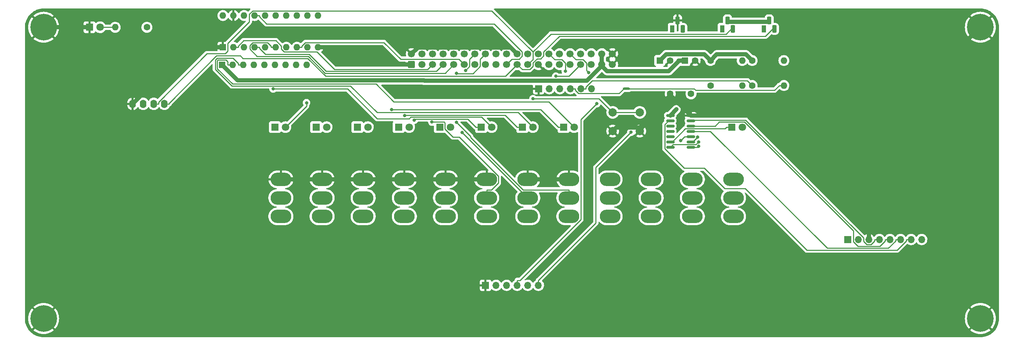
<source format=gbr>
%TF.GenerationSoftware,KiCad,Pcbnew,(6.0.11)*%
%TF.CreationDate,2023-10-28T11:12:52-04:00*%
%TF.ProjectId,front-panel.processor,66726f6e-742d-4706-916e-656c2e70726f,rev?*%
%TF.SameCoordinates,Original*%
%TF.FileFunction,Copper,L1,Top*%
%TF.FilePolarity,Positive*%
%FSLAX46Y46*%
G04 Gerber Fmt 4.6, Leading zero omitted, Abs format (unit mm)*
G04 Created by KiCad (PCBNEW (6.0.11)) date 2023-10-28 11:12:52*
%MOMM*%
%LPD*%
G01*
G04 APERTURE LIST*
G04 Aperture macros list*
%AMRoundRect*
0 Rectangle with rounded corners*
0 $1 Rounding radius*
0 $2 $3 $4 $5 $6 $7 $8 $9 X,Y pos of 4 corners*
0 Add a 4 corners polygon primitive as box body*
4,1,4,$2,$3,$4,$5,$6,$7,$8,$9,$2,$3,0*
0 Add four circle primitives for the rounded corners*
1,1,$1+$1,$2,$3*
1,1,$1+$1,$4,$5*
1,1,$1+$1,$6,$7*
1,1,$1+$1,$8,$9*
0 Add four rect primitives between the rounded corners*
20,1,$1+$1,$2,$3,$4,$5,0*
20,1,$1+$1,$4,$5,$6,$7,0*
20,1,$1+$1,$6,$7,$8,$9,0*
20,1,$1+$1,$8,$9,$2,$3,0*%
G04 Aperture macros list end*
%TA.AperFunction,ComponentPad*%
%ADD10RoundRect,0.250000X0.600000X-0.600000X0.600000X0.600000X-0.600000X0.600000X-0.600000X-0.600000X0*%
%TD*%
%TA.AperFunction,ComponentPad*%
%ADD11C,1.700000*%
%TD*%
%TA.AperFunction,ComponentPad*%
%ADD12R,1.700000X1.700000*%
%TD*%
%TA.AperFunction,ComponentPad*%
%ADD13O,1.700000X1.700000*%
%TD*%
%TA.AperFunction,ComponentPad*%
%ADD14C,6.400000*%
%TD*%
%TA.AperFunction,ComponentPad*%
%ADD15R,1.800000X1.800000*%
%TD*%
%TA.AperFunction,ComponentPad*%
%ADD16C,1.800000*%
%TD*%
%TA.AperFunction,ComponentPad*%
%ADD17C,1.600000*%
%TD*%
%TA.AperFunction,ComponentPad*%
%ADD18O,1.600000X1.600000*%
%TD*%
%TA.AperFunction,ComponentPad*%
%ADD19C,2.000000*%
%TD*%
%TA.AperFunction,ComponentPad*%
%ADD20R,1.600000X1.600000*%
%TD*%
%TA.AperFunction,ComponentPad*%
%ADD21R,1.100000X1.800000*%
%TD*%
%TA.AperFunction,ComponentPad*%
%ADD22RoundRect,0.275000X-0.275000X-0.625000X0.275000X-0.625000X0.275000X0.625000X-0.275000X0.625000X0*%
%TD*%
%TA.AperFunction,ComponentPad*%
%ADD23O,5.000000X3.200000*%
%TD*%
%TA.AperFunction,ComponentPad*%
%ADD24O,1.600000X2.000000*%
%TD*%
%TA.AperFunction,SMDPad,CuDef*%
%ADD25RoundRect,0.150000X-0.825000X-0.150000X0.825000X-0.150000X0.825000X0.150000X-0.825000X0.150000X0*%
%TD*%
%TA.AperFunction,ComponentPad*%
%ADD26C,0.600000*%
%TD*%
%TA.AperFunction,ViaPad*%
%ADD27C,0.800000*%
%TD*%
%TA.AperFunction,Conductor*%
%ADD28C,1.000000*%
%TD*%
%TA.AperFunction,Conductor*%
%ADD29C,0.250000*%
%TD*%
G04 APERTURE END LIST*
%TO.C,NT1*%
G36*
X180600000Y-170050000D02*
G01*
X179400000Y-170050000D01*
X179400000Y-169450000D01*
X180600000Y-169450000D01*
X180600000Y-170050000D01*
G37*
%TD*%
D10*
%TO.P,J1,1,Pin_1*%
%TO.N,GND*%
X128370000Y-163947500D03*
D11*
%TO.P,J1,2,Pin_2*%
X128370000Y-161407500D03*
%TO.P,J1,3,Pin_3*%
%TO.N,VCC*%
X130910000Y-163947500D03*
%TO.P,J1,4,Pin_4*%
X130910000Y-161407500D03*
%TO.P,J1,5,Pin_5*%
%TO.N,/LED0*%
X133450000Y-163947500D03*
%TO.P,J1,6,Pin_6*%
%TO.N,/FP-D0*%
X133450000Y-161407500D03*
%TO.P,J1,7,Pin_7*%
%TO.N,/LED1*%
X135990000Y-163947500D03*
%TO.P,J1,8,Pin_8*%
%TO.N,/FP-D1*%
X135990000Y-161407500D03*
%TO.P,J1,9,Pin_9*%
%TO.N,/LED2*%
X138530000Y-163947500D03*
%TO.P,J1,10,Pin_10*%
%TO.N,/FP-D2*%
X138530000Y-161407500D03*
%TO.P,J1,11,Pin_11*%
%TO.N,/LED3*%
X141070000Y-163947500D03*
%TO.P,J1,12,Pin_12*%
%TO.N,/FP-D3*%
X141070000Y-161407500D03*
%TO.P,J1,13,Pin_13*%
%TO.N,/LED4*%
X143610000Y-163947500D03*
%TO.P,J1,14,Pin_14*%
%TO.N,/FP-D4*%
X143610000Y-161407500D03*
%TO.P,J1,15,Pin_15*%
%TO.N,/LED5*%
X146150000Y-163947500D03*
%TO.P,J1,16,Pin_16*%
%TO.N,/FP-D5*%
X146150000Y-161407500D03*
%TO.P,J1,17,Pin_17*%
%TO.N,/LED6*%
X148690000Y-163947500D03*
%TO.P,J1,18,Pin_18*%
%TO.N,/FP-D6*%
X148690000Y-161407500D03*
%TO.P,J1,19,Pin_19*%
%TO.N,/LED7*%
X151230000Y-163947500D03*
%TO.P,J1,20,Pin_20*%
%TO.N,/FP-D7*%
X151230000Y-161407500D03*
%TO.P,J1,21,Pin_21*%
%TO.N,I2C_SDA*%
X153770000Y-163947500D03*
%TO.P,J1,22,Pin_22*%
%TO.N,GND*%
X153770000Y-161407500D03*
%TO.P,J1,23,Pin_23*%
%TO.N,I2C_SCL*%
X156310000Y-163947500D03*
%TO.P,J1,24,Pin_24*%
%TO.N,~{EXT_RES}*%
X156310000Y-161407500D03*
%TO.P,J1,25,Pin_25*%
%TO.N,GND*%
X158850000Y-163947500D03*
%TO.P,J1,26,Pin_26*%
%TO.N,~{IM2-EN}*%
X158850000Y-161407500D03*
%TO.P,J1,27,Pin_27*%
%TO.N,~{RTS}*%
X161390000Y-163947500D03*
%TO.P,J1,28,Pin_28*%
%TO.N,~{IM2-EN-OE}*%
X161390000Y-161407500D03*
%TO.P,J1,29,Pin_29*%
%TO.N,/VCC-TS*%
X163930000Y-163947500D03*
%TO.P,J1,30,Pin_30*%
%TO.N,~{INT0-EN}*%
X163930000Y-161407500D03*
%TO.P,J1,31,Pin_31*%
%TO.N,RX*%
X166470000Y-163947500D03*
%TO.P,J1,32,Pin_32*%
%TO.N,~{INT0}*%
X166470000Y-161407500D03*
%TO.P,J1,33,Pin_33*%
%TO.N,TX*%
X169010000Y-163947500D03*
%TO.P,J1,34,Pin_34*%
%TO.N,~{WAIT-EN}*%
X169010000Y-161407500D03*
%TO.P,J1,35,Pin_35*%
%TO.N,~{CTS}*%
X171550000Y-163947500D03*
%TO.P,J1,36,Pin_36*%
%TO.N,~{WAIT}*%
X171550000Y-161407500D03*
%TO.P,J1,37,Pin_37*%
%TO.N,VCC*%
X174090000Y-163947500D03*
%TO.P,J1,38,Pin_38*%
X174090000Y-161407500D03*
%TO.P,J1,39,Pin_39*%
%TO.N,GND*%
X176630000Y-163947500D03*
%TO.P,J1,40,Pin_40*%
X176630000Y-161407500D03*
%TD*%
D12*
%TO.P,J2,1,Pin_1*%
%TO.N,GND*%
X146150000Y-217000000D03*
D13*
%TO.P,J2,2,Pin_2*%
%TO.N,~{RTS}*%
X148690000Y-217000000D03*
%TO.P,J2,3,Pin_3*%
%TO.N,/VCC-TS*%
X151230000Y-217000000D03*
%TO.P,J2,4,Pin_4*%
%TO.N,RX*%
X153770000Y-217000000D03*
%TO.P,J2,5,Pin_5*%
%TO.N,TX*%
X156310000Y-217000000D03*
%TO.P,J2,6,Pin_6*%
%TO.N,~{CTS}*%
X158850000Y-217000000D03*
%TD*%
D14*
%TO.P,H1,1,1*%
%TO.N,GND*%
X40000000Y-155000000D03*
%TD*%
%TO.P,H2,1,1*%
%TO.N,GND*%
X265000000Y-155000000D03*
%TD*%
%TO.P,H3,1,1*%
%TO.N,GND*%
X265000000Y-225000000D03*
%TD*%
%TO.P,H4,1,1*%
%TO.N,GND*%
X40000000Y-225000000D03*
%TD*%
D15*
%TO.P,D5,1,K*%
%TO.N,GND*%
X51000000Y-155000000D03*
D16*
%TO.P,D5,2,A*%
%TO.N,Net-(D5-Pad2)*%
X53540000Y-155000000D03*
%TD*%
D17*
%TO.P,R6,1*%
%TO.N,VCC*%
X64810000Y-155000000D03*
D18*
%TO.P,R6,2*%
%TO.N,Net-(D5-Pad2)*%
X57190000Y-155000000D03*
%TD*%
D17*
%TO.P,R3,1*%
%TO.N,Net-(R3-Pad1)*%
X200190000Y-169000000D03*
D18*
%TO.P,R3,2*%
%TO.N,Net-(D10-Pad2)*%
X207810000Y-169000000D03*
%TD*%
D15*
%TO.P,D4,1,K*%
%TO.N,Net-(D4-Pad1)*%
X135171000Y-179000000D03*
D16*
%TO.P,D4,2,A*%
%TO.N,Net-(D4-Pad2)*%
X137711000Y-179000000D03*
%TD*%
D19*
%TO.P,SW9,1,1*%
%TO.N,~{EXT_RES}*%
X176690000Y-175460000D03*
X183190000Y-175460000D03*
%TO.P,SW9,2,2*%
%TO.N,GND*%
X176690000Y-179960000D03*
X183190000Y-179960000D03*
%TD*%
D17*
%TO.P,R4,1*%
%TO.N,/UPDI-TX*%
X210190000Y-169000000D03*
D18*
%TO.P,R4,2*%
%TO.N,/UPDI*%
X217810000Y-169000000D03*
%TD*%
D15*
%TO.P,D6,1,K*%
%TO.N,Net-(D6-Pad1)*%
X125265100Y-179000000D03*
D16*
%TO.P,D6,2,A*%
%TO.N,Net-(D6-Pad2)*%
X127805100Y-179000000D03*
%TD*%
D15*
%TO.P,D3,1,K*%
%TO.N,Net-(D3-Pad1)*%
X145076900Y-179002300D03*
D16*
%TO.P,D3,2,A*%
%TO.N,Net-(D3-Pad2)*%
X147616900Y-179002300D03*
%TD*%
D20*
%TO.P,U1,1,OEa*%
%TO.N,GND*%
X83075000Y-159800000D03*
D18*
%TO.P,U1,2,I0a*%
%TO.N,/LED0*%
X85615000Y-159800000D03*
%TO.P,U1,3,O3b*%
%TO.N,Net-(D9-Pad1)*%
X88155000Y-159800000D03*
%TO.P,U1,4,I1a*%
%TO.N,/LED1*%
X90695000Y-159800000D03*
%TO.P,U1,5,O2b*%
%TO.N,Net-(D8-Pad1)*%
X93235000Y-159800000D03*
%TO.P,U1,6,I2a*%
%TO.N,/LED2*%
X95775000Y-159800000D03*
%TO.P,U1,7,O1b*%
%TO.N,Net-(D7-Pad1)*%
X98315000Y-159800000D03*
%TO.P,U1,8,I3a*%
%TO.N,/LED3*%
X100855000Y-159800000D03*
%TO.P,U1,9,O0b*%
%TO.N,Net-(D6-Pad1)*%
X103395000Y-159800000D03*
%TO.P,U1,10,GND*%
%TO.N,GND*%
X105935000Y-159800000D03*
%TO.P,U1,11,I0b*%
%TO.N,/LED4*%
X105935000Y-152180000D03*
%TO.P,U1,12,O3a*%
%TO.N,Net-(D4-Pad1)*%
X103395000Y-152180000D03*
%TO.P,U1,13,I1b*%
%TO.N,/LED5*%
X100855000Y-152180000D03*
%TO.P,U1,14,O2a*%
%TO.N,Net-(D3-Pad1)*%
X98315000Y-152180000D03*
%TO.P,U1,15,I2b*%
%TO.N,/LED6*%
X95775000Y-152180000D03*
%TO.P,U1,16,O1a*%
%TO.N,Net-(D2-Pad1)*%
X93235000Y-152180000D03*
%TO.P,U1,17,I3b*%
%TO.N,/LED7*%
X90695000Y-152180000D03*
%TO.P,U1,18,O0a*%
%TO.N,Net-(D1-Pad1)*%
X88155000Y-152180000D03*
%TO.P,U1,19,OEb*%
%TO.N,GND*%
X85615000Y-152180000D03*
%TO.P,U1,20,VCC*%
%TO.N,VCC*%
X83075000Y-152180000D03*
%TD*%
D21*
%TO.P,Q2,1,S*%
%TO.N,Net-(Q2-Pad1)*%
X213000000Y-155400000D03*
D22*
%TO.P,Q2,2,G*%
%TO.N,VDD1*%
X214270000Y-153330000D03*
%TO.P,Q2,3,D*%
%TO.N,I2C_SDA*%
X215540000Y-155400000D03*
%TD*%
D23*
%TO.P,SW8,1,A*%
%TO.N,GND*%
X97000000Y-191550000D03*
%TO.P,SW8,2,B*%
%TO.N,/FP-D7*%
X97000000Y-196000000D03*
%TO.P,SW8,3,C*%
%TO.N,unconnected-(SW8-Pad3)*%
X97000000Y-200450000D03*
%TD*%
%TO.P,SW3,1,A*%
%TO.N,GND*%
X146410200Y-191550000D03*
%TO.P,SW3,2,B*%
%TO.N,/FP-D2*%
X146410200Y-196000000D03*
%TO.P,SW3,3,C*%
%TO.N,unconnected-(SW3-Pad3)*%
X146410200Y-200450000D03*
%TD*%
%TO.P,SW7,1,A*%
%TO.N,GND*%
X106882000Y-191550000D03*
%TO.P,SW7,2,B*%
%TO.N,/FP-D6*%
X106882000Y-196000000D03*
%TO.P,SW7,3,C*%
%TO.N,unconnected-(SW7-Pad3)*%
X106882000Y-200450000D03*
%TD*%
D21*
%TO.P,Q1,1,S*%
%TO.N,Net-(Q1-Pad1)*%
X203000000Y-155400000D03*
D22*
%TO.P,Q1,2,G*%
%TO.N,VDD1*%
X204270000Y-153330000D03*
%TO.P,Q1,3,D*%
%TO.N,I2C_SCL*%
X205540000Y-155400000D03*
%TD*%
D12*
%TO.P,J3,1,Pin_1*%
%TO.N,VCC*%
X233125000Y-206000000D03*
D13*
%TO.P,J3,2,Pin_2*%
%TO.N,VDD1*%
X235665000Y-206000000D03*
%TO.P,J3,3,Pin_3*%
%TO.N,GND*%
X238205000Y-206000000D03*
%TO.P,J3,4,Pin_4*%
%TO.N,/CLK*%
X240745000Y-206000000D03*
%TO.P,J3,5,Pin_5*%
%TO.N,/DO*%
X243285000Y-206000000D03*
%TO.P,J3,6,Pin_6*%
%TO.N,/DI*%
X245825000Y-206000000D03*
%TO.P,J3,7,Pin_7*%
%TO.N,/CS*%
X248365000Y-206000000D03*
%TO.P,J3,8,Pin_8*%
%TO.N,unconnected-(J3-Pad8)*%
X250905000Y-206000000D03*
%TD*%
D23*
%TO.P,SW1,1,A*%
%TO.N,GND*%
X166174300Y-191550000D03*
%TO.P,SW1,2,B*%
%TO.N,/FP-D0*%
X166174300Y-196000000D03*
%TO.P,SW1,3,C*%
%TO.N,unconnected-(SW1-Pad3)*%
X166174300Y-200450000D03*
%TD*%
%TO.P,SW5,1,A*%
%TO.N,GND*%
X126646100Y-191550000D03*
%TO.P,SW5,2,B*%
%TO.N,/FP-D4*%
X126646100Y-196000000D03*
%TO.P,SW5,3,C*%
%TO.N,unconnected-(SW5-Pad3)*%
X126646100Y-200450000D03*
%TD*%
D15*
%TO.P,D2,1,K*%
%TO.N,Net-(D2-Pad1)*%
X154982800Y-179001800D03*
D16*
%TO.P,D2,2,A*%
%TO.N,Net-(D2-Pad2)*%
X157522800Y-179001800D03*
%TD*%
D17*
%TO.P,C5,1*%
%TO.N,GND*%
X190500000Y-171000000D03*
%TO.P,C5,2*%
%TO.N,VDD1*%
X195500000Y-171000000D03*
%TD*%
D20*
%TO.P,C3,1*%
%TO.N,VCC*%
X194000000Y-163000000D03*
D17*
%TO.P,C3,2*%
%TO.N,GND*%
X196500000Y-163000000D03*
%TD*%
D20*
%TO.P,C4,1*%
%TO.N,VDD1*%
X188000000Y-163000000D03*
D17*
%TO.P,C4,2*%
%TO.N,GND*%
X190500000Y-163000000D03*
%TD*%
D23*
%TO.P,SW10,1,A*%
%TO.N,~{IM2-EN-OE}*%
X176056400Y-191550000D03*
%TO.P,SW10,2,B*%
%TO.N,~{IM2-EN}*%
X176056400Y-196000000D03*
%TO.P,SW10,3,C*%
%TO.N,unconnected-(SW10-Pad3)*%
X176056400Y-200450000D03*
%TD*%
D15*
%TO.P,D7,1,K*%
%TO.N,Net-(D7-Pad1)*%
X115359300Y-179001800D03*
D16*
%TO.P,D7,2,A*%
%TO.N,Net-(D7-Pad2)*%
X117899300Y-179001800D03*
%TD*%
D23*
%TO.P,SW6,1,A*%
%TO.N,GND*%
X116764100Y-191550000D03*
%TO.P,SW6,2,B*%
%TO.N,/FP-D5*%
X116764100Y-196000000D03*
%TO.P,SW6,3,C*%
%TO.N,unconnected-(SW6-Pad3)*%
X116764100Y-200450000D03*
%TD*%
D12*
%TO.P,J4,1,Pin_1*%
%TO.N,GND*%
X158900000Y-169750000D03*
D13*
%TO.P,J4,2,Pin_2*%
%TO.N,unconnected-(J4-Pad2)*%
X161440000Y-169750000D03*
%TO.P,J4,3,Pin_3*%
%TO.N,/VCC-TS*%
X163980000Y-169750000D03*
%TO.P,J4,4,Pin_4*%
%TO.N,/UPDI-RX*%
X166520000Y-169750000D03*
%TO.P,J4,5,Pin_5*%
%TO.N,/UPDI-TX*%
X169060000Y-169750000D03*
%TO.P,J4,6,Pin_6*%
%TO.N,unconnected-(J4-Pad6)*%
X171600000Y-169750000D03*
%TD*%
D23*
%TO.P,SW11,1,A*%
%TO.N,~{INT0}*%
X185938400Y-191550000D03*
%TO.P,SW11,2,B*%
%TO.N,~{INT0-EN}*%
X185938400Y-196000000D03*
%TO.P,SW11,3,C*%
%TO.N,unconnected-(SW11-Pad3)*%
X185938400Y-200450000D03*
%TD*%
D17*
%TO.P,R1,1*%
%TO.N,VDD1*%
X210190000Y-163000000D03*
D18*
%TO.P,R1,2*%
%TO.N,Net-(Q1-Pad1)*%
X217810000Y-163000000D03*
%TD*%
D20*
%TO.P,RN1,1,common*%
%TO.N,VCC*%
X82825000Y-164000000D03*
D18*
%TO.P,RN1,2,R1*%
%TO.N,Net-(D1-Pad2)*%
X85365000Y-164000000D03*
%TO.P,RN1,3,R2*%
%TO.N,Net-(D2-Pad2)*%
X87905000Y-164000000D03*
%TO.P,RN1,4,R3*%
%TO.N,Net-(D3-Pad2)*%
X90445000Y-164000000D03*
%TO.P,RN1,5,R4*%
%TO.N,Net-(D4-Pad2)*%
X92985000Y-164000000D03*
%TO.P,RN1,6,R5*%
%TO.N,Net-(D6-Pad2)*%
X95525000Y-164000000D03*
%TO.P,RN1,7,R6*%
%TO.N,Net-(D7-Pad2)*%
X98065000Y-164000000D03*
%TO.P,RN1,8,R7*%
%TO.N,Net-(D8-Pad2)*%
X100605000Y-164000000D03*
%TO.P,RN1,9,R8*%
%TO.N,Net-(D9-Pad2)*%
X103145000Y-164000000D03*
%TD*%
D15*
%TO.P,D8,1,K*%
%TO.N,Net-(D8-Pad1)*%
X105453400Y-179000000D03*
D16*
%TO.P,D8,2,A*%
%TO.N,Net-(D8-Pad2)*%
X107993400Y-179000000D03*
%TD*%
D15*
%TO.P,D1,1,K*%
%TO.N,Net-(D1-Pad1)*%
X164888600Y-179000000D03*
D16*
%TO.P,D1,2,A*%
%TO.N,Net-(D1-Pad2)*%
X167428600Y-179000000D03*
%TD*%
D15*
%TO.P,D10,1,KA*%
%TO.N,Net-(D10-Pad1)*%
X205270000Y-179000000D03*
D16*
%TO.P,D10,2,AK*%
%TO.N,Net-(D10-Pad2)*%
X207810000Y-179000000D03*
%TD*%
D23*
%TO.P,SW2,1,A*%
%TO.N,GND*%
X156292300Y-191550000D03*
%TO.P,SW2,2,B*%
%TO.N,/FP-D1*%
X156292300Y-196000000D03*
%TO.P,SW2,3,C*%
%TO.N,unconnected-(SW2-Pad3)*%
X156292300Y-200450000D03*
%TD*%
D15*
%TO.P,D9,1,K*%
%TO.N,Net-(D9-Pad1)*%
X95547500Y-179000000D03*
D16*
%TO.P,D9,2,A*%
%TO.N,Net-(D9-Pad2)*%
X98087500Y-179000000D03*
%TD*%
D24*
%TO.P,Brd1,1,GND*%
%TO.N,GND*%
X61380000Y-173400000D03*
%TO.P,Brd1,2,VCC*%
%TO.N,VCC*%
X63920000Y-173400000D03*
%TO.P,Brd1,3,SCL*%
%TO.N,I2C_SCL*%
X66460000Y-173400000D03*
%TO.P,Brd1,4,SDA*%
%TO.N,I2C_SDA*%
X69000000Y-173400000D03*
%TD*%
D25*
%TO.P,U4,1,VCC*%
%TO.N,VDD1*%
X190525000Y-176190000D03*
%TO.P,U4,2,PA4*%
%TO.N,/CS*%
X190525000Y-177460000D03*
%TO.P,U4,3,PA5*%
%TO.N,unconnected-(U4-Pad3)*%
X190525000Y-178730000D03*
%TO.P,U4,4,PA6*%
%TO.N,unconnected-(U4-Pad4)*%
X190525000Y-180000000D03*
%TO.P,U4,5,PA7*%
%TO.N,unconnected-(U4-Pad5)*%
X190525000Y-181270000D03*
%TO.P,U4,6,PB3*%
%TO.N,Net-(D10-Pad1)*%
X190525000Y-182540000D03*
%TO.P,U4,7,PB2*%
%TO.N,Net-(R3-Pad1)*%
X190525000Y-183810000D03*
%TO.P,U4,8,PB1*%
%TO.N,Net-(Q2-Pad1)*%
X195475000Y-183810000D03*
%TO.P,U4,9,PB0*%
%TO.N,Net-(Q1-Pad1)*%
X195475000Y-182540000D03*
%TO.P,U4,10,~{RESET}/PA0*%
%TO.N,/UPDI*%
X195475000Y-181270000D03*
%TO.P,U4,11,PA1*%
%TO.N,/DI*%
X195475000Y-180000000D03*
%TO.P,U4,12,PA2*%
%TO.N,/DO*%
X195475000Y-178730000D03*
%TO.P,U4,13,PA3*%
%TO.N,/CLK*%
X195475000Y-177460000D03*
%TO.P,U4,14,GND*%
%TO.N,GND*%
X195475000Y-176190000D03*
%TD*%
D23*
%TO.P,SW13,1,A*%
%TO.N,/VCC-TS*%
X205702500Y-191550000D03*
%TO.P,SW13,2,B*%
%TO.N,VCC*%
X205702500Y-196000000D03*
%TO.P,SW13,3,C*%
%TO.N,unconnected-(SW13-Pad3)*%
X205702500Y-200450000D03*
%TD*%
D17*
%TO.P,R2,1*%
%TO.N,VDD1*%
X200190000Y-163000000D03*
D18*
%TO.P,R2,2*%
%TO.N,Net-(Q2-Pad1)*%
X207810000Y-163000000D03*
%TD*%
D26*
%TO.P,NT1,1,1*%
%TO.N,/UPDI-RX*%
X179400000Y-169750000D03*
%TO.P,NT1,2,2*%
%TO.N,/UPDI*%
X180600000Y-169750000D03*
%TD*%
D23*
%TO.P,SW12,1,A*%
%TO.N,~{WAIT}*%
X195820500Y-191550000D03*
%TO.P,SW12,2,B*%
%TO.N,~{WAIT-EN}*%
X195820500Y-196000000D03*
%TO.P,SW12,3,C*%
%TO.N,unconnected-(SW12-Pad3)*%
X195820500Y-200450000D03*
%TD*%
%TO.P,SW4,1,A*%
%TO.N,GND*%
X136528200Y-191550000D03*
%TO.P,SW4,2,B*%
%TO.N,/FP-D3*%
X136528200Y-196000000D03*
%TO.P,SW4,3,C*%
%TO.N,unconnected-(SW4-Pad3)*%
X136528200Y-200450000D03*
%TD*%
D21*
%TO.P,U3,1,VO*%
%TO.N,VDD1*%
X191000000Y-155400000D03*
D22*
%TO.P,U3,2,GND*%
%TO.N,GND*%
X192270000Y-153330000D03*
%TO.P,U3,3,VI*%
%TO.N,VCC*%
X193540000Y-155400000D03*
%TD*%
D27*
%TO.N,VCC*%
X131357400Y-167801400D03*
%TO.N,Net-(D1-Pad1)*%
X123562300Y-174763000D03*
%TO.N,Net-(D2-Pad1)*%
X126713700Y-176231200D03*
%TO.N,Net-(D3-Pad1)*%
X129014700Y-177341200D03*
%TO.N,Net-(D3-Pad2)*%
X95133500Y-169818200D03*
%TO.N,Net-(D9-Pad2)*%
X103145000Y-173153600D03*
%TO.N,/FP-D0*%
X139135600Y-177832000D03*
%TO.N,/FP-D1*%
X140557600Y-180265300D03*
%TO.N,/FP-D2*%
X133276500Y-177791300D03*
%TO.N,/FP-D4*%
X141347300Y-165403400D03*
%TO.N,/FP-D5*%
X139211800Y-166041400D03*
%TO.N,~{EXT_RES}*%
X157551800Y-172173600D03*
%TO.N,~{IM2-EN-OE}*%
X165294600Y-165561900D03*
%TO.N,RX*%
X172848500Y-173361100D03*
%TO.N,~{INT0}*%
X170904200Y-165894400D03*
%TO.N,TX*%
X163030000Y-166753800D03*
%TO.N,~{CTS}*%
X181078300Y-180223800D03*
%TO.N,VDD1*%
X191995700Y-174722500D03*
%TO.N,Net-(Q1-Pad1)*%
X197056900Y-181389800D03*
%TO.N,Net-(Q2-Pad1)*%
X197363500Y-183560600D03*
%TO.N,Net-(R3-Pad1)*%
X197338200Y-182544100D03*
%TO.N,/UPDI*%
X192992300Y-182269700D03*
%TD*%
D28*
%TO.N,GND*%
X166174300Y-191550000D02*
X156292300Y-191550000D01*
X83075000Y-159800000D02*
X74980000Y-159800000D01*
X126646100Y-191550000D02*
X116764100Y-191550000D01*
X129920400Y-159857100D02*
X128370000Y-161407500D01*
X177538700Y-179111300D02*
X176690000Y-179960000D01*
X74980000Y-159800000D02*
X61380000Y-173400000D01*
X238205000Y-206000000D02*
X238205000Y-204449700D01*
X106882000Y-191550000D02*
X97000000Y-191550000D01*
X116764100Y-191550000D02*
X106882000Y-191550000D01*
X146410200Y-191550000D02*
X136528200Y-191550000D01*
X128370000Y-163947500D02*
X111582800Y-163947500D01*
X226877700Y-193122300D02*
X238205000Y-204449700D01*
X209945300Y-176190000D02*
X226877700Y-193122300D01*
X153770000Y-161407500D02*
X152219600Y-159857100D01*
X265000000Y-155000000D02*
X226877700Y-193122300D01*
X111582800Y-163947500D02*
X107435300Y-159800000D01*
X191086300Y-171801300D02*
X195475000Y-176190000D01*
X183190000Y-179111300D02*
X190500000Y-171801300D01*
X51000000Y-155000000D02*
X40000000Y-155000000D01*
X183190000Y-179111300D02*
X177538700Y-179111300D01*
X190500000Y-171801300D02*
X191086300Y-171801300D01*
X136528200Y-191550000D02*
X126646100Y-191550000D01*
X190500000Y-171801300D02*
X190500000Y-171000000D01*
X105935000Y-159800000D02*
X107435300Y-159800000D01*
X152219600Y-159857100D02*
X129920400Y-159857100D01*
X195475000Y-176190000D02*
X209945300Y-176190000D01*
X183190000Y-179960000D02*
X183190000Y-179111300D01*
%TO.N,VCC*%
X174090000Y-164264700D02*
X174090000Y-163947500D01*
X194000000Y-163000000D02*
X192499700Y-163000000D01*
X174090000Y-163947500D02*
X174090000Y-161407500D01*
X131434900Y-167878900D02*
X170475800Y-167878900D01*
X190151300Y-165535900D02*
X192499700Y-163187500D01*
X170475800Y-167878900D02*
X174090000Y-164264700D01*
X86626400Y-167801400D02*
X131357400Y-167801400D01*
X131357400Y-167801400D02*
X131434900Y-167878900D01*
X175361200Y-165535900D02*
X190151300Y-165535900D01*
X82825000Y-164000000D02*
X86626400Y-167801400D01*
X174090000Y-164264700D02*
X175361200Y-165535900D01*
X192499700Y-163187500D02*
X192499700Y-163000000D01*
D29*
%TO.N,Net-(D1-Pad1)*%
X164888600Y-179000000D02*
X163663300Y-179000000D01*
X163663300Y-179000000D02*
X159426300Y-174763000D01*
X159426300Y-174763000D02*
X123562300Y-174763000D01*
%TO.N,Net-(D1-Pad2)*%
X83817800Y-162874700D02*
X84239700Y-163296600D01*
X85365000Y-164000000D02*
X84239700Y-164000000D01*
X81887500Y-162874700D02*
X83817800Y-162874700D01*
X81699600Y-163062600D02*
X81887500Y-162874700D01*
X84239700Y-163296600D02*
X84239700Y-164000000D01*
X119844800Y-168642600D02*
X85407500Y-168642600D01*
X161347800Y-172919200D02*
X124121400Y-172919200D01*
X167428600Y-179000000D02*
X161347800Y-172919200D01*
X85407500Y-168642600D02*
X81699600Y-164934700D01*
X124121400Y-172919200D02*
X119844800Y-168642600D01*
X81699600Y-164934700D02*
X81699600Y-163062600D01*
%TO.N,Net-(D2-Pad1)*%
X126713700Y-176231200D02*
X126810700Y-176134200D01*
X126810700Y-176134200D02*
X150889900Y-176134200D01*
X150889900Y-176134200D02*
X153757500Y-179001800D01*
X154982800Y-179001800D02*
X153757500Y-179001800D01*
%TO.N,Net-(D2-Pad2)*%
X154026700Y-175505700D02*
X120094700Y-175505700D01*
X85220900Y-169092900D02*
X81241900Y-165113900D01*
X113681900Y-169092900D02*
X85220900Y-169092900D01*
X81703500Y-162390900D02*
X85451900Y-162390900D01*
X85451900Y-162390900D02*
X86779700Y-163718700D01*
X81241900Y-162852500D02*
X81703500Y-162390900D01*
X86779700Y-163718700D02*
X86779700Y-164000000D01*
X120094700Y-175505700D02*
X113681900Y-169092900D01*
X81241900Y-165113900D02*
X81241900Y-162852500D01*
X87905000Y-164000000D02*
X86779700Y-164000000D01*
X157522800Y-179001800D02*
X154026700Y-175505700D01*
%TO.N,Net-(D3-Pad1)*%
X143851600Y-179002300D02*
X141915300Y-177066000D01*
X141915300Y-177066000D02*
X129289900Y-177066000D01*
X145076900Y-179002300D02*
X143851600Y-179002300D01*
X129289900Y-177066000D02*
X129014700Y-177341200D01*
%TO.N,Net-(D3-Pad2)*%
X128185900Y-176584600D02*
X145199200Y-176584600D01*
X145199200Y-176584600D02*
X147616900Y-179002300D01*
X127805200Y-176965300D02*
X128185900Y-176584600D01*
X112986500Y-169818200D02*
X120133600Y-176965300D01*
X95133500Y-169818200D02*
X112986500Y-169818200D01*
X120133600Y-176965300D02*
X127805200Y-176965300D01*
%TO.N,Net-(D9-Pad2)*%
X103145000Y-173942500D02*
X103145000Y-173153600D01*
X98087500Y-179000000D02*
X103145000Y-173942500D01*
%TO.N,/LED0*%
X105672800Y-160925400D02*
X109875000Y-165127600D01*
X86740300Y-159518700D02*
X88035400Y-158223600D01*
X97782800Y-160925400D02*
X105672800Y-160925400D01*
X132269900Y-165127600D02*
X133450000Y-163947500D01*
X109875000Y-165127600D02*
X132269900Y-165127600D01*
X88035400Y-158223600D02*
X95819000Y-158223600D01*
X95819000Y-158223600D02*
X97118900Y-159523500D01*
X97118900Y-159523500D02*
X97118900Y-160261500D01*
X86740300Y-159800000D02*
X86740300Y-159518700D01*
X97118900Y-160261500D02*
X97782800Y-160925400D01*
X85615000Y-159800000D02*
X86740300Y-159800000D01*
%TO.N,/FP-D0*%
X139168000Y-177832000D02*
X139135600Y-177832000D01*
X142567300Y-181473100D02*
X142567300Y-181231300D01*
X142567300Y-181231300D02*
X139168000Y-177832000D01*
X155168900Y-194074700D02*
X142567300Y-181473100D01*
X166174300Y-194074700D02*
X155168900Y-194074700D01*
X166174300Y-196000000D02*
X166174300Y-194074700D01*
%TO.N,/LED1*%
X135990000Y-163947500D02*
X134359500Y-165578000D01*
X134359500Y-165578000D02*
X107816100Y-165578000D01*
X90695000Y-159800000D02*
X91820300Y-159800000D01*
X107816100Y-165578000D02*
X103761800Y-161523700D01*
X91820300Y-160081300D02*
X91820300Y-159800000D01*
X103761800Y-161523700D02*
X93262700Y-161523700D01*
X93262700Y-161523700D02*
X91820300Y-160081300D01*
%TO.N,/FP-D1*%
X156292300Y-196000000D02*
X140557600Y-180265300D01*
%TO.N,/LED2*%
X90208500Y-158674700D02*
X93805800Y-158674700D01*
X107631100Y-166030000D02*
X103575100Y-161974000D01*
X89513600Y-160222200D02*
X89513600Y-159369600D01*
X91265400Y-161974000D02*
X89513600Y-160222200D01*
X103575100Y-161974000D02*
X91265400Y-161974000D01*
X95775000Y-159800000D02*
X94649700Y-159800000D01*
X89513600Y-159369600D02*
X90208500Y-158674700D01*
X93805800Y-158674700D02*
X94649700Y-159518600D01*
X138530000Y-163947500D02*
X136447500Y-166030000D01*
X94649700Y-159518600D02*
X94649700Y-159800000D01*
X136447500Y-166030000D02*
X107631100Y-166030000D01*
%TO.N,/FP-D2*%
X136396300Y-179424200D02*
X136396300Y-177965200D01*
X133293200Y-177774600D02*
X133276500Y-177791300D01*
X146410200Y-196000000D02*
X146410200Y-194074700D01*
X136396300Y-177965200D02*
X136205700Y-177774600D01*
X138360700Y-181388600D02*
X136396300Y-179424200D01*
X146410200Y-194074700D02*
X147538300Y-194074700D01*
X147538300Y-194074700D02*
X149236100Y-192376900D01*
X139875500Y-181388600D02*
X138360700Y-181388600D01*
X149236100Y-192376900D02*
X149236100Y-190749200D01*
X149236100Y-190749200D02*
X139875500Y-181388600D01*
X136205700Y-177774600D02*
X133293200Y-177774600D01*
%TO.N,/LED3*%
X100855000Y-159800000D02*
X101980300Y-159800000D01*
X101980300Y-159518700D02*
X102825000Y-158674000D01*
X102825000Y-158674000D02*
X121756800Y-158674000D01*
X125760300Y-162677500D02*
X139800000Y-162677500D01*
X101980300Y-159800000D02*
X101980300Y-159518700D01*
X139800000Y-162677500D02*
X141070000Y-163947500D01*
X121756800Y-158674000D02*
X125760300Y-162677500D01*
%TO.N,/FP-D4*%
X142340000Y-162677500D02*
X143610000Y-161407500D01*
X142340000Y-164410700D02*
X142340000Y-162677500D01*
X141347300Y-165403400D02*
X142340000Y-164410700D01*
%TO.N,/FP-D5*%
X143121400Y-166156200D02*
X144880000Y-164397600D01*
X139211800Y-166041400D02*
X139326600Y-166156200D01*
X139326600Y-166156200D02*
X143121400Y-166156200D01*
X144880000Y-164397600D02*
X144880000Y-162677500D01*
X144880000Y-162677500D02*
X146150000Y-161407500D01*
%TO.N,/LED7*%
X154201000Y-162677500D02*
X152500000Y-162677500D01*
X90695000Y-152180000D02*
X91820300Y-152180000D01*
X148232700Y-154205900D02*
X154945400Y-160918600D01*
X152500000Y-162677500D02*
X151230000Y-163947500D01*
X91820300Y-152461400D02*
X93564800Y-154205900D01*
X93564800Y-154205900D02*
X148232700Y-154205900D01*
X154945400Y-160918600D02*
X154945400Y-161933100D01*
X91820300Y-152180000D02*
X91820300Y-152461400D01*
X154945400Y-161933100D02*
X154201000Y-162677500D01*
%TO.N,I2C_SDA*%
X159375600Y-162582900D02*
X160120000Y-161838500D01*
X157580000Y-163538100D02*
X158535200Y-162582900D01*
X158535200Y-162582900D02*
X159375600Y-162582900D01*
X70125300Y-173400000D02*
X70125300Y-173259300D01*
X107730900Y-166766700D02*
X150950800Y-166766700D01*
X103432700Y-162468500D02*
X107730900Y-166766700D01*
X154971300Y-165148800D02*
X156771200Y-165148800D01*
X157580000Y-164340000D02*
X157580000Y-163538100D01*
X163888100Y-157166700D02*
X213373300Y-157166700D01*
X81513400Y-161871200D02*
X87247600Y-161871200D01*
X153770000Y-163947500D02*
X154971300Y-165148800D01*
X156771200Y-165148800D02*
X157580000Y-164340000D01*
X87844900Y-162468500D02*
X103432700Y-162468500D01*
X69000000Y-173400000D02*
X70125300Y-173400000D01*
X160120000Y-161838500D02*
X160120000Y-160934800D01*
X160120000Y-160934800D02*
X163888100Y-157166700D01*
X87247600Y-161871200D02*
X87844900Y-162468500D01*
X70125300Y-173259300D02*
X81513400Y-161871200D01*
X213373300Y-157166700D02*
X215540000Y-155000000D01*
X150950800Y-166766700D02*
X153770000Y-163947500D01*
%TO.N,I2C_SCL*%
X147635400Y-151044300D02*
X157523700Y-160932600D01*
X67585300Y-172978000D02*
X79227800Y-161335500D01*
X157523700Y-160932600D02*
X157523700Y-162733800D01*
X84200400Y-158902900D02*
X89425000Y-153678300D01*
X66460000Y-173400000D02*
X67585300Y-173400000D01*
X90216100Y-151044300D02*
X147635400Y-151044300D01*
X89425000Y-151835400D02*
X90216100Y-151044300D01*
X203913600Y-156626400D02*
X161829900Y-156626400D01*
X157523700Y-162733800D02*
X156310000Y-163947500D01*
X67585300Y-173400000D02*
X67585300Y-172978000D01*
X89425000Y-153678300D02*
X89425000Y-151835400D01*
X84200400Y-160734900D02*
X84200400Y-158902900D01*
X83599800Y-161335500D02*
X84200400Y-160734900D01*
X205540000Y-155000000D02*
X203913600Y-156626400D01*
X79227800Y-161335500D02*
X83599800Y-161335500D01*
X161829900Y-156626400D02*
X157523700Y-160932600D01*
%TO.N,~{EXT_RES}*%
X183190000Y-175460000D02*
X176690000Y-175460000D01*
X173403600Y-172173600D02*
X157551800Y-172173600D01*
X176690000Y-175460000D02*
X173403600Y-172173600D01*
%TO.N,~{IM2-EN-OE}*%
X165294600Y-163621300D02*
X164445400Y-162772100D01*
X165294600Y-165561900D02*
X165294600Y-163621300D01*
X164445400Y-162772100D02*
X162754600Y-162772100D01*
X162754600Y-162772100D02*
X161390000Y-161407500D01*
%TO.N,RX*%
X153770000Y-215824700D02*
X154431100Y-215824700D01*
X169041500Y-177168100D02*
X172848500Y-173361100D01*
X169041500Y-201214300D02*
X169041500Y-177168100D01*
X153770000Y-217000000D02*
X153770000Y-215824700D01*
X154431100Y-215824700D02*
X169041500Y-201214300D01*
%TO.N,~{INT0}*%
X170374600Y-163595500D02*
X169551200Y-162772100D01*
X170374600Y-165364800D02*
X170374600Y-163595500D01*
X169551200Y-162772100D02*
X167834600Y-162772100D01*
X170904200Y-165894400D02*
X170374600Y-165364800D01*
X167834600Y-162772100D02*
X166470000Y-161407500D01*
%TO.N,TX*%
X166203700Y-166753800D02*
X163030000Y-166753800D01*
X169010000Y-163947500D02*
X166203700Y-166753800D01*
%TO.N,~{CTS}*%
X172652100Y-202022600D02*
X172652100Y-188650000D01*
X172652100Y-188650000D02*
X181078300Y-180223800D01*
X158850000Y-215824700D02*
X172652100Y-202022600D01*
X158850000Y-217000000D02*
X158850000Y-215824700D01*
%TO.N,Net-(D5-Pad2)*%
X57190000Y-155000000D02*
X53540000Y-155000000D01*
D28*
%TO.N,VDD1*%
X189523400Y-161476600D02*
X198666600Y-161476600D01*
X191995700Y-174722500D02*
X191992500Y-174722500D01*
X204270000Y-153730000D02*
X214270000Y-153730000D01*
X208685300Y-161495300D02*
X201694700Y-161495300D01*
X201694700Y-161495300D02*
X200190000Y-163000000D01*
X210190000Y-163000000D02*
X208685300Y-161495300D01*
X198666600Y-161476600D02*
X200190000Y-163000000D01*
X188000000Y-163000000D02*
X189523400Y-161476600D01*
X191992500Y-174722500D02*
X190525000Y-176190000D01*
D29*
%TO.N,Net-(D10-Pad1)*%
X190525000Y-182540000D02*
X190963200Y-182540000D01*
X205270000Y-179000000D02*
X204044700Y-179000000D01*
X194138100Y-179365100D02*
X203679600Y-179365100D01*
X190963200Y-182540000D02*
X194138100Y-179365100D01*
X203679600Y-179365100D02*
X204044700Y-179000000D01*
%TO.N,/CLK*%
X236935000Y-206418200D02*
X236935000Y-205603900D01*
X239569700Y-206000000D02*
X239569700Y-206367400D01*
X240745000Y-206000000D02*
X239569700Y-206000000D01*
X237692100Y-207175300D02*
X236935000Y-206418200D01*
X195643900Y-177291100D02*
X195475000Y-177460000D01*
X208622200Y-177291100D02*
X195643900Y-177291100D01*
X239569700Y-206367400D02*
X238761800Y-207175300D01*
X238761800Y-207175300D02*
X237692100Y-207175300D01*
X236935000Y-205603900D02*
X208622200Y-177291100D01*
%TO.N,/DO*%
X208357600Y-177762600D02*
X202259700Y-177762600D01*
X235615100Y-207641600D02*
X234471600Y-206498100D01*
X242109700Y-206000000D02*
X242109700Y-206367300D01*
X240835400Y-207641600D02*
X235615100Y-207641600D01*
X202259700Y-177762600D02*
X201292300Y-178730000D01*
X234471600Y-206498100D02*
X234471600Y-203876600D01*
X201292300Y-178730000D02*
X195475000Y-178730000D01*
X234471600Y-203876600D02*
X208357600Y-177762600D01*
X243285000Y-206000000D02*
X242109700Y-206000000D01*
X242109700Y-206367300D02*
X240835400Y-207641600D01*
%TO.N,/DI*%
X245825000Y-206000000D02*
X244649700Y-206000000D01*
X242925100Y-208091900D02*
X244649700Y-206367300D01*
X195475000Y-180000000D02*
X200148100Y-180000000D01*
X228240000Y-208091900D02*
X242925100Y-208091900D01*
X200148100Y-180000000D02*
X228240000Y-208091900D01*
X244649700Y-206367300D02*
X244649700Y-206000000D01*
%TO.N,/CS*%
X245014800Y-208542200D02*
X247189700Y-206367300D01*
X198709500Y-188849400D02*
X203635100Y-193775000D01*
X203635100Y-193775000D02*
X208527900Y-193775000D01*
X190525000Y-177460000D02*
X190118400Y-177460000D01*
X247189700Y-206367300D02*
X247189700Y-206000000D01*
X190118400Y-177460000D02*
X189210400Y-178368000D01*
X189210400Y-178368000D02*
X189210400Y-184169700D01*
X189210400Y-184169700D02*
X193890100Y-188849400D01*
X193890100Y-188849400D02*
X198709500Y-188849400D01*
X223295100Y-208542200D02*
X245014800Y-208542200D01*
X248365000Y-206000000D02*
X247189700Y-206000000D01*
X208527900Y-193775000D02*
X223295100Y-208542200D01*
%TO.N,Net-(Q1-Pad1)*%
X195906700Y-182540000D02*
X197056900Y-181389800D01*
X195475000Y-182540000D02*
X195906700Y-182540000D01*
%TO.N,Net-(Q2-Pad1)*%
X197114100Y-183810000D02*
X197363500Y-183560600D01*
X195475000Y-183810000D02*
X197114100Y-183810000D01*
%TO.N,Net-(R3-Pad1)*%
X197338200Y-182544100D02*
X196698300Y-183184000D01*
X196698300Y-183184000D02*
X191151000Y-183184000D01*
X191151000Y-183184000D02*
X190525000Y-183810000D01*
%TO.N,/UPDI-RX*%
X168503200Y-170925300D02*
X167695300Y-170117400D01*
X167695300Y-170117400D02*
X167695300Y-169750000D01*
X178224700Y-170925300D02*
X168503200Y-170925300D01*
X179400000Y-169750000D02*
X178224700Y-170925300D01*
X166520000Y-169750000D02*
X167695300Y-169750000D01*
%TO.N,/UPDI-TX*%
X169060000Y-169750000D02*
X170235300Y-169750000D01*
X171783300Y-167854500D02*
X209044500Y-167854500D01*
X170235300Y-169402500D02*
X171783300Y-167854500D01*
X170235300Y-169750000D02*
X170235300Y-169402500D01*
X209044500Y-167854500D02*
X210190000Y-169000000D01*
%TO.N,/UPDI*%
X196250000Y-169750000D02*
X196625300Y-170125300D01*
X196625300Y-170125300D02*
X215559400Y-170125300D01*
X180600000Y-169750000D02*
X196250000Y-169750000D01*
X215559400Y-170125300D02*
X216684700Y-169000000D01*
X193992000Y-181270000D02*
X195475000Y-181270000D01*
X192992300Y-182269700D02*
X193992000Y-181270000D01*
X217810000Y-169000000D02*
X216684700Y-169000000D01*
%TD*%
%TA.AperFunction,Conductor*%
%TO.N,GND*%
G36*
X89619925Y-150528502D02*
G01*
X89666418Y-150582158D01*
X89676522Y-150652432D01*
X89647028Y-150717012D01*
X89640899Y-150723595D01*
X89184091Y-151180403D01*
X89121779Y-151214429D01*
X89050964Y-151209364D01*
X89005901Y-151180403D01*
X88999300Y-151173802D01*
X88994792Y-151170645D01*
X88994789Y-151170643D01*
X88904904Y-151107705D01*
X88811749Y-151042477D01*
X88806767Y-151040154D01*
X88806762Y-151040151D01*
X88609225Y-150948039D01*
X88609224Y-150948039D01*
X88604243Y-150945716D01*
X88598935Y-150944294D01*
X88598933Y-150944293D01*
X88388402Y-150887881D01*
X88388400Y-150887881D01*
X88383087Y-150886457D01*
X88155000Y-150866502D01*
X87926913Y-150886457D01*
X87921600Y-150887881D01*
X87921598Y-150887881D01*
X87711067Y-150944293D01*
X87711065Y-150944294D01*
X87705757Y-150945716D01*
X87700776Y-150948039D01*
X87700775Y-150948039D01*
X87503238Y-151040151D01*
X87503233Y-151040154D01*
X87498251Y-151042477D01*
X87405096Y-151107705D01*
X87315211Y-151170643D01*
X87315208Y-151170645D01*
X87310700Y-151173802D01*
X87148802Y-151335700D01*
X87017477Y-151523251D01*
X87015154Y-151528233D01*
X87015151Y-151528238D01*
X86998919Y-151563049D01*
X86952002Y-151616334D01*
X86883725Y-151635795D01*
X86815765Y-151615253D01*
X86770529Y-151563049D01*
X86754414Y-151528489D01*
X86748931Y-151518993D01*
X86623972Y-151340533D01*
X86616916Y-151332125D01*
X86462875Y-151178084D01*
X86454467Y-151171028D01*
X86276007Y-151046069D01*
X86266511Y-151040586D01*
X86069053Y-150948510D01*
X86058761Y-150944764D01*
X85886497Y-150898606D01*
X85872401Y-150898942D01*
X85869000Y-150906884D01*
X85869000Y-153447967D01*
X85872973Y-153461498D01*
X85881522Y-153462727D01*
X86058761Y-153415236D01*
X86069053Y-153411490D01*
X86266511Y-153319414D01*
X86276007Y-153313931D01*
X86454467Y-153188972D01*
X86462875Y-153181916D01*
X86616916Y-153027875D01*
X86623972Y-153019467D01*
X86748931Y-152841007D01*
X86754414Y-152831511D01*
X86770529Y-152796951D01*
X86817446Y-152743666D01*
X86885723Y-152724205D01*
X86953683Y-152744747D01*
X86998919Y-152796951D01*
X87015151Y-152831762D01*
X87015154Y-152831767D01*
X87017477Y-152836749D01*
X87148802Y-153024300D01*
X87310700Y-153186198D01*
X87315208Y-153189355D01*
X87315211Y-153189357D01*
X87344498Y-153209864D01*
X87498251Y-153317523D01*
X87503233Y-153319846D01*
X87503238Y-153319849D01*
X87699765Y-153411490D01*
X87705757Y-153414284D01*
X87711065Y-153415706D01*
X87711067Y-153415707D01*
X87921598Y-153472119D01*
X87921600Y-153472119D01*
X87926913Y-153473543D01*
X88155000Y-153493498D01*
X88383087Y-153473543D01*
X88388403Y-153472118D01*
X88388406Y-153472118D01*
X88408025Y-153466861D01*
X88479002Y-153468549D01*
X88537798Y-153508343D01*
X88565747Y-153573607D01*
X88553974Y-153643621D01*
X88529733Y-153677662D01*
X83808147Y-158399248D01*
X83799861Y-158406788D01*
X83793382Y-158410900D01*
X83787957Y-158416677D01*
X83754549Y-158452253D01*
X83693336Y-158488218D01*
X83662699Y-158492000D01*
X83347115Y-158492000D01*
X83331876Y-158496475D01*
X83330671Y-158497865D01*
X83329000Y-158505548D01*
X83329000Y-159928000D01*
X83308998Y-159996121D01*
X83255342Y-160042614D01*
X83203000Y-160054000D01*
X81785116Y-160054000D01*
X81769877Y-160058475D01*
X81768672Y-160059865D01*
X81767001Y-160067548D01*
X81767001Y-160576000D01*
X81746999Y-160644121D01*
X81693343Y-160690614D01*
X81641001Y-160702000D01*
X79306563Y-160702000D01*
X79295379Y-160701473D01*
X79287891Y-160699799D01*
X79279968Y-160700048D01*
X79219833Y-160701938D01*
X79215875Y-160702000D01*
X79187944Y-160702000D01*
X79184029Y-160702495D01*
X79184025Y-160702495D01*
X79183967Y-160702503D01*
X79183938Y-160702506D01*
X79172096Y-160703439D01*
X79127910Y-160704827D01*
X79110544Y-160709872D01*
X79108458Y-160710478D01*
X79089106Y-160714486D01*
X79076868Y-160716032D01*
X79076866Y-160716033D01*
X79069003Y-160717026D01*
X79027886Y-160733306D01*
X79016685Y-160737141D01*
X78974206Y-160749482D01*
X78967387Y-160753515D01*
X78967382Y-160753517D01*
X78956771Y-160759793D01*
X78939021Y-160768490D01*
X78920183Y-160775948D01*
X78913767Y-160780609D01*
X78913766Y-160780610D01*
X78895205Y-160794096D01*
X78884442Y-160801916D01*
X78884425Y-160801928D01*
X78874501Y-160808447D01*
X78843260Y-160826922D01*
X78843255Y-160826926D01*
X78836437Y-160830958D01*
X78822113Y-160845282D01*
X78807081Y-160858121D01*
X78790693Y-160870028D01*
X78762512Y-160904093D01*
X78754522Y-160912873D01*
X73086222Y-166581174D01*
X67477653Y-172189743D01*
X67415341Y-172223769D01*
X67344526Y-172218704D01*
X67307807Y-172197309D01*
X67304300Y-172193802D01*
X67299792Y-172190645D01*
X67299789Y-172190643D01*
X67166754Y-172097491D01*
X67116749Y-172062477D01*
X67111765Y-172060153D01*
X67111762Y-172060151D01*
X66914225Y-171968039D01*
X66914224Y-171968039D01*
X66909243Y-171965716D01*
X66903935Y-171964294D01*
X66903933Y-171964293D01*
X66693402Y-171907881D01*
X66693400Y-171907881D01*
X66688087Y-171906457D01*
X66460000Y-171886502D01*
X66231913Y-171906457D01*
X66226600Y-171907881D01*
X66226598Y-171907881D01*
X66016067Y-171964293D01*
X66016065Y-171964294D01*
X66010757Y-171965716D01*
X66005776Y-171968039D01*
X66005775Y-171968039D01*
X65808238Y-172060151D01*
X65808235Y-172060153D01*
X65803251Y-172062477D01*
X65753246Y-172097491D01*
X65620211Y-172190643D01*
X65620208Y-172190645D01*
X65615700Y-172193802D01*
X65453802Y-172355700D01*
X65450645Y-172360208D01*
X65450643Y-172360211D01*
X65401582Y-172430277D01*
X65322477Y-172543251D01*
X65320154Y-172548233D01*
X65320151Y-172548238D01*
X65304195Y-172582457D01*
X65257278Y-172635742D01*
X65189001Y-172655203D01*
X65121041Y-172634661D01*
X65075805Y-172582457D01*
X65059849Y-172548238D01*
X65059846Y-172548233D01*
X65057523Y-172543251D01*
X64978418Y-172430277D01*
X64929357Y-172360211D01*
X64929355Y-172360208D01*
X64926198Y-172355700D01*
X64764300Y-172193802D01*
X64759792Y-172190645D01*
X64759789Y-172190643D01*
X64626754Y-172097491D01*
X64576749Y-172062477D01*
X64571765Y-172060153D01*
X64571762Y-172060151D01*
X64374225Y-171968039D01*
X64374224Y-171968039D01*
X64369243Y-171965716D01*
X64363935Y-171964294D01*
X64363933Y-171964293D01*
X64153402Y-171907881D01*
X64153400Y-171907881D01*
X64148087Y-171906457D01*
X63920000Y-171886502D01*
X63691913Y-171906457D01*
X63686600Y-171907881D01*
X63686598Y-171907881D01*
X63476067Y-171964293D01*
X63476065Y-171964294D01*
X63470757Y-171965716D01*
X63465776Y-171968039D01*
X63465775Y-171968039D01*
X63268238Y-172060151D01*
X63268235Y-172060153D01*
X63263251Y-172062477D01*
X63213246Y-172097491D01*
X63080211Y-172190643D01*
X63080208Y-172190645D01*
X63075700Y-172193802D01*
X62913802Y-172355700D01*
X62910645Y-172360208D01*
X62910643Y-172360211D01*
X62861582Y-172430277D01*
X62782477Y-172543251D01*
X62780154Y-172548233D01*
X62780151Y-172548238D01*
X62763919Y-172583049D01*
X62717002Y-172636334D01*
X62648725Y-172655795D01*
X62580765Y-172635253D01*
X62535529Y-172583049D01*
X62519414Y-172548489D01*
X62513931Y-172538993D01*
X62388972Y-172360533D01*
X62381916Y-172352125D01*
X62227875Y-172198084D01*
X62219467Y-172191028D01*
X62041007Y-172066069D01*
X62031511Y-172060586D01*
X61834053Y-171968510D01*
X61823761Y-171964764D01*
X61651497Y-171918606D01*
X61637401Y-171918942D01*
X61634000Y-171926884D01*
X61634000Y-174867967D01*
X61637973Y-174881498D01*
X61646522Y-174882727D01*
X61823761Y-174835236D01*
X61834053Y-174831490D01*
X62031511Y-174739414D01*
X62041007Y-174733931D01*
X62219467Y-174608972D01*
X62227875Y-174601916D01*
X62381916Y-174447875D01*
X62388972Y-174439467D01*
X62513931Y-174261007D01*
X62519414Y-174251511D01*
X62535529Y-174216951D01*
X62582446Y-174163666D01*
X62650723Y-174144205D01*
X62718683Y-174164747D01*
X62763919Y-174216951D01*
X62780151Y-174251762D01*
X62780154Y-174251767D01*
X62782477Y-174256749D01*
X62846928Y-174348794D01*
X62909505Y-174438163D01*
X62913802Y-174444300D01*
X63075700Y-174606198D01*
X63080208Y-174609355D01*
X63080211Y-174609357D01*
X63158389Y-174664098D01*
X63263251Y-174737523D01*
X63268233Y-174739846D01*
X63268238Y-174739849D01*
X63450905Y-174825027D01*
X63470757Y-174834284D01*
X63476065Y-174835706D01*
X63476067Y-174835707D01*
X63686598Y-174892119D01*
X63686600Y-174892119D01*
X63691913Y-174893543D01*
X63920000Y-174913498D01*
X64148087Y-174893543D01*
X64153400Y-174892119D01*
X64153402Y-174892119D01*
X64363933Y-174835707D01*
X64363935Y-174835706D01*
X64369243Y-174834284D01*
X64389095Y-174825027D01*
X64571762Y-174739849D01*
X64571767Y-174739846D01*
X64576749Y-174737523D01*
X64681611Y-174664098D01*
X64759789Y-174609357D01*
X64759792Y-174609355D01*
X64764300Y-174606198D01*
X64926198Y-174444300D01*
X64930496Y-174438163D01*
X64993072Y-174348794D01*
X65057523Y-174256749D01*
X65059846Y-174251767D01*
X65059849Y-174251762D01*
X65075805Y-174217543D01*
X65122722Y-174164258D01*
X65190999Y-174144797D01*
X65258959Y-174165339D01*
X65304195Y-174217543D01*
X65320151Y-174251762D01*
X65320154Y-174251767D01*
X65322477Y-174256749D01*
X65386928Y-174348794D01*
X65449505Y-174438163D01*
X65453802Y-174444300D01*
X65615700Y-174606198D01*
X65620208Y-174609355D01*
X65620211Y-174609357D01*
X65698389Y-174664098D01*
X65803251Y-174737523D01*
X65808233Y-174739846D01*
X65808238Y-174739849D01*
X65990905Y-174825027D01*
X66010757Y-174834284D01*
X66016065Y-174835706D01*
X66016067Y-174835707D01*
X66226598Y-174892119D01*
X66226600Y-174892119D01*
X66231913Y-174893543D01*
X66460000Y-174913498D01*
X66688087Y-174893543D01*
X66693400Y-174892119D01*
X66693402Y-174892119D01*
X66903933Y-174835707D01*
X66903935Y-174835706D01*
X66909243Y-174834284D01*
X66929095Y-174825027D01*
X67111762Y-174739849D01*
X67111767Y-174739846D01*
X67116749Y-174737523D01*
X67221611Y-174664098D01*
X67299789Y-174609357D01*
X67299792Y-174609355D01*
X67304300Y-174606198D01*
X67466198Y-174444300D01*
X67470496Y-174438163D01*
X67533072Y-174348794D01*
X67597523Y-174256749D01*
X67599846Y-174251767D01*
X67599849Y-174251762D01*
X67615805Y-174217543D01*
X67662722Y-174164258D01*
X67730999Y-174144797D01*
X67798959Y-174165339D01*
X67844195Y-174217543D01*
X67860151Y-174251762D01*
X67860154Y-174251767D01*
X67862477Y-174256749D01*
X67926928Y-174348794D01*
X67989505Y-174438163D01*
X67993802Y-174444300D01*
X68155700Y-174606198D01*
X68160208Y-174609355D01*
X68160211Y-174609357D01*
X68238389Y-174664098D01*
X68343251Y-174737523D01*
X68348233Y-174739846D01*
X68348238Y-174739849D01*
X68530905Y-174825027D01*
X68550757Y-174834284D01*
X68556065Y-174835706D01*
X68556067Y-174835707D01*
X68766598Y-174892119D01*
X68766600Y-174892119D01*
X68771913Y-174893543D01*
X69000000Y-174913498D01*
X69228087Y-174893543D01*
X69233400Y-174892119D01*
X69233402Y-174892119D01*
X69443933Y-174835707D01*
X69443935Y-174835706D01*
X69449243Y-174834284D01*
X69469095Y-174825027D01*
X69651762Y-174739849D01*
X69651767Y-174739846D01*
X69656749Y-174737523D01*
X69761611Y-174664098D01*
X69839789Y-174609357D01*
X69839792Y-174609355D01*
X69844300Y-174606198D01*
X70006198Y-174444300D01*
X70010496Y-174438163D01*
X70073072Y-174348794D01*
X70137523Y-174256749D01*
X70139846Y-174251767D01*
X70139849Y-174251762D01*
X70219411Y-174081139D01*
X70266328Y-174027854D01*
X70287220Y-174017238D01*
X70325008Y-174002276D01*
X70336317Y-173997799D01*
X70343730Y-173995129D01*
X70397175Y-173977764D01*
X70403872Y-173973514D01*
X70404131Y-173973350D01*
X70425258Y-173962585D01*
X70425546Y-173962471D01*
X70425551Y-173962468D01*
X70432917Y-173959552D01*
X70439325Y-173954896D01*
X70439331Y-173954893D01*
X70478352Y-173926542D01*
X70484889Y-173922099D01*
X70532318Y-173892000D01*
X70537959Y-173885993D01*
X70555746Y-173870312D01*
X70555991Y-173870134D01*
X70555993Y-173870132D01*
X70562407Y-173865472D01*
X70567462Y-173859362D01*
X70598203Y-173822204D01*
X70603434Y-173816270D01*
X70636458Y-173781102D01*
X70636460Y-173781099D01*
X70641886Y-173775321D01*
X70645858Y-173768097D01*
X70659181Y-173748494D01*
X70659380Y-173748254D01*
X70659384Y-173748247D01*
X70664433Y-173742144D01*
X70688347Y-173691324D01*
X70691929Y-173684292D01*
X70718995Y-173635060D01*
X70720965Y-173627385D01*
X70720968Y-173627379D01*
X70721044Y-173627081D01*
X70729076Y-173604772D01*
X70729206Y-173604497D01*
X70729209Y-173604489D01*
X70732583Y-173597318D01*
X70736964Y-173574351D01*
X70771637Y-173508867D01*
X80393305Y-163887199D01*
X80455617Y-163853173D01*
X80526432Y-163858238D01*
X80583268Y-163900785D01*
X80608079Y-163967305D01*
X80608400Y-163976294D01*
X80608400Y-165035133D01*
X80607873Y-165046316D01*
X80606198Y-165053809D01*
X80606447Y-165061735D01*
X80606447Y-165061736D01*
X80608338Y-165121886D01*
X80608400Y-165125845D01*
X80608400Y-165153756D01*
X80608897Y-165157690D01*
X80608897Y-165157691D01*
X80608905Y-165157756D01*
X80609838Y-165169593D01*
X80611227Y-165213789D01*
X80616878Y-165233239D01*
X80620887Y-165252600D01*
X80623426Y-165272697D01*
X80626345Y-165280068D01*
X80626345Y-165280070D01*
X80639704Y-165313812D01*
X80643549Y-165325042D01*
X80655882Y-165367493D01*
X80659915Y-165374312D01*
X80659917Y-165374317D01*
X80666193Y-165384928D01*
X80674888Y-165402676D01*
X80682348Y-165421517D01*
X80687010Y-165427933D01*
X80687010Y-165427934D01*
X80708336Y-165457287D01*
X80714852Y-165467207D01*
X80724866Y-165484139D01*
X80737358Y-165505262D01*
X80751679Y-165519583D01*
X80764519Y-165534616D01*
X80776428Y-165551007D01*
X80797531Y-165568465D01*
X80810505Y-165579198D01*
X80819284Y-165587188D01*
X84717248Y-169485153D01*
X84724788Y-169493439D01*
X84728900Y-169499918D01*
X84734677Y-169505343D01*
X84778551Y-169546543D01*
X84781393Y-169549298D01*
X84801130Y-169569035D01*
X84804327Y-169571515D01*
X84813347Y-169579218D01*
X84845579Y-169609486D01*
X84852525Y-169613305D01*
X84852528Y-169613307D01*
X84863334Y-169619248D01*
X84879853Y-169630099D01*
X84895859Y-169642514D01*
X84903128Y-169645659D01*
X84903132Y-169645662D01*
X84936437Y-169660074D01*
X84947087Y-169665291D01*
X84985840Y-169686595D01*
X84993515Y-169688566D01*
X84993516Y-169688566D01*
X85005462Y-169691633D01*
X85024167Y-169698037D01*
X85042755Y-169706081D01*
X85050578Y-169707320D01*
X85050588Y-169707323D01*
X85086424Y-169712999D01*
X85098044Y-169715405D01*
X85133189Y-169724428D01*
X85140870Y-169726400D01*
X85161124Y-169726400D01*
X85180834Y-169727951D01*
X85200843Y-169731120D01*
X85208735Y-169730374D01*
X85244861Y-169726959D01*
X85256719Y-169726400D01*
X94096896Y-169726400D01*
X94165017Y-169746402D01*
X94211510Y-169800058D01*
X94222206Y-169839229D01*
X94232768Y-169939715D01*
X94239958Y-170008128D01*
X94298973Y-170189756D01*
X94394460Y-170355144D01*
X94398878Y-170360051D01*
X94398879Y-170360052D01*
X94419992Y-170383500D01*
X94522247Y-170497066D01*
X94607478Y-170558990D01*
X94667612Y-170602680D01*
X94676748Y-170609318D01*
X94682776Y-170612002D01*
X94682778Y-170612003D01*
X94817957Y-170672188D01*
X94851212Y-170686994D01*
X94944612Y-170706847D01*
X95031556Y-170725328D01*
X95031561Y-170725328D01*
X95038013Y-170726700D01*
X95228987Y-170726700D01*
X95235439Y-170725328D01*
X95235444Y-170725328D01*
X95322388Y-170706847D01*
X95415788Y-170686994D01*
X95449043Y-170672188D01*
X95584222Y-170612003D01*
X95584224Y-170612002D01*
X95590252Y-170609318D01*
X95599389Y-170602680D01*
X95723171Y-170512746D01*
X95744753Y-170497066D01*
X95749168Y-170492163D01*
X95754080Y-170487740D01*
X95755205Y-170488989D01*
X95808514Y-170456149D01*
X95841700Y-170451700D01*
X112671906Y-170451700D01*
X112740027Y-170471702D01*
X112761001Y-170488605D01*
X116196614Y-173924219D01*
X119629948Y-177357553D01*
X119637488Y-177365839D01*
X119641600Y-177372318D01*
X119647377Y-177377743D01*
X119691251Y-177418943D01*
X119694093Y-177421698D01*
X119713830Y-177441435D01*
X119717027Y-177443915D01*
X119726047Y-177451618D01*
X119758279Y-177481886D01*
X119765225Y-177485705D01*
X119765228Y-177485707D01*
X119776034Y-177491648D01*
X119792553Y-177502499D01*
X119808559Y-177514914D01*
X119815828Y-177518059D01*
X119815832Y-177518062D01*
X119849137Y-177532474D01*
X119859787Y-177537691D01*
X119898540Y-177558995D01*
X119906215Y-177560966D01*
X119906216Y-177560966D01*
X119918162Y-177564033D01*
X119936867Y-177570437D01*
X119955455Y-177578481D01*
X119963278Y-177579720D01*
X119963288Y-177579723D01*
X119999124Y-177585399D01*
X120010744Y-177587805D01*
X120041305Y-177595651D01*
X120053570Y-177598800D01*
X120073824Y-177598800D01*
X120093534Y-177600351D01*
X120113543Y-177603520D01*
X120121435Y-177602774D01*
X120147067Y-177600351D01*
X120157562Y-177599359D01*
X120169419Y-177598800D01*
X123853328Y-177598800D01*
X123921449Y-177618802D01*
X123967942Y-177672458D01*
X123978046Y-177742732D01*
X123954154Y-177800365D01*
X123914485Y-177853295D01*
X123863355Y-177989684D01*
X123856600Y-178051866D01*
X123856600Y-179948134D01*
X123863355Y-180010316D01*
X123914485Y-180146705D01*
X124001839Y-180263261D01*
X124118395Y-180350615D01*
X124254784Y-180401745D01*
X124316966Y-180408500D01*
X126213234Y-180408500D01*
X126275416Y-180401745D01*
X126411805Y-180350615D01*
X126528361Y-180263261D01*
X126615715Y-180146705D01*
X126640280Y-180081178D01*
X126682922Y-180024414D01*
X126749483Y-179999714D01*
X126818832Y-180014921D01*
X126838747Y-180028464D01*
X126903153Y-180081935D01*
X126994449Y-180157730D01*
X127194422Y-180274584D01*
X127410794Y-180357209D01*
X127415860Y-180358240D01*
X127415861Y-180358240D01*
X127427166Y-180360540D01*
X127637756Y-180403385D01*
X127767189Y-180408131D01*
X127864049Y-180411683D01*
X127864053Y-180411683D01*
X127869213Y-180411872D01*
X127874333Y-180411216D01*
X127874335Y-180411216D01*
X127955869Y-180400771D01*
X128098947Y-180382442D01*
X128103895Y-180380957D01*
X128103902Y-180380956D01*
X128315847Y-180317369D01*
X128320790Y-180315886D01*
X128345308Y-180303875D01*
X128524149Y-180216262D01*
X128524152Y-180216260D01*
X128528784Y-180213991D01*
X128717343Y-180079494D01*
X128881403Y-179916005D01*
X129016558Y-179727917D01*
X129021186Y-179718554D01*
X129116884Y-179524922D01*
X129116885Y-179524920D01*
X129119178Y-179520280D01*
X129186508Y-179298671D01*
X129216740Y-179069041D01*
X129218427Y-179000000D01*
X129206631Y-178856522D01*
X129199873Y-178774318D01*
X129199872Y-178774312D01*
X129199449Y-178769167D01*
X129153860Y-178587668D01*
X129144284Y-178549544D01*
X129144283Y-178549540D01*
X129143025Y-178544533D01*
X129140966Y-178539797D01*
X129140964Y-178539791D01*
X129084390Y-178409681D01*
X129075569Y-178339234D01*
X129106236Y-178275202D01*
X129166652Y-178237914D01*
X129173742Y-178236191D01*
X129194952Y-178231682D01*
X129296988Y-178209994D01*
X129324628Y-178197688D01*
X129465422Y-178135003D01*
X129465424Y-178135002D01*
X129471452Y-178132318D01*
X129480150Y-178125999D01*
X129538593Y-178083537D01*
X129625953Y-178020066D01*
X129635036Y-178009978D01*
X129749321Y-177883052D01*
X129749322Y-177883051D01*
X129753740Y-177878144D01*
X129820508Y-177762500D01*
X129871889Y-177713507D01*
X129929626Y-177699500D01*
X132239896Y-177699500D01*
X132308017Y-177719502D01*
X132354510Y-177773158D01*
X132365206Y-177812329D01*
X132382039Y-177972481D01*
X132382958Y-177981228D01*
X132441973Y-178162856D01*
X132445276Y-178168578D01*
X132445277Y-178168579D01*
X132447382Y-178172225D01*
X132537460Y-178328244D01*
X132541878Y-178333151D01*
X132541879Y-178333152D01*
X132628489Y-178429342D01*
X132665247Y-178470166D01*
X132819748Y-178582418D01*
X132825776Y-178585102D01*
X132825778Y-178585103D01*
X132967749Y-178648312D01*
X132994212Y-178660094D01*
X133087612Y-178679947D01*
X133174556Y-178698428D01*
X133174561Y-178698428D01*
X133181013Y-178699800D01*
X133371987Y-178699800D01*
X133378439Y-178698428D01*
X133378444Y-178698428D01*
X133465388Y-178679947D01*
X133558788Y-178660094D01*
X133585251Y-178648312D01*
X133655618Y-178638878D01*
X133719915Y-178668985D01*
X133757729Y-178729074D01*
X133762500Y-178763419D01*
X133762500Y-179948134D01*
X133769255Y-180010316D01*
X133820385Y-180146705D01*
X133907739Y-180263261D01*
X134024295Y-180350615D01*
X134160684Y-180401745D01*
X134222866Y-180408500D01*
X136119134Y-180408500D01*
X136181316Y-180401745D01*
X136317705Y-180350615D01*
X136318713Y-180353303D01*
X136373807Y-180341258D01*
X136440353Y-180365998D01*
X136454046Y-180377851D01*
X137857048Y-181780853D01*
X137864588Y-181789139D01*
X137868700Y-181795618D01*
X137874477Y-181801043D01*
X137918351Y-181842243D01*
X137921193Y-181844998D01*
X137940930Y-181864735D01*
X137944127Y-181867215D01*
X137953147Y-181874918D01*
X137985379Y-181905186D01*
X137992325Y-181909005D01*
X137992328Y-181909007D01*
X138003134Y-181914948D01*
X138019653Y-181925799D01*
X138035659Y-181938214D01*
X138042928Y-181941359D01*
X138042932Y-181941362D01*
X138076237Y-181955774D01*
X138086887Y-181960991D01*
X138125640Y-181982295D01*
X138133315Y-181984266D01*
X138133316Y-181984266D01*
X138145262Y-181987333D01*
X138163967Y-181993737D01*
X138182555Y-182001781D01*
X138190378Y-182003020D01*
X138190388Y-182003023D01*
X138226224Y-182008699D01*
X138237844Y-182011105D01*
X138272989Y-182020128D01*
X138280670Y-182022100D01*
X138300924Y-182022100D01*
X138320634Y-182023651D01*
X138340643Y-182026820D01*
X138348535Y-182026074D01*
X138384661Y-182022659D01*
X138396519Y-182022100D01*
X139560906Y-182022100D01*
X139629027Y-182042102D01*
X139650001Y-182059005D01*
X146817901Y-189226905D01*
X146851927Y-189289217D01*
X146846862Y-189360032D01*
X146804315Y-189416868D01*
X146737795Y-189441679D01*
X146728806Y-189442000D01*
X146682315Y-189442000D01*
X146667076Y-189446475D01*
X146665871Y-189447865D01*
X146664200Y-189455548D01*
X146664200Y-191678000D01*
X146644198Y-191746121D01*
X146590542Y-191792614D01*
X146538200Y-191804000D01*
X143435532Y-191804000D01*
X143421761Y-191808044D01*
X143419732Y-191821583D01*
X143438400Y-191963379D01*
X143440093Y-191971777D01*
X143513669Y-192240726D01*
X143516488Y-192248821D01*
X143625888Y-192505306D01*
X143629772Y-192512929D01*
X143772968Y-192752194D01*
X143777853Y-192759223D01*
X143952204Y-192976847D01*
X143957987Y-192983136D01*
X144160261Y-193175087D01*
X144166854Y-193180540D01*
X144393292Y-193343253D01*
X144400577Y-193347770D01*
X144646999Y-193478243D01*
X144654827Y-193481729D01*
X144916681Y-193577554D01*
X144924904Y-193579943D01*
X145197351Y-193639346D01*
X145205807Y-193640595D01*
X145311334Y-193648900D01*
X145377675Y-193674185D01*
X145419815Y-193731323D01*
X145424374Y-193802173D01*
X145389905Y-193864241D01*
X145327352Y-193897821D01*
X145310018Y-193900220D01*
X145227652Y-193905835D01*
X145227646Y-193905836D01*
X145223375Y-193906127D01*
X145219180Y-193906996D01*
X145219178Y-193906996D01*
X145082616Y-193935277D01*
X144941858Y-193964426D01*
X144670857Y-194060393D01*
X144667048Y-194062359D01*
X144446822Y-194176026D01*
X144415388Y-194192250D01*
X144411887Y-194194711D01*
X144411883Y-194194713D01*
X144328158Y-194253556D01*
X144180177Y-194357559D01*
X144165092Y-194371577D01*
X144020364Y-194506067D01*
X143969578Y-194553260D01*
X143787487Y-194775732D01*
X143637273Y-195020858D01*
X143521717Y-195284102D01*
X143442956Y-195560594D01*
X143402449Y-195845216D01*
X143402427Y-195849505D01*
X143402426Y-195849512D01*
X143400965Y-196128417D01*
X143400943Y-196132703D01*
X143438468Y-196417734D01*
X143514329Y-196695036D01*
X143627123Y-196959476D01*
X143774761Y-197206161D01*
X143954513Y-197430528D01*
X144163051Y-197628423D01*
X144396517Y-197796186D01*
X144400312Y-197798195D01*
X144400313Y-197798196D01*
X144422069Y-197809715D01*
X144650592Y-197930712D01*
X144920573Y-198029511D01*
X145201464Y-198090755D01*
X145307919Y-198099133D01*
X145374260Y-198124418D01*
X145416400Y-198181556D01*
X145420959Y-198252406D01*
X145386490Y-198314474D01*
X145323937Y-198348054D01*
X145306603Y-198350453D01*
X145227652Y-198355835D01*
X145227646Y-198355836D01*
X145223375Y-198356127D01*
X145219180Y-198356996D01*
X145219178Y-198356996D01*
X145082616Y-198385277D01*
X144941858Y-198414426D01*
X144670857Y-198510393D01*
X144415388Y-198642250D01*
X144411887Y-198644711D01*
X144411883Y-198644713D01*
X144297783Y-198724904D01*
X144180177Y-198807559D01*
X143969578Y-199003260D01*
X143787487Y-199225732D01*
X143637273Y-199470858D01*
X143521717Y-199734102D01*
X143442956Y-200010594D01*
X143402449Y-200295216D01*
X143402427Y-200299505D01*
X143402426Y-200299512D01*
X143400965Y-200578417D01*
X143400943Y-200582703D01*
X143438468Y-200867734D01*
X143514329Y-201145036D01*
X143516013Y-201148984D01*
X143622962Y-201399720D01*
X143627123Y-201409476D01*
X143638893Y-201429142D01*
X143761540Y-201634070D01*
X143774761Y-201656161D01*
X143954513Y-201880528D01*
X143971597Y-201896740D01*
X144146446Y-202062665D01*
X144163051Y-202078423D01*
X144396517Y-202246186D01*
X144400312Y-202248195D01*
X144400313Y-202248196D01*
X144422069Y-202259715D01*
X144650592Y-202380712D01*
X144920573Y-202479511D01*
X145201464Y-202540755D01*
X145230041Y-202543004D01*
X145424482Y-202558307D01*
X145424491Y-202558307D01*
X145426939Y-202558500D01*
X147382471Y-202558500D01*
X147384607Y-202558354D01*
X147384618Y-202558354D01*
X147592748Y-202544165D01*
X147592754Y-202544164D01*
X147597025Y-202543873D01*
X147601220Y-202543004D01*
X147601222Y-202543004D01*
X147766276Y-202508823D01*
X147878542Y-202485574D01*
X148149543Y-202389607D01*
X148330125Y-202296402D01*
X148401205Y-202259715D01*
X148401206Y-202259715D01*
X148405012Y-202257750D01*
X148408513Y-202255289D01*
X148408517Y-202255287D01*
X148564790Y-202145456D01*
X148640223Y-202092441D01*
X148850822Y-201896740D01*
X149032913Y-201674268D01*
X149183127Y-201429142D01*
X149298683Y-201165898D01*
X149377444Y-200889406D01*
X149417951Y-200604784D01*
X149418045Y-200586951D01*
X149419435Y-200321583D01*
X149419435Y-200321576D01*
X149419457Y-200317297D01*
X149381932Y-200032266D01*
X149306071Y-199754964D01*
X149193277Y-199490524D01*
X149045639Y-199243839D01*
X148865887Y-199019472D01*
X148657349Y-198821577D01*
X148423883Y-198653814D01*
X148402043Y-198642250D01*
X148258439Y-198566216D01*
X148169808Y-198519288D01*
X147899827Y-198420489D01*
X147618936Y-198359245D01*
X147512481Y-198350867D01*
X147446140Y-198325582D01*
X147404000Y-198268444D01*
X147399441Y-198197594D01*
X147433910Y-198135526D01*
X147496463Y-198101946D01*
X147513797Y-198099547D01*
X147592748Y-198094165D01*
X147592754Y-198094164D01*
X147597025Y-198093873D01*
X147601220Y-198093004D01*
X147601222Y-198093004D01*
X147737783Y-198064724D01*
X147878542Y-198035574D01*
X148149543Y-197939607D01*
X148405012Y-197807750D01*
X148408513Y-197805289D01*
X148408517Y-197805287D01*
X148522617Y-197725096D01*
X148640223Y-197642441D01*
X148850822Y-197446740D01*
X149032913Y-197224268D01*
X149183127Y-196979142D01*
X149298683Y-196715898D01*
X149377444Y-196439406D01*
X149417951Y-196154784D01*
X149418045Y-196136951D01*
X149419435Y-195871583D01*
X149419435Y-195871576D01*
X149419457Y-195867297D01*
X149381932Y-195582266D01*
X149306071Y-195304964D01*
X149193277Y-195040524D01*
X149080527Y-194852132D01*
X149047843Y-194797521D01*
X149047840Y-194797517D01*
X149045639Y-194793839D01*
X148865887Y-194569472D01*
X148657349Y-194371577D01*
X148475201Y-194240690D01*
X148431553Y-194184696D01*
X148425107Y-194113992D01*
X148459632Y-194049273D01*
X149628353Y-192880552D01*
X149636639Y-192873012D01*
X149643118Y-192868900D01*
X149689744Y-192819248D01*
X149692498Y-192816407D01*
X149712235Y-192796670D01*
X149714715Y-192793473D01*
X149722420Y-192784451D01*
X149729139Y-192777296D01*
X149752686Y-192752221D01*
X149756505Y-192745275D01*
X149756507Y-192745272D01*
X149762448Y-192734466D01*
X149773299Y-192717947D01*
X149780858Y-192708201D01*
X149785714Y-192701941D01*
X149788859Y-192694672D01*
X149788862Y-192694668D01*
X149803274Y-192661363D01*
X149808491Y-192650713D01*
X149829795Y-192611960D01*
X149834833Y-192592337D01*
X149841237Y-192573634D01*
X149846133Y-192562320D01*
X149846133Y-192562319D01*
X149849281Y-192555045D01*
X149850520Y-192547222D01*
X149850523Y-192547212D01*
X149856199Y-192511376D01*
X149858605Y-192499756D01*
X149867628Y-192464611D01*
X149867628Y-192464610D01*
X149869600Y-192456930D01*
X149869600Y-192436676D01*
X149871151Y-192416965D01*
X149873080Y-192404786D01*
X149874320Y-192396957D01*
X149870159Y-192352938D01*
X149869600Y-192341081D01*
X149869600Y-190827963D01*
X149870127Y-190816779D01*
X149871801Y-190809291D01*
X149870964Y-190782653D01*
X149888817Y-190713938D01*
X149940986Y-190665783D01*
X150010908Y-190653477D01*
X150076383Y-190680927D01*
X150085997Y-190689601D01*
X153815132Y-194418736D01*
X153849158Y-194481048D01*
X153844093Y-194551863D01*
X153823542Y-194587636D01*
X153669587Y-194775732D01*
X153519373Y-195020858D01*
X153403817Y-195284102D01*
X153325056Y-195560594D01*
X153284549Y-195845216D01*
X153284527Y-195849505D01*
X153284526Y-195849512D01*
X153283065Y-196128417D01*
X153283043Y-196132703D01*
X153320568Y-196417734D01*
X153396429Y-196695036D01*
X153509223Y-196959476D01*
X153656861Y-197206161D01*
X153836613Y-197430528D01*
X154045151Y-197628423D01*
X154278617Y-197796186D01*
X154282412Y-197798195D01*
X154282413Y-197798196D01*
X154304169Y-197809715D01*
X154532692Y-197930712D01*
X154802673Y-198029511D01*
X155083564Y-198090755D01*
X155190019Y-198099133D01*
X155256360Y-198124418D01*
X155298500Y-198181556D01*
X155303059Y-198252406D01*
X155268590Y-198314474D01*
X155206037Y-198348054D01*
X155188703Y-198350453D01*
X155109752Y-198355835D01*
X155109746Y-198355836D01*
X155105475Y-198356127D01*
X155101280Y-198356996D01*
X155101278Y-198356996D01*
X154964716Y-198385277D01*
X154823958Y-198414426D01*
X154552957Y-198510393D01*
X154297488Y-198642250D01*
X154293987Y-198644711D01*
X154293983Y-198644713D01*
X154179883Y-198724904D01*
X154062277Y-198807559D01*
X153851678Y-199003260D01*
X153669587Y-199225732D01*
X153519373Y-199470858D01*
X153403817Y-199734102D01*
X153325056Y-200010594D01*
X153284549Y-200295216D01*
X153284527Y-200299505D01*
X153284526Y-200299512D01*
X153283065Y-200578417D01*
X153283043Y-200582703D01*
X153320568Y-200867734D01*
X153396429Y-201145036D01*
X153398113Y-201148984D01*
X153505062Y-201399720D01*
X153509223Y-201409476D01*
X153520993Y-201429142D01*
X153643640Y-201634070D01*
X153656861Y-201656161D01*
X153836613Y-201880528D01*
X153853697Y-201896740D01*
X154028546Y-202062665D01*
X154045151Y-202078423D01*
X154278617Y-202246186D01*
X154282412Y-202248195D01*
X154282413Y-202248196D01*
X154304169Y-202259715D01*
X154532692Y-202380712D01*
X154802673Y-202479511D01*
X155083564Y-202540755D01*
X155112141Y-202543004D01*
X155306582Y-202558307D01*
X155306591Y-202558307D01*
X155309039Y-202558500D01*
X157264571Y-202558500D01*
X157266707Y-202558354D01*
X157266718Y-202558354D01*
X157474848Y-202544165D01*
X157474854Y-202544164D01*
X157479125Y-202543873D01*
X157483320Y-202543004D01*
X157483322Y-202543004D01*
X157648376Y-202508823D01*
X157760642Y-202485574D01*
X158031643Y-202389607D01*
X158212225Y-202296402D01*
X158283305Y-202259715D01*
X158283306Y-202259715D01*
X158287112Y-202257750D01*
X158290613Y-202255289D01*
X158290617Y-202255287D01*
X158446890Y-202145456D01*
X158522323Y-202092441D01*
X158732922Y-201896740D01*
X158915013Y-201674268D01*
X159065227Y-201429142D01*
X159180783Y-201165898D01*
X159259544Y-200889406D01*
X159300051Y-200604784D01*
X159300145Y-200586951D01*
X159301535Y-200321583D01*
X159301535Y-200321576D01*
X159301557Y-200317297D01*
X159264032Y-200032266D01*
X159188171Y-199754964D01*
X159075377Y-199490524D01*
X158927739Y-199243839D01*
X158747987Y-199019472D01*
X158539449Y-198821577D01*
X158305983Y-198653814D01*
X158284143Y-198642250D01*
X158140539Y-198566216D01*
X158051908Y-198519288D01*
X157781927Y-198420489D01*
X157501036Y-198359245D01*
X157394581Y-198350867D01*
X157328240Y-198325582D01*
X157286100Y-198268444D01*
X157281541Y-198197594D01*
X157316010Y-198135526D01*
X157378563Y-198101946D01*
X157395897Y-198099547D01*
X157474848Y-198094165D01*
X157474854Y-198094164D01*
X157479125Y-198093873D01*
X157483320Y-198093004D01*
X157483322Y-198093004D01*
X157619883Y-198064724D01*
X157760642Y-198035574D01*
X158031643Y-197939607D01*
X158287112Y-197807750D01*
X158290613Y-197805289D01*
X158290617Y-197805287D01*
X158404717Y-197725096D01*
X158522323Y-197642441D01*
X158732922Y-197446740D01*
X158915013Y-197224268D01*
X159065227Y-196979142D01*
X159180783Y-196715898D01*
X159259544Y-196439406D01*
X159300051Y-196154784D01*
X159300145Y-196136951D01*
X159301535Y-195871583D01*
X159301535Y-195871576D01*
X159301557Y-195867297D01*
X159264032Y-195582266D01*
X159188171Y-195304964D01*
X159075377Y-195040524D01*
X158990620Y-194898905D01*
X158972800Y-194830183D01*
X158994964Y-194762734D01*
X159050075Y-194717976D01*
X159098736Y-194708200D01*
X163367981Y-194708200D01*
X163436102Y-194728202D01*
X163482595Y-194781858D01*
X163492699Y-194852132D01*
X163475413Y-194900035D01*
X163403620Y-195017190D01*
X163403616Y-195017198D01*
X163401373Y-195020858D01*
X163285817Y-195284102D01*
X163207056Y-195560594D01*
X163166549Y-195845216D01*
X163166527Y-195849505D01*
X163166526Y-195849512D01*
X163165065Y-196128417D01*
X163165043Y-196132703D01*
X163202568Y-196417734D01*
X163278429Y-196695036D01*
X163391223Y-196959476D01*
X163538861Y-197206161D01*
X163718613Y-197430528D01*
X163927151Y-197628423D01*
X164160617Y-197796186D01*
X164164412Y-197798195D01*
X164164413Y-197798196D01*
X164186169Y-197809715D01*
X164414692Y-197930712D01*
X164684673Y-198029511D01*
X164965564Y-198090755D01*
X165072019Y-198099133D01*
X165138360Y-198124418D01*
X165180500Y-198181556D01*
X165185059Y-198252406D01*
X165150590Y-198314474D01*
X165088037Y-198348054D01*
X165070703Y-198350453D01*
X164991752Y-198355835D01*
X164991746Y-198355836D01*
X164987475Y-198356127D01*
X164983280Y-198356996D01*
X164983278Y-198356996D01*
X164846716Y-198385277D01*
X164705958Y-198414426D01*
X164434957Y-198510393D01*
X164179488Y-198642250D01*
X164175987Y-198644711D01*
X164175983Y-198644713D01*
X164061883Y-198724904D01*
X163944277Y-198807559D01*
X163733678Y-199003260D01*
X163551587Y-199225732D01*
X163401373Y-199470858D01*
X163285817Y-199734102D01*
X163207056Y-200010594D01*
X163166549Y-200295216D01*
X163166527Y-200299505D01*
X163166526Y-200299512D01*
X163165065Y-200578417D01*
X163165043Y-200582703D01*
X163202568Y-200867734D01*
X163278429Y-201145036D01*
X163280113Y-201148984D01*
X163387062Y-201399720D01*
X163391223Y-201409476D01*
X163402993Y-201429142D01*
X163525640Y-201634070D01*
X163538861Y-201656161D01*
X163718613Y-201880528D01*
X163735697Y-201896740D01*
X163910546Y-202062665D01*
X163927151Y-202078423D01*
X164160617Y-202246186D01*
X164164412Y-202248195D01*
X164164413Y-202248196D01*
X164186169Y-202259715D01*
X164414692Y-202380712D01*
X164684673Y-202479511D01*
X164965564Y-202540755D01*
X164994141Y-202543004D01*
X165188582Y-202558307D01*
X165188591Y-202558307D01*
X165191039Y-202558500D01*
X166497206Y-202558500D01*
X166565327Y-202578502D01*
X166611820Y-202632158D01*
X166621924Y-202702432D01*
X166592430Y-202767012D01*
X166586301Y-202773595D01*
X160395079Y-208964816D01*
X154205600Y-215154295D01*
X154143288Y-215188321D01*
X154116505Y-215191200D01*
X153841793Y-215191200D01*
X153818184Y-215188968D01*
X153817881Y-215188910D01*
X153817877Y-215188910D01*
X153810094Y-215187425D01*
X153754049Y-215190951D01*
X153746138Y-215191200D01*
X153730144Y-215191200D01*
X153714270Y-215193206D01*
X153706410Y-215193948D01*
X153678951Y-215195676D01*
X153658263Y-215196977D01*
X153658262Y-215196977D01*
X153650350Y-215197475D01*
X153642809Y-215199925D01*
X153642513Y-215200021D01*
X153619369Y-215205194D01*
X153619065Y-215205232D01*
X153619060Y-215205233D01*
X153611203Y-215206226D01*
X153603838Y-215209142D01*
X153603834Y-215209143D01*
X153558989Y-215226899D01*
X153551570Y-215229571D01*
X153498125Y-215246936D01*
X153491429Y-215251186D01*
X153491428Y-215251186D01*
X153491169Y-215251350D01*
X153470042Y-215262115D01*
X153469754Y-215262229D01*
X153469749Y-215262232D01*
X153462383Y-215265148D01*
X153455975Y-215269804D01*
X153455969Y-215269807D01*
X153416948Y-215298158D01*
X153410411Y-215302601D01*
X153362982Y-215332700D01*
X153357557Y-215338477D01*
X153357555Y-215338479D01*
X153357341Y-215338707D01*
X153339554Y-215354388D01*
X153339309Y-215354566D01*
X153339307Y-215354568D01*
X153332893Y-215359228D01*
X153327839Y-215365337D01*
X153327838Y-215365338D01*
X153297097Y-215402496D01*
X153291866Y-215408430D01*
X153258842Y-215443598D01*
X153258841Y-215443600D01*
X153253414Y-215449379D01*
X153249594Y-215456328D01*
X153249445Y-215456599D01*
X153236119Y-215476206D01*
X153235920Y-215476446D01*
X153235916Y-215476453D01*
X153230867Y-215482556D01*
X153227493Y-215489727D01*
X153206953Y-215533376D01*
X153203371Y-215540408D01*
X153176305Y-215589640D01*
X153174335Y-215597315D01*
X153174332Y-215597321D01*
X153174256Y-215597619D01*
X153166224Y-215619928D01*
X153166094Y-215620203D01*
X153166091Y-215620211D01*
X153162717Y-215627382D01*
X153152285Y-215682069D01*
X153152195Y-215682543D01*
X153150471Y-215690258D01*
X153136500Y-215744670D01*
X153134949Y-215744272D01*
X153110225Y-215800950D01*
X153071791Y-215831835D01*
X153043607Y-215846507D01*
X153039474Y-215849610D01*
X153039471Y-215849612D01*
X152959773Y-215909451D01*
X152864965Y-215980635D01*
X152710629Y-216142138D01*
X152603201Y-216299621D01*
X152548293Y-216344621D01*
X152477768Y-216352792D01*
X152414021Y-216321538D01*
X152393324Y-216297054D01*
X152312822Y-216172617D01*
X152312820Y-216172614D01*
X152310014Y-216168277D01*
X152159670Y-216003051D01*
X152155616Y-215999849D01*
X152155615Y-215999848D01*
X151988414Y-215867800D01*
X151988410Y-215867798D01*
X151984359Y-215864598D01*
X151788789Y-215756638D01*
X151783920Y-215754914D01*
X151783916Y-215754912D01*
X151583087Y-215683795D01*
X151583083Y-215683794D01*
X151578212Y-215682069D01*
X151573119Y-215681162D01*
X151573116Y-215681161D01*
X151363373Y-215643800D01*
X151363367Y-215643799D01*
X151358284Y-215642894D01*
X151284452Y-215641992D01*
X151140081Y-215640228D01*
X151140079Y-215640228D01*
X151134911Y-215640165D01*
X150914091Y-215673955D01*
X150701756Y-215743357D01*
X150503607Y-215846507D01*
X150499474Y-215849610D01*
X150499471Y-215849612D01*
X150419773Y-215909451D01*
X150324965Y-215980635D01*
X150170629Y-216142138D01*
X150063201Y-216299621D01*
X150008293Y-216344621D01*
X149937768Y-216352792D01*
X149874021Y-216321538D01*
X149853324Y-216297054D01*
X149772822Y-216172617D01*
X149772820Y-216172614D01*
X149770014Y-216168277D01*
X149619670Y-216003051D01*
X149615616Y-215999849D01*
X149615615Y-215999848D01*
X149448414Y-215867800D01*
X149448410Y-215867798D01*
X149444359Y-215864598D01*
X149248789Y-215756638D01*
X149243920Y-215754914D01*
X149243916Y-215754912D01*
X149043087Y-215683795D01*
X149043083Y-215683794D01*
X149038212Y-215682069D01*
X149033119Y-215681162D01*
X149033116Y-215681161D01*
X148823373Y-215643800D01*
X148823367Y-215643799D01*
X148818284Y-215642894D01*
X148744452Y-215641992D01*
X148600081Y-215640228D01*
X148600079Y-215640228D01*
X148594911Y-215640165D01*
X148374091Y-215673955D01*
X148161756Y-215743357D01*
X147963607Y-215846507D01*
X147959474Y-215849610D01*
X147959471Y-215849612D01*
X147879773Y-215909451D01*
X147784965Y-215980635D01*
X147781393Y-215984373D01*
X147703898Y-216065466D01*
X147642374Y-216100895D01*
X147571462Y-216097438D01*
X147513676Y-216056192D01*
X147494823Y-216022644D01*
X147453324Y-215911946D01*
X147444786Y-215896351D01*
X147368285Y-215794276D01*
X147355724Y-215781715D01*
X147253649Y-215705214D01*
X147238054Y-215696676D01*
X147117606Y-215651522D01*
X147102351Y-215647895D01*
X147051486Y-215642369D01*
X147044672Y-215642000D01*
X146422115Y-215642000D01*
X146406876Y-215646475D01*
X146405671Y-215647865D01*
X146404000Y-215655548D01*
X146404000Y-218339884D01*
X146408475Y-218355123D01*
X146409865Y-218356328D01*
X146417548Y-218357999D01*
X147044669Y-218357999D01*
X147051490Y-218357629D01*
X147102352Y-218352105D01*
X147117604Y-218348479D01*
X147238054Y-218303324D01*
X147253649Y-218294786D01*
X147355724Y-218218285D01*
X147368285Y-218205724D01*
X147444786Y-218103649D01*
X147453324Y-218088054D01*
X147494225Y-217978952D01*
X147536867Y-217922188D01*
X147603428Y-217897488D01*
X147672777Y-217912696D01*
X147707444Y-217940684D01*
X147732865Y-217970031D01*
X147732869Y-217970035D01*
X147736250Y-217973938D01*
X147908126Y-218116632D01*
X148101000Y-218229338D01*
X148309692Y-218309030D01*
X148314760Y-218310061D01*
X148314763Y-218310062D01*
X148422017Y-218331883D01*
X148528597Y-218353567D01*
X148533772Y-218353757D01*
X148533774Y-218353757D01*
X148746673Y-218361564D01*
X148746677Y-218361564D01*
X148751837Y-218361753D01*
X148756957Y-218361097D01*
X148756959Y-218361097D01*
X148968288Y-218334025D01*
X148968289Y-218334025D01*
X148973416Y-218333368D01*
X148978366Y-218331883D01*
X149182429Y-218270661D01*
X149182434Y-218270659D01*
X149187384Y-218269174D01*
X149387994Y-218170896D01*
X149569860Y-218041173D01*
X149728096Y-217883489D01*
X149858453Y-217702077D01*
X149859776Y-217703028D01*
X149906645Y-217659857D01*
X149976580Y-217647625D01*
X150042026Y-217675144D01*
X150069875Y-217706994D01*
X150129987Y-217805088D01*
X150276250Y-217973938D01*
X150448126Y-218116632D01*
X150641000Y-218229338D01*
X150849692Y-218309030D01*
X150854760Y-218310061D01*
X150854763Y-218310062D01*
X150962017Y-218331883D01*
X151068597Y-218353567D01*
X151073772Y-218353757D01*
X151073774Y-218353757D01*
X151286673Y-218361564D01*
X151286677Y-218361564D01*
X151291837Y-218361753D01*
X151296957Y-218361097D01*
X151296959Y-218361097D01*
X151508288Y-218334025D01*
X151508289Y-218334025D01*
X151513416Y-218333368D01*
X151518366Y-218331883D01*
X151722429Y-218270661D01*
X151722434Y-218270659D01*
X151727384Y-218269174D01*
X151927994Y-218170896D01*
X152109860Y-218041173D01*
X152268096Y-217883489D01*
X152398453Y-217702077D01*
X152399776Y-217703028D01*
X152446645Y-217659857D01*
X152516580Y-217647625D01*
X152582026Y-217675144D01*
X152609875Y-217706994D01*
X152669987Y-217805088D01*
X152816250Y-217973938D01*
X152988126Y-218116632D01*
X153181000Y-218229338D01*
X153389692Y-218309030D01*
X153394760Y-218310061D01*
X153394763Y-218310062D01*
X153502017Y-218331883D01*
X153608597Y-218353567D01*
X153613772Y-218353757D01*
X153613774Y-218353757D01*
X153826673Y-218361564D01*
X153826677Y-218361564D01*
X153831837Y-218361753D01*
X153836957Y-218361097D01*
X153836959Y-218361097D01*
X154048288Y-218334025D01*
X154048289Y-218334025D01*
X154053416Y-218333368D01*
X154058366Y-218331883D01*
X154262429Y-218270661D01*
X154262434Y-218270659D01*
X154267384Y-218269174D01*
X154467994Y-218170896D01*
X154649860Y-218041173D01*
X154808096Y-217883489D01*
X154938453Y-217702077D01*
X154939776Y-217703028D01*
X154986645Y-217659857D01*
X155056580Y-217647625D01*
X155122026Y-217675144D01*
X155149875Y-217706994D01*
X155209987Y-217805088D01*
X155356250Y-217973938D01*
X155528126Y-218116632D01*
X155721000Y-218229338D01*
X155929692Y-218309030D01*
X155934760Y-218310061D01*
X155934763Y-218310062D01*
X156042017Y-218331883D01*
X156148597Y-218353567D01*
X156153772Y-218353757D01*
X156153774Y-218353757D01*
X156366673Y-218361564D01*
X156366677Y-218361564D01*
X156371837Y-218361753D01*
X156376957Y-218361097D01*
X156376959Y-218361097D01*
X156588288Y-218334025D01*
X156588289Y-218334025D01*
X156593416Y-218333368D01*
X156598366Y-218331883D01*
X156802429Y-218270661D01*
X156802434Y-218270659D01*
X156807384Y-218269174D01*
X157007994Y-218170896D01*
X157189860Y-218041173D01*
X157348096Y-217883489D01*
X157478453Y-217702077D01*
X157479776Y-217703028D01*
X157526645Y-217659857D01*
X157596580Y-217647625D01*
X157662026Y-217675144D01*
X157689875Y-217706994D01*
X157749987Y-217805088D01*
X157896250Y-217973938D01*
X158068126Y-218116632D01*
X158261000Y-218229338D01*
X158469692Y-218309030D01*
X158474760Y-218310061D01*
X158474763Y-218310062D01*
X158582017Y-218331883D01*
X158688597Y-218353567D01*
X158693772Y-218353757D01*
X158693774Y-218353757D01*
X158906673Y-218361564D01*
X158906677Y-218361564D01*
X158911837Y-218361753D01*
X158916957Y-218361097D01*
X158916959Y-218361097D01*
X159128288Y-218334025D01*
X159128289Y-218334025D01*
X159133416Y-218333368D01*
X159138366Y-218331883D01*
X159342429Y-218270661D01*
X159342434Y-218270659D01*
X159347384Y-218269174D01*
X159547994Y-218170896D01*
X159729860Y-218041173D01*
X159888096Y-217883489D01*
X160018453Y-217702077D01*
X160039320Y-217659857D01*
X160115136Y-217506453D01*
X160115137Y-217506451D01*
X160117430Y-217501811D01*
X160182370Y-217288069D01*
X160211529Y-217066590D01*
X160213156Y-217000000D01*
X160194852Y-216777361D01*
X160140431Y-216560702D01*
X160051354Y-216355840D01*
X159930014Y-216168277D01*
X159779670Y-216003051D01*
X159775615Y-215999848D01*
X159772326Y-215997251D01*
X159731266Y-215939333D01*
X159728036Y-215868409D01*
X159761327Y-215809277D01*
X166390185Y-209180420D01*
X173044353Y-202526252D01*
X173052639Y-202518712D01*
X173059118Y-202514600D01*
X173105744Y-202464948D01*
X173108498Y-202462107D01*
X173128235Y-202442370D01*
X173130715Y-202439173D01*
X173138420Y-202430151D01*
X173163259Y-202403700D01*
X173168686Y-202397921D01*
X173172505Y-202390975D01*
X173172507Y-202390972D01*
X173178448Y-202380166D01*
X173189299Y-202363647D01*
X173196858Y-202353901D01*
X173201714Y-202347641D01*
X173204859Y-202340372D01*
X173204862Y-202340368D01*
X173219274Y-202307063D01*
X173224491Y-202296413D01*
X173245795Y-202257660D01*
X173250833Y-202238037D01*
X173257237Y-202219334D01*
X173262133Y-202208020D01*
X173262133Y-202208019D01*
X173265281Y-202200745D01*
X173266520Y-202192922D01*
X173266523Y-202192912D01*
X173272199Y-202157076D01*
X173274605Y-202145456D01*
X173283628Y-202110311D01*
X173283628Y-202110310D01*
X173285600Y-202102630D01*
X173285600Y-202082376D01*
X173287151Y-202062665D01*
X173289080Y-202050486D01*
X173290320Y-202042657D01*
X173286159Y-201998638D01*
X173285600Y-201986781D01*
X173285600Y-201845998D01*
X173305602Y-201777877D01*
X173359258Y-201731384D01*
X173429532Y-201721280D01*
X173494112Y-201750774D01*
X173509934Y-201767218D01*
X173598030Y-201877180D01*
X173598036Y-201877186D01*
X173600713Y-201880528D01*
X173617797Y-201896740D01*
X173792646Y-202062665D01*
X173809251Y-202078423D01*
X174042717Y-202246186D01*
X174046512Y-202248195D01*
X174046513Y-202248196D01*
X174068269Y-202259715D01*
X174296792Y-202380712D01*
X174566773Y-202479511D01*
X174847664Y-202540755D01*
X174876241Y-202543004D01*
X175070682Y-202558307D01*
X175070691Y-202558307D01*
X175073139Y-202558500D01*
X177028671Y-202558500D01*
X177030807Y-202558354D01*
X177030818Y-202558354D01*
X177238948Y-202544165D01*
X177238954Y-202544164D01*
X177243225Y-202543873D01*
X177247420Y-202543004D01*
X177247422Y-202543004D01*
X177412476Y-202508823D01*
X177524742Y-202485574D01*
X177795743Y-202389607D01*
X177976325Y-202296402D01*
X178047405Y-202259715D01*
X178047406Y-202259715D01*
X178051212Y-202257750D01*
X178054713Y-202255289D01*
X178054717Y-202255287D01*
X178210990Y-202145456D01*
X178286423Y-202092441D01*
X178497022Y-201896740D01*
X178679113Y-201674268D01*
X178829327Y-201429142D01*
X178944883Y-201165898D01*
X179023644Y-200889406D01*
X179064151Y-200604784D01*
X179064245Y-200586951D01*
X179064267Y-200582703D01*
X182929143Y-200582703D01*
X182966668Y-200867734D01*
X183042529Y-201145036D01*
X183044213Y-201148984D01*
X183151162Y-201399720D01*
X183155323Y-201409476D01*
X183167093Y-201429142D01*
X183289740Y-201634070D01*
X183302961Y-201656161D01*
X183482713Y-201880528D01*
X183499797Y-201896740D01*
X183674646Y-202062665D01*
X183691251Y-202078423D01*
X183924717Y-202246186D01*
X183928512Y-202248195D01*
X183928513Y-202248196D01*
X183950269Y-202259715D01*
X184178792Y-202380712D01*
X184448773Y-202479511D01*
X184729664Y-202540755D01*
X184758241Y-202543004D01*
X184952682Y-202558307D01*
X184952691Y-202558307D01*
X184955139Y-202558500D01*
X186910671Y-202558500D01*
X186912807Y-202558354D01*
X186912818Y-202558354D01*
X187120948Y-202544165D01*
X187120954Y-202544164D01*
X187125225Y-202543873D01*
X187129420Y-202543004D01*
X187129422Y-202543004D01*
X187294476Y-202508823D01*
X187406742Y-202485574D01*
X187677743Y-202389607D01*
X187858325Y-202296402D01*
X187929405Y-202259715D01*
X187929406Y-202259715D01*
X187933212Y-202257750D01*
X187936713Y-202255289D01*
X187936717Y-202255287D01*
X188092990Y-202145456D01*
X188168423Y-202092441D01*
X188379022Y-201896740D01*
X188561113Y-201674268D01*
X188711327Y-201429142D01*
X188826883Y-201165898D01*
X188905644Y-200889406D01*
X188946151Y-200604784D01*
X188946245Y-200586951D01*
X188947635Y-200321583D01*
X188947635Y-200321576D01*
X188947657Y-200317297D01*
X188910132Y-200032266D01*
X188834271Y-199754964D01*
X188721477Y-199490524D01*
X188573839Y-199243839D01*
X188394087Y-199019472D01*
X188185549Y-198821577D01*
X187952083Y-198653814D01*
X187930243Y-198642250D01*
X187786639Y-198566216D01*
X187698008Y-198519288D01*
X187428027Y-198420489D01*
X187147136Y-198359245D01*
X187040681Y-198350867D01*
X186974340Y-198325582D01*
X186932200Y-198268444D01*
X186927641Y-198197594D01*
X186962110Y-198135526D01*
X187024663Y-198101946D01*
X187041997Y-198099547D01*
X187120948Y-198094165D01*
X187120954Y-198094164D01*
X187125225Y-198093873D01*
X187129420Y-198093004D01*
X187129422Y-198093004D01*
X187265983Y-198064724D01*
X187406742Y-198035574D01*
X187677743Y-197939607D01*
X187933212Y-197807750D01*
X187936713Y-197805289D01*
X187936717Y-197805287D01*
X188050817Y-197725096D01*
X188168423Y-197642441D01*
X188379022Y-197446740D01*
X188561113Y-197224268D01*
X188711327Y-196979142D01*
X188826883Y-196715898D01*
X188905644Y-196439406D01*
X188946151Y-196154784D01*
X188946245Y-196136951D01*
X188947635Y-195871583D01*
X188947635Y-195871576D01*
X188947657Y-195867297D01*
X188910132Y-195582266D01*
X188834271Y-195304964D01*
X188721477Y-195040524D01*
X188608727Y-194852132D01*
X188576043Y-194797521D01*
X188576040Y-194797517D01*
X188573839Y-194793839D01*
X188394087Y-194569472D01*
X188185549Y-194371577D01*
X187952083Y-194203814D01*
X187930243Y-194192250D01*
X187786639Y-194116216D01*
X187698008Y-194069288D01*
X187428027Y-193970489D01*
X187147136Y-193909245D01*
X187040681Y-193900867D01*
X186974340Y-193875582D01*
X186932200Y-193818444D01*
X186927641Y-193747594D01*
X186962110Y-193685526D01*
X187024663Y-193651946D01*
X187041997Y-193649547D01*
X187120948Y-193644165D01*
X187120954Y-193644164D01*
X187125225Y-193643873D01*
X187129420Y-193643004D01*
X187129422Y-193643004D01*
X187292520Y-193609228D01*
X187406742Y-193585574D01*
X187677743Y-193489607D01*
X187933212Y-193357750D01*
X187936713Y-193355289D01*
X187936717Y-193355287D01*
X188074553Y-193258414D01*
X188168423Y-193192441D01*
X188379022Y-192996740D01*
X188561113Y-192774268D01*
X188711327Y-192529142D01*
X188746507Y-192449001D01*
X188825157Y-192269830D01*
X188826883Y-192265898D01*
X188834054Y-192240726D01*
X188904468Y-191993534D01*
X188905644Y-191989406D01*
X188946151Y-191704784D01*
X188946245Y-191686951D01*
X188947635Y-191421583D01*
X188947635Y-191421576D01*
X188947657Y-191417297D01*
X188910132Y-191132266D01*
X188834271Y-190854964D01*
X188774118Y-190713938D01*
X188723163Y-190594476D01*
X188723161Y-190594472D01*
X188721477Y-190590524D01*
X188582217Y-190357837D01*
X188576043Y-190347521D01*
X188576040Y-190347517D01*
X188573839Y-190343839D01*
X188394087Y-190119472D01*
X188270689Y-190002372D01*
X188188658Y-189924527D01*
X188188655Y-189924525D01*
X188185549Y-189921577D01*
X187973429Y-189769153D01*
X187955572Y-189756321D01*
X187955571Y-189756320D01*
X187952083Y-189753814D01*
X187935705Y-189745142D01*
X187907054Y-189729972D01*
X187698008Y-189619288D01*
X187428027Y-189520489D01*
X187147136Y-189459245D01*
X187110110Y-189456331D01*
X186924118Y-189441693D01*
X186924109Y-189441693D01*
X186921661Y-189441500D01*
X184966129Y-189441500D01*
X184963993Y-189441646D01*
X184963982Y-189441646D01*
X184755852Y-189455835D01*
X184755846Y-189455836D01*
X184751575Y-189456127D01*
X184747380Y-189456996D01*
X184747378Y-189456996D01*
X184682522Y-189470427D01*
X184470058Y-189514426D01*
X184199057Y-189610393D01*
X183943588Y-189742250D01*
X183940087Y-189744711D01*
X183940083Y-189744713D01*
X183825982Y-189824905D01*
X183708377Y-189907559D01*
X183497778Y-190103260D01*
X183315687Y-190325732D01*
X183165473Y-190570858D01*
X183163747Y-190574791D01*
X183163746Y-190574792D01*
X183064286Y-190801368D01*
X183049917Y-190834102D01*
X183048742Y-190838229D01*
X183048741Y-190838230D01*
X183010537Y-190972348D01*
X182971156Y-191110594D01*
X182930649Y-191395216D01*
X182930627Y-191399505D01*
X182930626Y-191399512D01*
X182929165Y-191678417D01*
X182929143Y-191682703D01*
X182966668Y-191967734D01*
X183042529Y-192245036D01*
X183044213Y-192248984D01*
X183153632Y-192505511D01*
X183155323Y-192509476D01*
X183220813Y-192618901D01*
X183300587Y-192752194D01*
X183302961Y-192756161D01*
X183482713Y-192980528D01*
X183502514Y-192999318D01*
X183687736Y-193175087D01*
X183691251Y-193178423D01*
X183924717Y-193346186D01*
X183928512Y-193348195D01*
X183928513Y-193348196D01*
X183950269Y-193359715D01*
X184178792Y-193480712D01*
X184448773Y-193579511D01*
X184729664Y-193640755D01*
X184836119Y-193649133D01*
X184902460Y-193674418D01*
X184944600Y-193731556D01*
X184949159Y-193802406D01*
X184914690Y-193864474D01*
X184852137Y-193898054D01*
X184834803Y-193900453D01*
X184755852Y-193905835D01*
X184755846Y-193905836D01*
X184751575Y-193906127D01*
X184747380Y-193906996D01*
X184747378Y-193906996D01*
X184610816Y-193935277D01*
X184470058Y-193964426D01*
X184199057Y-194060393D01*
X184195248Y-194062359D01*
X183975022Y-194176026D01*
X183943588Y-194192250D01*
X183940087Y-194194711D01*
X183940083Y-194194713D01*
X183856358Y-194253556D01*
X183708377Y-194357559D01*
X183693292Y-194371577D01*
X183548564Y-194506067D01*
X183497778Y-194553260D01*
X183315687Y-194775732D01*
X183165473Y-195020858D01*
X183049917Y-195284102D01*
X182971156Y-195560594D01*
X182930649Y-195845216D01*
X182930627Y-195849505D01*
X182930626Y-195849512D01*
X182929165Y-196128417D01*
X182929143Y-196132703D01*
X182966668Y-196417734D01*
X183042529Y-196695036D01*
X183155323Y-196959476D01*
X183302961Y-197206161D01*
X183482713Y-197430528D01*
X183691251Y-197628423D01*
X183924717Y-197796186D01*
X183928512Y-197798195D01*
X183928513Y-197798196D01*
X183950269Y-197809715D01*
X184178792Y-197930712D01*
X184448773Y-198029511D01*
X184729664Y-198090755D01*
X184836119Y-198099133D01*
X184902460Y-198124418D01*
X184944600Y-198181556D01*
X184949159Y-198252406D01*
X184914690Y-198314474D01*
X184852137Y-198348054D01*
X184834803Y-198350453D01*
X184755852Y-198355835D01*
X184755846Y-198355836D01*
X184751575Y-198356127D01*
X184747380Y-198356996D01*
X184747378Y-198356996D01*
X184610816Y-198385277D01*
X184470058Y-198414426D01*
X184199057Y-198510393D01*
X183943588Y-198642250D01*
X183940087Y-198644711D01*
X183940083Y-198644713D01*
X183825983Y-198724904D01*
X183708377Y-198807559D01*
X183497778Y-199003260D01*
X183315687Y-199225732D01*
X183165473Y-199470858D01*
X183049917Y-199734102D01*
X182971156Y-200010594D01*
X182930649Y-200295216D01*
X182930627Y-200299505D01*
X182930626Y-200299512D01*
X182929165Y-200578417D01*
X182929143Y-200582703D01*
X179064267Y-200582703D01*
X179065635Y-200321583D01*
X179065635Y-200321576D01*
X179065657Y-200317297D01*
X179028132Y-200032266D01*
X178952271Y-199754964D01*
X178839477Y-199490524D01*
X178691839Y-199243839D01*
X178512087Y-199019472D01*
X178303549Y-198821577D01*
X178070083Y-198653814D01*
X178048243Y-198642250D01*
X177904639Y-198566216D01*
X177816008Y-198519288D01*
X177546027Y-198420489D01*
X177265136Y-198359245D01*
X177158681Y-198350867D01*
X177092340Y-198325582D01*
X177050200Y-198268444D01*
X177045641Y-198197594D01*
X177080110Y-198135526D01*
X177142663Y-198101946D01*
X177159997Y-198099547D01*
X177238948Y-198094165D01*
X177238954Y-198094164D01*
X177243225Y-198093873D01*
X177247420Y-198093004D01*
X177247422Y-198093004D01*
X177383983Y-198064724D01*
X177524742Y-198035574D01*
X177795743Y-197939607D01*
X178051212Y-197807750D01*
X178054713Y-197805289D01*
X178054717Y-197805287D01*
X178168817Y-197725096D01*
X178286423Y-197642441D01*
X178497022Y-197446740D01*
X178679113Y-197224268D01*
X178829327Y-196979142D01*
X178944883Y-196715898D01*
X179023644Y-196439406D01*
X179064151Y-196154784D01*
X179064245Y-196136951D01*
X179065635Y-195871583D01*
X179065635Y-195871576D01*
X179065657Y-195867297D01*
X179028132Y-195582266D01*
X178952271Y-195304964D01*
X178839477Y-195040524D01*
X178726727Y-194852132D01*
X178694043Y-194797521D01*
X178694040Y-194797517D01*
X178691839Y-194793839D01*
X178512087Y-194569472D01*
X178303549Y-194371577D01*
X178070083Y-194203814D01*
X178048243Y-194192250D01*
X177904639Y-194116216D01*
X177816008Y-194069288D01*
X177546027Y-193970489D01*
X177265136Y-193909245D01*
X177158681Y-193900867D01*
X177092340Y-193875582D01*
X177050200Y-193818444D01*
X177045641Y-193747594D01*
X177080110Y-193685526D01*
X177142663Y-193651946D01*
X177159997Y-193649547D01*
X177238948Y-193644165D01*
X177238954Y-193644164D01*
X177243225Y-193643873D01*
X177247420Y-193643004D01*
X177247422Y-193643004D01*
X177410520Y-193609228D01*
X177524742Y-193585574D01*
X177795743Y-193489607D01*
X178051212Y-193357750D01*
X178054713Y-193355289D01*
X178054717Y-193355287D01*
X178192553Y-193258414D01*
X178286423Y-193192441D01*
X178497022Y-192996740D01*
X178679113Y-192774268D01*
X178829327Y-192529142D01*
X178864507Y-192449001D01*
X178943157Y-192269830D01*
X178944883Y-192265898D01*
X178952054Y-192240726D01*
X179022468Y-191993534D01*
X179023644Y-191989406D01*
X179064151Y-191704784D01*
X179064245Y-191686951D01*
X179065635Y-191421583D01*
X179065635Y-191421576D01*
X179065657Y-191417297D01*
X179028132Y-191132266D01*
X178952271Y-190854964D01*
X178892118Y-190713938D01*
X178841163Y-190594476D01*
X178841161Y-190594472D01*
X178839477Y-190590524D01*
X178700217Y-190357837D01*
X178694043Y-190347521D01*
X178694040Y-190347517D01*
X178691839Y-190343839D01*
X178512087Y-190119472D01*
X178388689Y-190002372D01*
X178306658Y-189924527D01*
X178306655Y-189924525D01*
X178303549Y-189921577D01*
X178091429Y-189769153D01*
X178073572Y-189756321D01*
X178073571Y-189756320D01*
X178070083Y-189753814D01*
X178053705Y-189745142D01*
X178025054Y-189729972D01*
X177816008Y-189619288D01*
X177546027Y-189520489D01*
X177265136Y-189459245D01*
X177228110Y-189456331D01*
X177042118Y-189441693D01*
X177042109Y-189441693D01*
X177039661Y-189441500D01*
X175084129Y-189441500D01*
X175081993Y-189441646D01*
X175081982Y-189441646D01*
X174873852Y-189455835D01*
X174873846Y-189455836D01*
X174869575Y-189456127D01*
X174865380Y-189456996D01*
X174865378Y-189456996D01*
X174800522Y-189470427D01*
X174588058Y-189514426D01*
X174317057Y-189610393D01*
X174061588Y-189742250D01*
X174058087Y-189744711D01*
X174058083Y-189744713D01*
X173943982Y-189824905D01*
X173826377Y-189907559D01*
X173615778Y-190103260D01*
X173599496Y-190123153D01*
X173509104Y-190233590D01*
X173450479Y-190273636D01*
X173379510Y-190275629D01*
X173318730Y-190238938D01*
X173287435Y-190175211D01*
X173285600Y-190153784D01*
X173285600Y-188964594D01*
X173305602Y-188896473D01*
X173322505Y-188875499D01*
X181005334Y-181192670D01*
X182322160Y-181192670D01*
X182327887Y-181200320D01*
X182499042Y-181305205D01*
X182507837Y-181309687D01*
X182717988Y-181396734D01*
X182727373Y-181399783D01*
X182948554Y-181452885D01*
X182958301Y-181454428D01*
X183185070Y-181472275D01*
X183194930Y-181472275D01*
X183421699Y-181454428D01*
X183431446Y-181452885D01*
X183652627Y-181399783D01*
X183662012Y-181396734D01*
X183872163Y-181309687D01*
X183880958Y-181305205D01*
X184048445Y-181202568D01*
X184057907Y-181192110D01*
X184054124Y-181183334D01*
X183202812Y-180332022D01*
X183188868Y-180324408D01*
X183187035Y-180324539D01*
X183180420Y-180328790D01*
X182328920Y-181180290D01*
X182322160Y-181192670D01*
X181005334Y-181192670D01*
X181028799Y-181169205D01*
X181091111Y-181135179D01*
X181117894Y-181132300D01*
X181173787Y-181132300D01*
X181180239Y-181130928D01*
X181180244Y-181130928D01*
X181269488Y-181111958D01*
X181360588Y-181092594D01*
X181366619Y-181089909D01*
X181529022Y-181017603D01*
X181529024Y-181017602D01*
X181535052Y-181014918D01*
X181575796Y-180985316D01*
X181622014Y-180951736D01*
X181689553Y-180902666D01*
X181762598Y-180821541D01*
X181823044Y-180784301D01*
X181894027Y-180785653D01*
X181940766Y-180812415D01*
X181957889Y-180827907D01*
X181966667Y-180824123D01*
X182817978Y-179972812D01*
X182824356Y-179961132D01*
X183554408Y-179961132D01*
X183554539Y-179962965D01*
X183558790Y-179969580D01*
X184410290Y-180821080D01*
X184422670Y-180827840D01*
X184430320Y-180822113D01*
X184535205Y-180650958D01*
X184539687Y-180642163D01*
X184626734Y-180432012D01*
X184629783Y-180422627D01*
X184682885Y-180201446D01*
X184684428Y-180191699D01*
X184702275Y-179964930D01*
X184702275Y-179955070D01*
X184684428Y-179728301D01*
X184682885Y-179718554D01*
X184629783Y-179497373D01*
X184626734Y-179487988D01*
X184539687Y-179277837D01*
X184535205Y-179269042D01*
X184432568Y-179101555D01*
X184422110Y-179092093D01*
X184413334Y-179095876D01*
X183562022Y-179947188D01*
X183554408Y-179961132D01*
X182824356Y-179961132D01*
X182825592Y-179958868D01*
X182825461Y-179957035D01*
X182821210Y-179950420D01*
X181969710Y-179098920D01*
X181957330Y-179092160D01*
X181949680Y-179097887D01*
X181844795Y-179269042D01*
X181840313Y-179277837D01*
X181781561Y-179419679D01*
X181737013Y-179474960D01*
X181669650Y-179497381D01*
X181600858Y-179479823D01*
X181591091Y-179473397D01*
X181540394Y-179436563D01*
X181540393Y-179436562D01*
X181535052Y-179432682D01*
X181529024Y-179429998D01*
X181529022Y-179429997D01*
X181366619Y-179357691D01*
X181366618Y-179357691D01*
X181360588Y-179355006D01*
X181267188Y-179335153D01*
X181180244Y-179316672D01*
X181180239Y-179316672D01*
X181173787Y-179315300D01*
X180982813Y-179315300D01*
X180976361Y-179316672D01*
X180976356Y-179316672D01*
X180889412Y-179335153D01*
X180796012Y-179355006D01*
X180789982Y-179357691D01*
X180789981Y-179357691D01*
X180627578Y-179429997D01*
X180627576Y-179429998D01*
X180621548Y-179432682D01*
X180616207Y-179436562D01*
X180616206Y-179436563D01*
X180587686Y-179457284D01*
X180467047Y-179544934D01*
X180462626Y-179549844D01*
X180462625Y-179549845D01*
X180384466Y-179636650D01*
X180339260Y-179686856D01*
X180243773Y-179852244D01*
X180184758Y-180033872D01*
X180184068Y-180040433D01*
X180184068Y-180040435D01*
X180167393Y-180199092D01*
X180140380Y-180264749D01*
X180131178Y-180275017D01*
X172259847Y-188146348D01*
X172251561Y-188153888D01*
X172245082Y-188158000D01*
X172239657Y-188163777D01*
X172198457Y-188207651D01*
X172195702Y-188210493D01*
X172175965Y-188230230D01*
X172173485Y-188233427D01*
X172165782Y-188242447D01*
X172135514Y-188274679D01*
X172131695Y-188281625D01*
X172131693Y-188281628D01*
X172125752Y-188292434D01*
X172114901Y-188308953D01*
X172102486Y-188324959D01*
X172099341Y-188332228D01*
X172099338Y-188332232D01*
X172084926Y-188365537D01*
X172079709Y-188376187D01*
X172058405Y-188414940D01*
X172056434Y-188422615D01*
X172056434Y-188422616D01*
X172053367Y-188434562D01*
X172046963Y-188453266D01*
X172038919Y-188471855D01*
X172037680Y-188479678D01*
X172037677Y-188479688D01*
X172032001Y-188515524D01*
X172029595Y-188527144D01*
X172018600Y-188569970D01*
X172018600Y-188590224D01*
X172017049Y-188609934D01*
X172013880Y-188629943D01*
X172014626Y-188637835D01*
X172018041Y-188673961D01*
X172018600Y-188685819D01*
X172018600Y-201708006D01*
X171998598Y-201776127D01*
X171981695Y-201797101D01*
X158457747Y-215321048D01*
X158449461Y-215328588D01*
X158442982Y-215332700D01*
X158437557Y-215338477D01*
X158396357Y-215382351D01*
X158393602Y-215385193D01*
X158373865Y-215404930D01*
X158371385Y-215408127D01*
X158363682Y-215417147D01*
X158333414Y-215449379D01*
X158329595Y-215456325D01*
X158329593Y-215456328D01*
X158323652Y-215467134D01*
X158312801Y-215483653D01*
X158300386Y-215499659D01*
X158297241Y-215506928D01*
X158297238Y-215506932D01*
X158282826Y-215540237D01*
X158277609Y-215550887D01*
X158256305Y-215589640D01*
X158254334Y-215597315D01*
X158254334Y-215597316D01*
X158251267Y-215609262D01*
X158244863Y-215627966D01*
X158236819Y-215646555D01*
X158235580Y-215654378D01*
X158235577Y-215654388D01*
X158229901Y-215690224D01*
X158227495Y-215701844D01*
X158216602Y-215744272D01*
X158216500Y-215744669D01*
X158214947Y-215744270D01*
X158190234Y-215800940D01*
X158151789Y-215831836D01*
X158123607Y-215846507D01*
X157944965Y-215980635D01*
X157790629Y-216142138D01*
X157683201Y-216299621D01*
X157628293Y-216344621D01*
X157557768Y-216352792D01*
X157494021Y-216321538D01*
X157473324Y-216297054D01*
X157392822Y-216172617D01*
X157392820Y-216172614D01*
X157390014Y-216168277D01*
X157239670Y-216003051D01*
X157235616Y-215999849D01*
X157235615Y-215999848D01*
X157068414Y-215867800D01*
X157068410Y-215867798D01*
X157064359Y-215864598D01*
X156868789Y-215756638D01*
X156863920Y-215754914D01*
X156863916Y-215754912D01*
X156663087Y-215683795D01*
X156663083Y-215683794D01*
X156658212Y-215682069D01*
X156653119Y-215681162D01*
X156653116Y-215681161D01*
X156443373Y-215643800D01*
X156443367Y-215643799D01*
X156438284Y-215642894D01*
X156364452Y-215641992D01*
X156220081Y-215640228D01*
X156220079Y-215640228D01*
X156214911Y-215640165D01*
X155994091Y-215673955D01*
X155781756Y-215743357D01*
X155729034Y-215770802D01*
X155659376Y-215784515D01*
X155593361Y-215758390D01*
X155551949Y-215700722D01*
X155548290Y-215629820D01*
X155581760Y-215569944D01*
X162178110Y-208973595D01*
X169433753Y-201717952D01*
X169442039Y-201710412D01*
X169448518Y-201706300D01*
X169495144Y-201656648D01*
X169497898Y-201653807D01*
X169517635Y-201634070D01*
X169520115Y-201630873D01*
X169527820Y-201621851D01*
X169552659Y-201595400D01*
X169558086Y-201589621D01*
X169561905Y-201582675D01*
X169561907Y-201582672D01*
X169567848Y-201571866D01*
X169578699Y-201555347D01*
X169586258Y-201545601D01*
X169591114Y-201539341D01*
X169594259Y-201532072D01*
X169594262Y-201532068D01*
X169608674Y-201498763D01*
X169613891Y-201488113D01*
X169635195Y-201449360D01*
X169640233Y-201429737D01*
X169646637Y-201411034D01*
X169651533Y-201399720D01*
X169651533Y-201399719D01*
X169654681Y-201392445D01*
X169655920Y-201384622D01*
X169655923Y-201384612D01*
X169661599Y-201348776D01*
X169664005Y-201337156D01*
X169673028Y-201302011D01*
X169673028Y-201302010D01*
X169675000Y-201294330D01*
X169675000Y-201274076D01*
X169676551Y-201254365D01*
X169678480Y-201242186D01*
X169679720Y-201234357D01*
X169675559Y-201190338D01*
X169675000Y-201178481D01*
X169675000Y-181192670D01*
X175822160Y-181192670D01*
X175827887Y-181200320D01*
X175999042Y-181305205D01*
X176007837Y-181309687D01*
X176217988Y-181396734D01*
X176227373Y-181399783D01*
X176448554Y-181452885D01*
X176458301Y-181454428D01*
X176685070Y-181472275D01*
X176694930Y-181472275D01*
X176921699Y-181454428D01*
X176931446Y-181452885D01*
X177152627Y-181399783D01*
X177162012Y-181396734D01*
X177372163Y-181309687D01*
X177380958Y-181305205D01*
X177548445Y-181202568D01*
X177557907Y-181192110D01*
X177554124Y-181183334D01*
X176702812Y-180332022D01*
X176688868Y-180324408D01*
X176687035Y-180324539D01*
X176680420Y-180328790D01*
X175828920Y-181180290D01*
X175822160Y-181192670D01*
X169675000Y-181192670D01*
X169675000Y-179964930D01*
X175177725Y-179964930D01*
X175195572Y-180191699D01*
X175197115Y-180201446D01*
X175250217Y-180422627D01*
X175253266Y-180432012D01*
X175340313Y-180642163D01*
X175344795Y-180650958D01*
X175447432Y-180818445D01*
X175457890Y-180827907D01*
X175466666Y-180824124D01*
X176317978Y-179972812D01*
X176324356Y-179961132D01*
X177054408Y-179961132D01*
X177054539Y-179962965D01*
X177058790Y-179969580D01*
X177910290Y-180821080D01*
X177922670Y-180827840D01*
X177930320Y-180822113D01*
X178035205Y-180650958D01*
X178039687Y-180642163D01*
X178126734Y-180432012D01*
X178129783Y-180422627D01*
X178182885Y-180201446D01*
X178184428Y-180191699D01*
X178202275Y-179964930D01*
X178202275Y-179955070D01*
X178184428Y-179728301D01*
X178182885Y-179718554D01*
X178129783Y-179497373D01*
X178126734Y-179487988D01*
X178039687Y-179277837D01*
X178035205Y-179269042D01*
X177932568Y-179101555D01*
X177922110Y-179092093D01*
X177913334Y-179095876D01*
X177062022Y-179947188D01*
X177054408Y-179961132D01*
X176324356Y-179961132D01*
X176325592Y-179958868D01*
X176325461Y-179957035D01*
X176321210Y-179950420D01*
X175469710Y-179098920D01*
X175457330Y-179092160D01*
X175449680Y-179097887D01*
X175344795Y-179269042D01*
X175340313Y-179277837D01*
X175253266Y-179487988D01*
X175250217Y-179497373D01*
X175197115Y-179718554D01*
X175195572Y-179728301D01*
X175177725Y-179955070D01*
X175177725Y-179964930D01*
X169675000Y-179964930D01*
X169675000Y-178727890D01*
X175822093Y-178727890D01*
X175825876Y-178736666D01*
X176677188Y-179587978D01*
X176691132Y-179595592D01*
X176692965Y-179595461D01*
X176699580Y-179591210D01*
X177551080Y-178739710D01*
X177557534Y-178727890D01*
X182322093Y-178727890D01*
X182325876Y-178736666D01*
X183177188Y-179587978D01*
X183191132Y-179595592D01*
X183192965Y-179595461D01*
X183199580Y-179591210D01*
X184051080Y-178739710D01*
X184057840Y-178727330D01*
X184052113Y-178719680D01*
X183880958Y-178614795D01*
X183872163Y-178610313D01*
X183662012Y-178523266D01*
X183652627Y-178520217D01*
X183431446Y-178467115D01*
X183421699Y-178465572D01*
X183194930Y-178447725D01*
X183185070Y-178447725D01*
X182958301Y-178465572D01*
X182948554Y-178467115D01*
X182727373Y-178520217D01*
X182717988Y-178523266D01*
X182507837Y-178610313D01*
X182499042Y-178614795D01*
X182331555Y-178717432D01*
X182322093Y-178727890D01*
X177557534Y-178727890D01*
X177557840Y-178727330D01*
X177552113Y-178719680D01*
X177380958Y-178614795D01*
X177372163Y-178610313D01*
X177162012Y-178523266D01*
X177152627Y-178520217D01*
X176931446Y-178467115D01*
X176921699Y-178465572D01*
X176694930Y-178447725D01*
X176685070Y-178447725D01*
X176458301Y-178465572D01*
X176448554Y-178467115D01*
X176227373Y-178520217D01*
X176217988Y-178523266D01*
X176007837Y-178610313D01*
X175999042Y-178614795D01*
X175831555Y-178717432D01*
X175822093Y-178727890D01*
X169675000Y-178727890D01*
X169675000Y-178347943D01*
X188572180Y-178347943D01*
X188572926Y-178355835D01*
X188576341Y-178391961D01*
X188576900Y-178403819D01*
X188576900Y-184090933D01*
X188576373Y-184102116D01*
X188574698Y-184109609D01*
X188574947Y-184117535D01*
X188574947Y-184117536D01*
X188576838Y-184177686D01*
X188576900Y-184181645D01*
X188576900Y-184209556D01*
X188577397Y-184213490D01*
X188577397Y-184213491D01*
X188577405Y-184213556D01*
X188578338Y-184225393D01*
X188579727Y-184269589D01*
X188585378Y-184289039D01*
X188589387Y-184308400D01*
X188591926Y-184328497D01*
X188594845Y-184335868D01*
X188594845Y-184335870D01*
X188608204Y-184369612D01*
X188612049Y-184380842D01*
X188624382Y-184423293D01*
X188628415Y-184430112D01*
X188628417Y-184430117D01*
X188634693Y-184440728D01*
X188643388Y-184458476D01*
X188650848Y-184477317D01*
X188655510Y-184483733D01*
X188655510Y-184483734D01*
X188676836Y-184513087D01*
X188683352Y-184523007D01*
X188705858Y-184561062D01*
X188720179Y-184575383D01*
X188733019Y-184590416D01*
X188744928Y-184606807D01*
X188779005Y-184634998D01*
X188787784Y-184642988D01*
X193386443Y-189241647D01*
X193393987Y-189249937D01*
X193398100Y-189256418D01*
X193403877Y-189261843D01*
X193447767Y-189303058D01*
X193450609Y-189305813D01*
X193470330Y-189325534D01*
X193473525Y-189328012D01*
X193482547Y-189335718D01*
X193514779Y-189365986D01*
X193521728Y-189369806D01*
X193532532Y-189375746D01*
X193549056Y-189386599D01*
X193565059Y-189399013D01*
X193605643Y-189416576D01*
X193616273Y-189421783D01*
X193655040Y-189443095D01*
X193662717Y-189445066D01*
X193662722Y-189445068D01*
X193674658Y-189448132D01*
X193693366Y-189454537D01*
X193711955Y-189462581D01*
X193719783Y-189463821D01*
X193719790Y-189463823D01*
X193755624Y-189469499D01*
X193767244Y-189471905D01*
X193802388Y-189480928D01*
X193802391Y-189480928D01*
X193810070Y-189482900D01*
X193817999Y-189482900D01*
X193825266Y-189483818D01*
X193890343Y-189512200D01*
X193929745Y-189571259D01*
X193930962Y-189642246D01*
X193893608Y-189702621D01*
X193867264Y-189720791D01*
X193829500Y-189740282D01*
X193829495Y-189740285D01*
X193825688Y-189742250D01*
X193822187Y-189744711D01*
X193822183Y-189744713D01*
X193708082Y-189824905D01*
X193590477Y-189907559D01*
X193379878Y-190103260D01*
X193197787Y-190325732D01*
X193047573Y-190570858D01*
X193045847Y-190574791D01*
X193045846Y-190574792D01*
X192946386Y-190801368D01*
X192932017Y-190834102D01*
X192930842Y-190838229D01*
X192930841Y-190838230D01*
X192892637Y-190972348D01*
X192853256Y-191110594D01*
X192812749Y-191395216D01*
X192812727Y-191399505D01*
X192812726Y-191399512D01*
X192811265Y-191678417D01*
X192811243Y-191682703D01*
X192848768Y-191967734D01*
X192924629Y-192245036D01*
X192926313Y-192248984D01*
X193035732Y-192505511D01*
X193037423Y-192509476D01*
X193102913Y-192618901D01*
X193182687Y-192752194D01*
X193185061Y-192756161D01*
X193364813Y-192980528D01*
X193384614Y-192999318D01*
X193569836Y-193175087D01*
X193573351Y-193178423D01*
X193806817Y-193346186D01*
X193810612Y-193348195D01*
X193810613Y-193348196D01*
X193832369Y-193359715D01*
X194060892Y-193480712D01*
X194330873Y-193579511D01*
X194611764Y-193640755D01*
X194718219Y-193649133D01*
X194784560Y-193674418D01*
X194826700Y-193731556D01*
X194831259Y-193802406D01*
X194796790Y-193864474D01*
X194734237Y-193898054D01*
X194716903Y-193900453D01*
X194637952Y-193905835D01*
X194637946Y-193905836D01*
X194633675Y-193906127D01*
X194629480Y-193906996D01*
X194629478Y-193906996D01*
X194492916Y-193935277D01*
X194352158Y-193964426D01*
X194081157Y-194060393D01*
X194077348Y-194062359D01*
X193857122Y-194176026D01*
X193825688Y-194192250D01*
X193822187Y-194194711D01*
X193822183Y-194194713D01*
X193738458Y-194253556D01*
X193590477Y-194357559D01*
X193575392Y-194371577D01*
X193430664Y-194506067D01*
X193379878Y-194553260D01*
X193197787Y-194775732D01*
X193047573Y-195020858D01*
X192932017Y-195284102D01*
X192853256Y-195560594D01*
X192812749Y-195845216D01*
X192812727Y-195849505D01*
X192812726Y-195849512D01*
X192811265Y-196128417D01*
X192811243Y-196132703D01*
X192848768Y-196417734D01*
X192924629Y-196695036D01*
X193037423Y-196959476D01*
X193185061Y-197206161D01*
X193364813Y-197430528D01*
X193573351Y-197628423D01*
X193806817Y-197796186D01*
X193810612Y-197798195D01*
X193810613Y-197798196D01*
X193832369Y-197809715D01*
X194060892Y-197930712D01*
X194330873Y-198029511D01*
X194611764Y-198090755D01*
X194718219Y-198099133D01*
X194784560Y-198124418D01*
X194826700Y-198181556D01*
X194831259Y-198252406D01*
X194796790Y-198314474D01*
X194734237Y-198348054D01*
X194716903Y-198350453D01*
X194637952Y-198355835D01*
X194637946Y-198355836D01*
X194633675Y-198356127D01*
X194629480Y-198356996D01*
X194629478Y-198356996D01*
X194492916Y-198385277D01*
X194352158Y-198414426D01*
X194081157Y-198510393D01*
X193825688Y-198642250D01*
X193822187Y-198644711D01*
X193822183Y-198644713D01*
X193708083Y-198724904D01*
X193590477Y-198807559D01*
X193379878Y-199003260D01*
X193197787Y-199225732D01*
X193047573Y-199470858D01*
X192932017Y-199734102D01*
X192853256Y-200010594D01*
X192812749Y-200295216D01*
X192812727Y-200299505D01*
X192812726Y-200299512D01*
X192811265Y-200578417D01*
X192811243Y-200582703D01*
X192848768Y-200867734D01*
X192924629Y-201145036D01*
X192926313Y-201148984D01*
X193033262Y-201399720D01*
X193037423Y-201409476D01*
X193049193Y-201429142D01*
X193171840Y-201634070D01*
X193185061Y-201656161D01*
X193364813Y-201880528D01*
X193381897Y-201896740D01*
X193556746Y-202062665D01*
X193573351Y-202078423D01*
X193806817Y-202246186D01*
X193810612Y-202248195D01*
X193810613Y-202248196D01*
X193832369Y-202259715D01*
X194060892Y-202380712D01*
X194330873Y-202479511D01*
X194611764Y-202540755D01*
X194640341Y-202543004D01*
X194834782Y-202558307D01*
X194834791Y-202558307D01*
X194837239Y-202558500D01*
X196792771Y-202558500D01*
X196794907Y-202558354D01*
X196794918Y-202558354D01*
X197003048Y-202544165D01*
X197003054Y-202544164D01*
X197007325Y-202543873D01*
X197011520Y-202543004D01*
X197011522Y-202543004D01*
X197176576Y-202508823D01*
X197288842Y-202485574D01*
X197559843Y-202389607D01*
X197740425Y-202296402D01*
X197811505Y-202259715D01*
X197811506Y-202259715D01*
X197815312Y-202257750D01*
X197818813Y-202255289D01*
X197818817Y-202255287D01*
X197975090Y-202145456D01*
X198050523Y-202092441D01*
X198261122Y-201896740D01*
X198443213Y-201674268D01*
X198593427Y-201429142D01*
X198708983Y-201165898D01*
X198787744Y-200889406D01*
X198828251Y-200604784D01*
X198828345Y-200586951D01*
X198829735Y-200321583D01*
X198829735Y-200321576D01*
X198829757Y-200317297D01*
X198792232Y-200032266D01*
X198716371Y-199754964D01*
X198603577Y-199490524D01*
X198455939Y-199243839D01*
X198276187Y-199019472D01*
X198067649Y-198821577D01*
X197834183Y-198653814D01*
X197812343Y-198642250D01*
X197668739Y-198566216D01*
X197580108Y-198519288D01*
X197310127Y-198420489D01*
X197029236Y-198359245D01*
X196922781Y-198350867D01*
X196856440Y-198325582D01*
X196814300Y-198268444D01*
X196809741Y-198197594D01*
X196844210Y-198135526D01*
X196906763Y-198101946D01*
X196924097Y-198099547D01*
X197003048Y-198094165D01*
X197003054Y-198094164D01*
X197007325Y-198093873D01*
X197011520Y-198093004D01*
X197011522Y-198093004D01*
X197148083Y-198064724D01*
X197288842Y-198035574D01*
X197559843Y-197939607D01*
X197815312Y-197807750D01*
X197818813Y-197805289D01*
X197818817Y-197805287D01*
X197932917Y-197725096D01*
X198050523Y-197642441D01*
X198261122Y-197446740D01*
X198443213Y-197224268D01*
X198593427Y-196979142D01*
X198708983Y-196715898D01*
X198787744Y-196439406D01*
X198828251Y-196154784D01*
X198828345Y-196136951D01*
X198829735Y-195871583D01*
X198829735Y-195871576D01*
X198829757Y-195867297D01*
X198792232Y-195582266D01*
X198716371Y-195304964D01*
X198603577Y-195040524D01*
X198490827Y-194852132D01*
X198458143Y-194797521D01*
X198458140Y-194797517D01*
X198455939Y-194793839D01*
X198276187Y-194569472D01*
X198067649Y-194371577D01*
X197834183Y-194203814D01*
X197812343Y-194192250D01*
X197668739Y-194116216D01*
X197580108Y-194069288D01*
X197310127Y-193970489D01*
X197029236Y-193909245D01*
X196922781Y-193900867D01*
X196856440Y-193875582D01*
X196814300Y-193818444D01*
X196809741Y-193747594D01*
X196844210Y-193685526D01*
X196906763Y-193651946D01*
X196924097Y-193649547D01*
X197003048Y-193644165D01*
X197003054Y-193644164D01*
X197007325Y-193643873D01*
X197011520Y-193643004D01*
X197011522Y-193643004D01*
X197174620Y-193609228D01*
X197288842Y-193585574D01*
X197559843Y-193489607D01*
X197815312Y-193357750D01*
X197818813Y-193355289D01*
X197818817Y-193355287D01*
X197956653Y-193258414D01*
X198050523Y-193192441D01*
X198261122Y-192996740D01*
X198443213Y-192774268D01*
X198593427Y-192529142D01*
X198628607Y-192449001D01*
X198707257Y-192269830D01*
X198708983Y-192265898D01*
X198716154Y-192240726D01*
X198786568Y-191993534D01*
X198787744Y-191989406D01*
X198828251Y-191704784D01*
X198828345Y-191686951D01*
X198829735Y-191421583D01*
X198829735Y-191421576D01*
X198829757Y-191417297D01*
X198792232Y-191132266D01*
X198716371Y-190854964D01*
X198656218Y-190713938D01*
X198605263Y-190594476D01*
X198605261Y-190594472D01*
X198603577Y-190590524D01*
X198464317Y-190357837D01*
X198458143Y-190347521D01*
X198458140Y-190347517D01*
X198455939Y-190343839D01*
X198276187Y-190119472D01*
X198152789Y-190002372D01*
X198070758Y-189924527D01*
X198070755Y-189924525D01*
X198067649Y-189921577D01*
X197855529Y-189769153D01*
X197837672Y-189756321D01*
X197837671Y-189756320D01*
X197834183Y-189753814D01*
X197770796Y-189720252D01*
X197719956Y-189670702D01*
X197703974Y-189601527D01*
X197727928Y-189534694D01*
X197784212Y-189491420D01*
X197829758Y-189482900D01*
X198394906Y-189482900D01*
X198463027Y-189502902D01*
X198484001Y-189519805D01*
X203131443Y-194167247D01*
X203138987Y-194175537D01*
X203143100Y-194182018D01*
X203148877Y-194187443D01*
X203192767Y-194228658D01*
X203195609Y-194231413D01*
X203215330Y-194251134D01*
X203218525Y-194253612D01*
X203227547Y-194261318D01*
X203259779Y-194291586D01*
X203266728Y-194295406D01*
X203277532Y-194301346D01*
X203294051Y-194312196D01*
X203300714Y-194317364D01*
X203342283Y-194374917D01*
X203346137Y-194445809D01*
X203309263Y-194509227D01*
X203261878Y-194553260D01*
X203079787Y-194775732D01*
X202929573Y-195020858D01*
X202814017Y-195284102D01*
X202735256Y-195560594D01*
X202694749Y-195845216D01*
X202694727Y-195849505D01*
X202694726Y-195849512D01*
X202693265Y-196128417D01*
X202693243Y-196132703D01*
X202730768Y-196417734D01*
X202806629Y-196695036D01*
X202919423Y-196959476D01*
X203067061Y-197206161D01*
X203246813Y-197430528D01*
X203455351Y-197628423D01*
X203688817Y-197796186D01*
X203692612Y-197798195D01*
X203692613Y-197798196D01*
X203714369Y-197809715D01*
X203942892Y-197930712D01*
X204212873Y-198029511D01*
X204493764Y-198090755D01*
X204600219Y-198099133D01*
X204666560Y-198124418D01*
X204708700Y-198181556D01*
X204713259Y-198252406D01*
X204678790Y-198314474D01*
X204616237Y-198348054D01*
X204598903Y-198350453D01*
X204519952Y-198355835D01*
X204519946Y-198355836D01*
X204515675Y-198356127D01*
X204511480Y-198356996D01*
X204511478Y-198356996D01*
X204374916Y-198385277D01*
X204234158Y-198414426D01*
X203963157Y-198510393D01*
X203707688Y-198642250D01*
X203704187Y-198644711D01*
X203704183Y-198644713D01*
X203590083Y-198724904D01*
X203472477Y-198807559D01*
X203261878Y-199003260D01*
X203079787Y-199225732D01*
X202929573Y-199470858D01*
X202814017Y-199734102D01*
X202735256Y-200010594D01*
X202694749Y-200295216D01*
X202694727Y-200299505D01*
X202694726Y-200299512D01*
X202693265Y-200578417D01*
X202693243Y-200582703D01*
X202730768Y-200867734D01*
X202806629Y-201145036D01*
X202808313Y-201148984D01*
X202915262Y-201399720D01*
X202919423Y-201409476D01*
X202931193Y-201429142D01*
X203053840Y-201634070D01*
X203067061Y-201656161D01*
X203246813Y-201880528D01*
X203263897Y-201896740D01*
X203438746Y-202062665D01*
X203455351Y-202078423D01*
X203688817Y-202246186D01*
X203692612Y-202248195D01*
X203692613Y-202248196D01*
X203714369Y-202259715D01*
X203942892Y-202380712D01*
X204212873Y-202479511D01*
X204493764Y-202540755D01*
X204522341Y-202543004D01*
X204716782Y-202558307D01*
X204716791Y-202558307D01*
X204719239Y-202558500D01*
X206674771Y-202558500D01*
X206676907Y-202558354D01*
X206676918Y-202558354D01*
X206885048Y-202544165D01*
X206885054Y-202544164D01*
X206889325Y-202543873D01*
X206893520Y-202543004D01*
X206893522Y-202543004D01*
X207058576Y-202508823D01*
X207170842Y-202485574D01*
X207441843Y-202389607D01*
X207622425Y-202296402D01*
X207693505Y-202259715D01*
X207693506Y-202259715D01*
X207697312Y-202257750D01*
X207700813Y-202255289D01*
X207700817Y-202255287D01*
X207857090Y-202145456D01*
X207932523Y-202092441D01*
X208143122Y-201896740D01*
X208325213Y-201674268D01*
X208475427Y-201429142D01*
X208590983Y-201165898D01*
X208669744Y-200889406D01*
X208710251Y-200604784D01*
X208710345Y-200586951D01*
X208711735Y-200321583D01*
X208711735Y-200321576D01*
X208711757Y-200317297D01*
X208674232Y-200032266D01*
X208598371Y-199754964D01*
X208485577Y-199490524D01*
X208337939Y-199243839D01*
X208158187Y-199019472D01*
X207949649Y-198821577D01*
X207716183Y-198653814D01*
X207694343Y-198642250D01*
X207550739Y-198566216D01*
X207462108Y-198519288D01*
X207192127Y-198420489D01*
X206911236Y-198359245D01*
X206804781Y-198350867D01*
X206738440Y-198325582D01*
X206696300Y-198268444D01*
X206691741Y-198197594D01*
X206726210Y-198135526D01*
X206788763Y-198101946D01*
X206806097Y-198099547D01*
X206885048Y-198094165D01*
X206885054Y-198094164D01*
X206889325Y-198093873D01*
X206893520Y-198093004D01*
X206893522Y-198093004D01*
X207030083Y-198064724D01*
X207170842Y-198035574D01*
X207441843Y-197939607D01*
X207697312Y-197807750D01*
X207700813Y-197805289D01*
X207700817Y-197805287D01*
X207814917Y-197725096D01*
X207932523Y-197642441D01*
X208143122Y-197446740D01*
X208325213Y-197224268D01*
X208475427Y-196979142D01*
X208590983Y-196715898D01*
X208669744Y-196439406D01*
X208710251Y-196154784D01*
X208710345Y-196136951D01*
X208711735Y-195871583D01*
X208711735Y-195871576D01*
X208711757Y-195867297D01*
X208674232Y-195582266D01*
X208598371Y-195304964D01*
X208485577Y-195040524D01*
X208394754Y-194888770D01*
X208376934Y-194820046D01*
X208399098Y-194752598D01*
X208454209Y-194707840D01*
X208524769Y-194699982D01*
X208591965Y-194734969D01*
X222791443Y-208934447D01*
X222798987Y-208942737D01*
X222803100Y-208949218D01*
X222808877Y-208954643D01*
X222852767Y-208995858D01*
X222855609Y-208998613D01*
X222875331Y-209018335D01*
X222878455Y-209020758D01*
X222878459Y-209020762D01*
X222878524Y-209020812D01*
X222887545Y-209028517D01*
X222919779Y-209058786D01*
X222926727Y-209062605D01*
X222926729Y-209062607D01*
X222937532Y-209068546D01*
X222954059Y-209079402D01*
X222963798Y-209086957D01*
X222963800Y-209086958D01*
X222970060Y-209091814D01*
X223010640Y-209109374D01*
X223021288Y-209114591D01*
X223046076Y-209128218D01*
X223060040Y-209135895D01*
X223067716Y-209137866D01*
X223067719Y-209137867D01*
X223079662Y-209140933D01*
X223098367Y-209147337D01*
X223116955Y-209155381D01*
X223124778Y-209156620D01*
X223124788Y-209156623D01*
X223160624Y-209162299D01*
X223172244Y-209164705D01*
X223204059Y-209172873D01*
X223215070Y-209175700D01*
X223235324Y-209175700D01*
X223255034Y-209177251D01*
X223275043Y-209180420D01*
X223282935Y-209179674D01*
X223301680Y-209177902D01*
X223319062Y-209176259D01*
X223330919Y-209175700D01*
X244936033Y-209175700D01*
X244947216Y-209176227D01*
X244954709Y-209177902D01*
X244962635Y-209177653D01*
X244962636Y-209177653D01*
X245022786Y-209175762D01*
X245026745Y-209175700D01*
X245054656Y-209175700D01*
X245058591Y-209175203D01*
X245058656Y-209175195D01*
X245070493Y-209174262D01*
X245102751Y-209173248D01*
X245106770Y-209173122D01*
X245114689Y-209172873D01*
X245134143Y-209167221D01*
X245153500Y-209163213D01*
X245165730Y-209161668D01*
X245165731Y-209161668D01*
X245173597Y-209160674D01*
X245180968Y-209157755D01*
X245180970Y-209157755D01*
X245214712Y-209144396D01*
X245225942Y-209140551D01*
X245260783Y-209130429D01*
X245260784Y-209130429D01*
X245268393Y-209128218D01*
X245275212Y-209124185D01*
X245275217Y-209124183D01*
X245285828Y-209117907D01*
X245303576Y-209109212D01*
X245322417Y-209101752D01*
X245358187Y-209075764D01*
X245368107Y-209069248D01*
X245399335Y-209050780D01*
X245399338Y-209050778D01*
X245406162Y-209046742D01*
X245420483Y-209032421D01*
X245435517Y-209019580D01*
X245437231Y-209018335D01*
X245451907Y-209007672D01*
X245480098Y-208973595D01*
X245488088Y-208964816D01*
X247367036Y-207085868D01*
X247429348Y-207051842D01*
X247500163Y-207056907D01*
X247536616Y-207078018D01*
X247583126Y-207116632D01*
X247776000Y-207229338D01*
X247984692Y-207309030D01*
X247989760Y-207310061D01*
X247989763Y-207310062D01*
X248097017Y-207331883D01*
X248203597Y-207353567D01*
X248208772Y-207353757D01*
X248208774Y-207353757D01*
X248421673Y-207361564D01*
X248421677Y-207361564D01*
X248426837Y-207361753D01*
X248431957Y-207361097D01*
X248431959Y-207361097D01*
X248643288Y-207334025D01*
X248643289Y-207334025D01*
X248648416Y-207333368D01*
X248653366Y-207331883D01*
X248857429Y-207270661D01*
X248857434Y-207270659D01*
X248862384Y-207269174D01*
X249062994Y-207170896D01*
X249244860Y-207041173D01*
X249403096Y-206883489D01*
X249533453Y-206702077D01*
X249534776Y-206703028D01*
X249581645Y-206659857D01*
X249651580Y-206647625D01*
X249717026Y-206675144D01*
X249744875Y-206706994D01*
X249804987Y-206805088D01*
X249951250Y-206973938D01*
X250123126Y-207116632D01*
X250316000Y-207229338D01*
X250524692Y-207309030D01*
X250529760Y-207310061D01*
X250529763Y-207310062D01*
X250637017Y-207331883D01*
X250743597Y-207353567D01*
X250748772Y-207353757D01*
X250748774Y-207353757D01*
X250961673Y-207361564D01*
X250961677Y-207361564D01*
X250966837Y-207361753D01*
X250971957Y-207361097D01*
X250971959Y-207361097D01*
X251183288Y-207334025D01*
X251183289Y-207334025D01*
X251188416Y-207333368D01*
X251193366Y-207331883D01*
X251397429Y-207270661D01*
X251397434Y-207270659D01*
X251402384Y-207269174D01*
X251602994Y-207170896D01*
X251784860Y-207041173D01*
X251943096Y-206883489D01*
X252073453Y-206702077D01*
X252094320Y-206659857D01*
X252170136Y-206506453D01*
X252170137Y-206506451D01*
X252172430Y-206501811D01*
X252237370Y-206288069D01*
X252266529Y-206066590D01*
X252268156Y-206000000D01*
X252249852Y-205777361D01*
X252195431Y-205560702D01*
X252106354Y-205355840D01*
X251985014Y-205168277D01*
X251834670Y-205003051D01*
X251830619Y-204999852D01*
X251830615Y-204999848D01*
X251663414Y-204867800D01*
X251663410Y-204867798D01*
X251659359Y-204864598D01*
X251623028Y-204844542D01*
X251607136Y-204835769D01*
X251463789Y-204756638D01*
X251458920Y-204754914D01*
X251458916Y-204754912D01*
X251258087Y-204683795D01*
X251258083Y-204683794D01*
X251253212Y-204682069D01*
X251248119Y-204681162D01*
X251248116Y-204681161D01*
X251038373Y-204643800D01*
X251038367Y-204643799D01*
X251033284Y-204642894D01*
X250959452Y-204641992D01*
X250815081Y-204640228D01*
X250815079Y-204640228D01*
X250809911Y-204640165D01*
X250589091Y-204673955D01*
X250376756Y-204743357D01*
X250178607Y-204846507D01*
X250174474Y-204849610D01*
X250174471Y-204849612D01*
X250020987Y-204964851D01*
X249999965Y-204980635D01*
X249845629Y-205142138D01*
X249738201Y-205299621D01*
X249683293Y-205344621D01*
X249612768Y-205352792D01*
X249549021Y-205321538D01*
X249528324Y-205297054D01*
X249447822Y-205172617D01*
X249447820Y-205172614D01*
X249445014Y-205168277D01*
X249294670Y-205003051D01*
X249290619Y-204999852D01*
X249290615Y-204999848D01*
X249123414Y-204867800D01*
X249123410Y-204867798D01*
X249119359Y-204864598D01*
X249083028Y-204844542D01*
X249067136Y-204835769D01*
X248923789Y-204756638D01*
X248918920Y-204754914D01*
X248918916Y-204754912D01*
X248718087Y-204683795D01*
X248718083Y-204683794D01*
X248713212Y-204682069D01*
X248708119Y-204681162D01*
X248708116Y-204681161D01*
X248498373Y-204643800D01*
X248498367Y-204643799D01*
X248493284Y-204642894D01*
X248419452Y-204641992D01*
X248275081Y-204640228D01*
X248275079Y-204640228D01*
X248269911Y-204640165D01*
X248049091Y-204673955D01*
X247836756Y-204743357D01*
X247638607Y-204846507D01*
X247634474Y-204849610D01*
X247634471Y-204849612D01*
X247480987Y-204964851D01*
X247459965Y-204980635D01*
X247305629Y-205142138D01*
X247198201Y-205299621D01*
X247143293Y-205344621D01*
X247072768Y-205352792D01*
X247009021Y-205321538D01*
X246988324Y-205297054D01*
X246907822Y-205172617D01*
X246907820Y-205172614D01*
X246905014Y-205168277D01*
X246754670Y-205003051D01*
X246750619Y-204999852D01*
X246750615Y-204999848D01*
X246583414Y-204867800D01*
X246583410Y-204867798D01*
X246579359Y-204864598D01*
X246543028Y-204844542D01*
X246527136Y-204835769D01*
X246383789Y-204756638D01*
X246378920Y-204754914D01*
X246378916Y-204754912D01*
X246178087Y-204683795D01*
X246178083Y-204683794D01*
X246173212Y-204682069D01*
X246168119Y-204681162D01*
X246168116Y-204681161D01*
X245958373Y-204643800D01*
X245958367Y-204643799D01*
X245953284Y-204642894D01*
X245879452Y-204641992D01*
X245735081Y-204640228D01*
X245735079Y-204640228D01*
X245729911Y-204640165D01*
X245509091Y-204673955D01*
X245296756Y-204743357D01*
X245098607Y-204846507D01*
X245094474Y-204849610D01*
X245094471Y-204849612D01*
X244940987Y-204964851D01*
X244919965Y-204980635D01*
X244765629Y-205142138D01*
X244658201Y-205299621D01*
X244603293Y-205344621D01*
X244532768Y-205352792D01*
X244469021Y-205321538D01*
X244448324Y-205297054D01*
X244367822Y-205172617D01*
X244367820Y-205172614D01*
X244365014Y-205168277D01*
X244214670Y-205003051D01*
X244210619Y-204999852D01*
X244210615Y-204999848D01*
X244043414Y-204867800D01*
X244043410Y-204867798D01*
X244039359Y-204864598D01*
X244003028Y-204844542D01*
X243987136Y-204835769D01*
X243843789Y-204756638D01*
X243838920Y-204754914D01*
X243838916Y-204754912D01*
X243638087Y-204683795D01*
X243638083Y-204683794D01*
X243633212Y-204682069D01*
X243628119Y-204681162D01*
X243628116Y-204681161D01*
X243418373Y-204643800D01*
X243418367Y-204643799D01*
X243413284Y-204642894D01*
X243339452Y-204641992D01*
X243195081Y-204640228D01*
X243195079Y-204640228D01*
X243189911Y-204640165D01*
X242969091Y-204673955D01*
X242756756Y-204743357D01*
X242558607Y-204846507D01*
X242554474Y-204849610D01*
X242554471Y-204849612D01*
X242400987Y-204964851D01*
X242379965Y-204980635D01*
X242225629Y-205142138D01*
X242118201Y-205299621D01*
X242063293Y-205344621D01*
X241992768Y-205352792D01*
X241929021Y-205321538D01*
X241908324Y-205297054D01*
X241827822Y-205172617D01*
X241827820Y-205172614D01*
X241825014Y-205168277D01*
X241674670Y-205003051D01*
X241670619Y-204999852D01*
X241670615Y-204999848D01*
X241503414Y-204867800D01*
X241503410Y-204867798D01*
X241499359Y-204864598D01*
X241463028Y-204844542D01*
X241447136Y-204835769D01*
X241303789Y-204756638D01*
X241298920Y-204754914D01*
X241298916Y-204754912D01*
X241098087Y-204683795D01*
X241098083Y-204683794D01*
X241093212Y-204682069D01*
X241088119Y-204681162D01*
X241088116Y-204681161D01*
X240878373Y-204643800D01*
X240878367Y-204643799D01*
X240873284Y-204642894D01*
X240799452Y-204641992D01*
X240655081Y-204640228D01*
X240655079Y-204640228D01*
X240649911Y-204640165D01*
X240429091Y-204673955D01*
X240216756Y-204743357D01*
X240018607Y-204846507D01*
X240014474Y-204849610D01*
X240014471Y-204849612D01*
X239860987Y-204964851D01*
X239839965Y-204980635D01*
X239685629Y-205142138D01*
X239682720Y-205146403D01*
X239682714Y-205146411D01*
X239667798Y-205168277D01*
X239578204Y-205299618D01*
X239577898Y-205300066D01*
X239522987Y-205345069D01*
X239452462Y-205353240D01*
X239388715Y-205321986D01*
X239368018Y-205297502D01*
X239287426Y-205172926D01*
X239281136Y-205164757D01*
X239137806Y-205007240D01*
X239130273Y-205000215D01*
X238963139Y-204868222D01*
X238954552Y-204862517D01*
X238768117Y-204759599D01*
X238758705Y-204755369D01*
X238557959Y-204684280D01*
X238547988Y-204681646D01*
X238476837Y-204668972D01*
X238463540Y-204670432D01*
X238459000Y-204684989D01*
X238459000Y-206128000D01*
X238438998Y-206196121D01*
X238385342Y-206242614D01*
X238333000Y-206254000D01*
X238077000Y-206254000D01*
X238008879Y-206233998D01*
X237962386Y-206180342D01*
X237951000Y-206128000D01*
X237951000Y-204683102D01*
X237947082Y-204669758D01*
X237932806Y-204667771D01*
X237894324Y-204673660D01*
X237884288Y-204676051D01*
X237681868Y-204742212D01*
X237672359Y-204746209D01*
X237483463Y-204844542D01*
X237474738Y-204850036D01*
X237335024Y-204954937D01*
X237268539Y-204979843D01*
X237199144Y-204964851D01*
X237170276Y-204943272D01*
X223238609Y-191011604D01*
X209125852Y-176898847D01*
X209118312Y-176890561D01*
X209114200Y-176884082D01*
X209064548Y-176837456D01*
X209061707Y-176834702D01*
X209041970Y-176814965D01*
X209038773Y-176812485D01*
X209029751Y-176804780D01*
X209003300Y-176779941D01*
X208997521Y-176774514D01*
X208990575Y-176770695D01*
X208990572Y-176770693D01*
X208979766Y-176764752D01*
X208963247Y-176753901D01*
X208960095Y-176751456D01*
X208947241Y-176741486D01*
X208939972Y-176738341D01*
X208939968Y-176738338D01*
X208906663Y-176723926D01*
X208896013Y-176718709D01*
X208857260Y-176697405D01*
X208837637Y-176692367D01*
X208818934Y-176685963D01*
X208807620Y-176681067D01*
X208807619Y-176681067D01*
X208800345Y-176677919D01*
X208792522Y-176676680D01*
X208792512Y-176676677D01*
X208756676Y-176671001D01*
X208745056Y-176668595D01*
X208709911Y-176659572D01*
X208709910Y-176659572D01*
X208702230Y-176657600D01*
X208681976Y-176657600D01*
X208662265Y-176656049D01*
X208650086Y-176654120D01*
X208642257Y-176652880D01*
X208634365Y-176653626D01*
X208598239Y-176657041D01*
X208586381Y-176657600D01*
X197060753Y-176657600D01*
X196992632Y-176637598D01*
X196946139Y-176583942D01*
X196936035Y-176513668D01*
X196939756Y-176496447D01*
X196949939Y-176461396D01*
X196949899Y-176447294D01*
X196942630Y-176444000D01*
X194013122Y-176444000D01*
X193999591Y-176447973D01*
X193998456Y-176455871D01*
X194039107Y-176595790D01*
X194045352Y-176610221D01*
X194121911Y-176739677D01*
X194127871Y-176747360D01*
X194153820Y-176813444D01*
X194139922Y-176883067D01*
X194129579Y-176899161D01*
X194125547Y-176903193D01*
X194040855Y-177046399D01*
X194038644Y-177054010D01*
X194038643Y-177054012D01*
X194026445Y-177095999D01*
X193994438Y-177206169D01*
X193993934Y-177212574D01*
X193993933Y-177212579D01*
X193991693Y-177241042D01*
X193991500Y-177243498D01*
X193991500Y-177676502D01*
X193991693Y-177678950D01*
X193991693Y-177678958D01*
X193993310Y-177699496D01*
X193994438Y-177713831D01*
X194008578Y-177762500D01*
X194035479Y-177855095D01*
X194040855Y-177873601D01*
X194125547Y-178016807D01*
X194128229Y-178019489D01*
X194153502Y-178083861D01*
X194139600Y-178153484D01*
X194129428Y-178169312D01*
X194125547Y-178173193D01*
X194040855Y-178316399D01*
X194038644Y-178324010D01*
X194038643Y-178324012D01*
X194035616Y-178334431D01*
X193994438Y-178476169D01*
X193993934Y-178482574D01*
X193993933Y-178482579D01*
X193992187Y-178504769D01*
X193991500Y-178513498D01*
X193991500Y-178653394D01*
X193971498Y-178721515D01*
X193917842Y-178768008D01*
X193900656Y-178774389D01*
X193884507Y-178779081D01*
X193877684Y-178783116D01*
X193867066Y-178789395D01*
X193849313Y-178798092D01*
X193841668Y-178801119D01*
X193830483Y-178805548D01*
X193824068Y-178810209D01*
X193794712Y-178831537D01*
X193784795Y-178838051D01*
X193746738Y-178860558D01*
X193732417Y-178874879D01*
X193717384Y-178887719D01*
X193700993Y-178899628D01*
X193695942Y-178905734D01*
X193672802Y-178933705D01*
X193664812Y-178942484D01*
X192210100Y-180397195D01*
X192147788Y-180431221D01*
X192076972Y-180426156D01*
X192020137Y-180383609D01*
X191995326Y-180317089D01*
X192000007Y-180272950D01*
X192005562Y-180253831D01*
X192006673Y-180239725D01*
X192008307Y-180218958D01*
X192008307Y-180218950D01*
X192008500Y-180216502D01*
X192008500Y-179783498D01*
X192005562Y-179746169D01*
X191966959Y-179613294D01*
X191961357Y-179594012D01*
X191961356Y-179594010D01*
X191959145Y-179586399D01*
X191874453Y-179443193D01*
X191871771Y-179440511D01*
X191846498Y-179376139D01*
X191860400Y-179306516D01*
X191870572Y-179290688D01*
X191874453Y-179286807D01*
X191959145Y-179143601D01*
X192005562Y-178983831D01*
X192008500Y-178946502D01*
X192008500Y-178513498D01*
X192007813Y-178504769D01*
X192006067Y-178482579D01*
X192006066Y-178482574D01*
X192005562Y-178476169D01*
X191964384Y-178334431D01*
X191961357Y-178324012D01*
X191961356Y-178324010D01*
X191959145Y-178316399D01*
X191874453Y-178173193D01*
X191871771Y-178170511D01*
X191846498Y-178106139D01*
X191860400Y-178036516D01*
X191870572Y-178020688D01*
X191874453Y-178016807D01*
X191959145Y-177873601D01*
X191964522Y-177855095D01*
X191991422Y-177762500D01*
X192005562Y-177713831D01*
X192006691Y-177699496D01*
X192008307Y-177678958D01*
X192008307Y-177678950D01*
X192008500Y-177676502D01*
X192008500Y-177243498D01*
X192008307Y-177241042D01*
X192006067Y-177212579D01*
X192006066Y-177212574D01*
X192005562Y-177206169D01*
X191973555Y-177095999D01*
X191961357Y-177054012D01*
X191961356Y-177054010D01*
X191959145Y-177046399D01*
X191874453Y-176903193D01*
X191871771Y-176900511D01*
X191846498Y-176836139D01*
X191860400Y-176766516D01*
X191870572Y-176750688D01*
X191874453Y-176746807D01*
X191959145Y-176603601D01*
X191961415Y-176595790D01*
X192003767Y-176450008D01*
X192005562Y-176443831D01*
X192008500Y-176406502D01*
X192008500Y-176184924D01*
X192028502Y-176116803D01*
X192045405Y-176095829D01*
X192222629Y-175918605D01*
X194000061Y-175918605D01*
X194000101Y-175932706D01*
X194007370Y-175936000D01*
X195202885Y-175936000D01*
X195218124Y-175931525D01*
X195219329Y-175930135D01*
X195221000Y-175922452D01*
X195221000Y-175917885D01*
X195729000Y-175917885D01*
X195733475Y-175933124D01*
X195734865Y-175934329D01*
X195742548Y-175936000D01*
X196936878Y-175936000D01*
X196950409Y-175932027D01*
X196951544Y-175924129D01*
X196910893Y-175784210D01*
X196904648Y-175769779D01*
X196828089Y-175640322D01*
X196818449Y-175627896D01*
X196712104Y-175521551D01*
X196699678Y-175511911D01*
X196570221Y-175435352D01*
X196555790Y-175429107D01*
X196409935Y-175386731D01*
X196397333Y-175384430D01*
X196368916Y-175382193D01*
X196363986Y-175382000D01*
X195747115Y-175382000D01*
X195731876Y-175386475D01*
X195730671Y-175387865D01*
X195729000Y-175395548D01*
X195729000Y-175917885D01*
X195221000Y-175917885D01*
X195221000Y-175400116D01*
X195216525Y-175384877D01*
X195215135Y-175383672D01*
X195207452Y-175382001D01*
X194586017Y-175382001D01*
X194581080Y-175382195D01*
X194552664Y-175384430D01*
X194540069Y-175386730D01*
X194394210Y-175429107D01*
X194379779Y-175435352D01*
X194250322Y-175511911D01*
X194237896Y-175521551D01*
X194131551Y-175627896D01*
X194121911Y-175640322D01*
X194045352Y-175769779D01*
X194039107Y-175784210D01*
X194000061Y-175918605D01*
X192222629Y-175918605D01*
X192650514Y-175490720D01*
X192659973Y-175482172D01*
X192704987Y-175445460D01*
X192704990Y-175445457D01*
X192709762Y-175441565D01*
X192714902Y-175435352D01*
X192831901Y-175293925D01*
X192831903Y-175293921D01*
X192835830Y-175289175D01*
X192929898Y-175115201D01*
X192988382Y-174926268D01*
X192991771Y-174894022D01*
X193008411Y-174735704D01*
X193008411Y-174735702D01*
X193009055Y-174729575D01*
X192997437Y-174601916D01*
X192991689Y-174538751D01*
X192991688Y-174538748D01*
X192991130Y-174532612D01*
X192935290Y-174342881D01*
X192908368Y-174291383D01*
X192867591Y-174213386D01*
X192843660Y-174167610D01*
X192719732Y-174013475D01*
X192713421Y-174008179D01*
X192671913Y-173973350D01*
X192568226Y-173886346D01*
X192562828Y-173883379D01*
X192562823Y-173883375D01*
X192400308Y-173794033D01*
X192400309Y-173794033D01*
X192394913Y-173791067D01*
X192389046Y-173789206D01*
X192389044Y-173789205D01*
X192212264Y-173733127D01*
X192212263Y-173733127D01*
X192206394Y-173731265D01*
X192052473Y-173714000D01*
X192049057Y-173714000D01*
X192042714Y-173713478D01*
X192033698Y-173712499D01*
X192009235Y-173709841D01*
X192009232Y-173709841D01*
X192003111Y-173709176D01*
X191985111Y-173710751D01*
X191953109Y-173713550D01*
X191948284Y-173713879D01*
X191945813Y-173714000D01*
X191942731Y-173714000D01*
X191920263Y-173716203D01*
X191899989Y-173718191D01*
X191898674Y-173718313D01*
X191866413Y-173721136D01*
X191806087Y-173726413D01*
X191800968Y-173727900D01*
X191795667Y-173728420D01*
X191789762Y-173730203D01*
X191789761Y-173730203D01*
X191773962Y-173734973D01*
X191706694Y-173755282D01*
X191705554Y-173755620D01*
X191616163Y-173781591D01*
X191611429Y-173784045D01*
X191606331Y-173785584D01*
X191600887Y-173788478D01*
X191600886Y-173788479D01*
X191524331Y-173829184D01*
X191523163Y-173829798D01*
X191454341Y-173865472D01*
X191440574Y-173872608D01*
X191436411Y-173875931D01*
X191431704Y-173878434D01*
X191426930Y-173882328D01*
X191426928Y-173882329D01*
X191359605Y-173937237D01*
X191358660Y-173938000D01*
X191319527Y-173969239D01*
X191317036Y-173971730D01*
X191316309Y-173972380D01*
X191311963Y-173976092D01*
X191293088Y-173991487D01*
X191278438Y-174003435D01*
X191274515Y-174008177D01*
X191274513Y-174008179D01*
X191249203Y-174038773D01*
X191241213Y-174047553D01*
X189944171Y-175344595D01*
X189881859Y-175378621D01*
X189855076Y-175381500D01*
X189633498Y-175381500D01*
X189631050Y-175381693D01*
X189631042Y-175381693D01*
X189602579Y-175383933D01*
X189602574Y-175383934D01*
X189596169Y-175384438D01*
X189496231Y-175413472D01*
X189444012Y-175428643D01*
X189444010Y-175428644D01*
X189436399Y-175430855D01*
X189411703Y-175445460D01*
X189300020Y-175511509D01*
X189300017Y-175511511D01*
X189293193Y-175515547D01*
X189175547Y-175633193D01*
X189171511Y-175640017D01*
X189171509Y-175640020D01*
X189140900Y-175691777D01*
X189090855Y-175776399D01*
X189088644Y-175784010D01*
X189088643Y-175784012D01*
X189073472Y-175836231D01*
X189044438Y-175936169D01*
X189041500Y-175973498D01*
X189041500Y-176406502D01*
X189044438Y-176443831D01*
X189046233Y-176450008D01*
X189088586Y-176595790D01*
X189090855Y-176603601D01*
X189175547Y-176746807D01*
X189178229Y-176749489D01*
X189203502Y-176813861D01*
X189189600Y-176883484D01*
X189179428Y-176899312D01*
X189175547Y-176903193D01*
X189090855Y-177046399D01*
X189088644Y-177054010D01*
X189088643Y-177054012D01*
X189076445Y-177095999D01*
X189044438Y-177206169D01*
X189043934Y-177212574D01*
X189043933Y-177212579D01*
X189041693Y-177241042D01*
X189041500Y-177243498D01*
X189041500Y-177588805D01*
X189021498Y-177656926D01*
X189004595Y-177677900D01*
X188818147Y-177864348D01*
X188809861Y-177871888D01*
X188803382Y-177876000D01*
X188797957Y-177881777D01*
X188756757Y-177925651D01*
X188754002Y-177928493D01*
X188734265Y-177948230D01*
X188731785Y-177951427D01*
X188724082Y-177960447D01*
X188693814Y-177992679D01*
X188689995Y-177999625D01*
X188689993Y-177999628D01*
X188684052Y-178010434D01*
X188673201Y-178026953D01*
X188660786Y-178042959D01*
X188657641Y-178050228D01*
X188657638Y-178050232D01*
X188643226Y-178083537D01*
X188638009Y-178094187D01*
X188616705Y-178132940D01*
X188614734Y-178140615D01*
X188614734Y-178140616D01*
X188611667Y-178152562D01*
X188605263Y-178171266D01*
X188597219Y-178189855D01*
X188595980Y-178197678D01*
X188595977Y-178197688D01*
X188590301Y-178233524D01*
X188587895Y-178245144D01*
X188580178Y-178275202D01*
X188576900Y-178287970D01*
X188576900Y-178308224D01*
X188575349Y-178327934D01*
X188572180Y-178347943D01*
X169675000Y-178347943D01*
X169675000Y-177482694D01*
X169695002Y-177414573D01*
X169711905Y-177393599D01*
X172799000Y-174306505D01*
X172861312Y-174272479D01*
X172888095Y-174269600D01*
X172943987Y-174269600D01*
X172950439Y-174268228D01*
X172950444Y-174268228D01*
X173053068Y-174246414D01*
X173130788Y-174229894D01*
X173136819Y-174227209D01*
X173299222Y-174154903D01*
X173299224Y-174154902D01*
X173305252Y-174152218D01*
X173459753Y-174039966D01*
X173464175Y-174035055D01*
X173583121Y-173902952D01*
X173583122Y-173902951D01*
X173587540Y-173898044D01*
X173653209Y-173784303D01*
X173679723Y-173738379D01*
X173679724Y-173738378D01*
X173683027Y-173732656D01*
X173713593Y-173638584D01*
X173753667Y-173579978D01*
X173819063Y-173552341D01*
X173889020Y-173564448D01*
X173922521Y-173588425D01*
X175215636Y-174881540D01*
X175249662Y-174943852D01*
X175249060Y-175000049D01*
X175221415Y-175115201D01*
X175195465Y-175223289D01*
X175176835Y-175460000D01*
X175195465Y-175696711D01*
X175196619Y-175701518D01*
X175196620Y-175701524D01*
X175231640Y-175847391D01*
X175250895Y-175927594D01*
X175252788Y-175932165D01*
X175252789Y-175932167D01*
X175324807Y-176106034D01*
X175341760Y-176146963D01*
X175344346Y-176151183D01*
X175463241Y-176345202D01*
X175463245Y-176345208D01*
X175465824Y-176349416D01*
X175620031Y-176529969D01*
X175800584Y-176684176D01*
X175804792Y-176686755D01*
X175804798Y-176686759D01*
X175989147Y-176799728D01*
X176003037Y-176808240D01*
X176007607Y-176810133D01*
X176007611Y-176810135D01*
X176217833Y-176897211D01*
X176222406Y-176899105D01*
X176267858Y-176910017D01*
X176448476Y-176953380D01*
X176448482Y-176953381D01*
X176453289Y-176954535D01*
X176690000Y-176973165D01*
X176926711Y-176954535D01*
X176931518Y-176953381D01*
X176931524Y-176953380D01*
X177112142Y-176910017D01*
X177157594Y-176899105D01*
X177162167Y-176897211D01*
X177372389Y-176810135D01*
X177372393Y-176810133D01*
X177376963Y-176808240D01*
X177390853Y-176799728D01*
X177575202Y-176686759D01*
X177575208Y-176686755D01*
X177579416Y-176684176D01*
X177759969Y-176529969D01*
X177914176Y-176349416D01*
X177916755Y-176345208D01*
X177916759Y-176345202D01*
X178034133Y-176153665D01*
X178086781Y-176106034D01*
X178141566Y-176093500D01*
X181738434Y-176093500D01*
X181806555Y-176113502D01*
X181845867Y-176153665D01*
X181963241Y-176345202D01*
X181963245Y-176345208D01*
X181965824Y-176349416D01*
X182120031Y-176529969D01*
X182300584Y-176684176D01*
X182304792Y-176686755D01*
X182304798Y-176686759D01*
X182489147Y-176799728D01*
X182503037Y-176808240D01*
X182507607Y-176810133D01*
X182507611Y-176810135D01*
X182717833Y-176897211D01*
X182722406Y-176899105D01*
X182767858Y-176910017D01*
X182948476Y-176953380D01*
X182948482Y-176953381D01*
X182953289Y-176954535D01*
X183190000Y-176973165D01*
X183426711Y-176954535D01*
X183431518Y-176953381D01*
X183431524Y-176953380D01*
X183612142Y-176910017D01*
X183657594Y-176899105D01*
X183662167Y-176897211D01*
X183872389Y-176810135D01*
X183872393Y-176810133D01*
X183876963Y-176808240D01*
X183890853Y-176799728D01*
X184075202Y-176686759D01*
X184075208Y-176686755D01*
X184079416Y-176684176D01*
X184259969Y-176529969D01*
X184414176Y-176349416D01*
X184416755Y-176345208D01*
X184416759Y-176345202D01*
X184535654Y-176151183D01*
X184538240Y-176146963D01*
X184555194Y-176106034D01*
X184627211Y-175932167D01*
X184627212Y-175932165D01*
X184629105Y-175927594D01*
X184648360Y-175847391D01*
X184683380Y-175701524D01*
X184683381Y-175701518D01*
X184684535Y-175696711D01*
X184703165Y-175460000D01*
X184684535Y-175223289D01*
X184658586Y-175115201D01*
X184630260Y-174997218D01*
X184629105Y-174992406D01*
X184627211Y-174987833D01*
X184540135Y-174777611D01*
X184540133Y-174777607D01*
X184538240Y-174773037D01*
X184507844Y-174723435D01*
X184416759Y-174574798D01*
X184416755Y-174574792D01*
X184414176Y-174570584D01*
X184259969Y-174390031D01*
X184079416Y-174235824D01*
X184075208Y-174233245D01*
X184075202Y-174233241D01*
X183881183Y-174114346D01*
X183876963Y-174111760D01*
X183872393Y-174109867D01*
X183872389Y-174109865D01*
X183662167Y-174022789D01*
X183662165Y-174022788D01*
X183657594Y-174020895D01*
X183568665Y-173999545D01*
X183431524Y-173966620D01*
X183431518Y-173966619D01*
X183426711Y-173965465D01*
X183190000Y-173946835D01*
X182953289Y-173965465D01*
X182948482Y-173966619D01*
X182948476Y-173966620D01*
X182811335Y-173999545D01*
X182722406Y-174020895D01*
X182717835Y-174022788D01*
X182717833Y-174022789D01*
X182507611Y-174109865D01*
X182507607Y-174109867D01*
X182503037Y-174111760D01*
X182498817Y-174114346D01*
X182304798Y-174233241D01*
X182304792Y-174233245D01*
X182300584Y-174235824D01*
X182120031Y-174390031D01*
X181965824Y-174570584D01*
X181963245Y-174574792D01*
X181963241Y-174574798D01*
X181845867Y-174766335D01*
X181793219Y-174813966D01*
X181738434Y-174826500D01*
X178141566Y-174826500D01*
X178073445Y-174806498D01*
X178034133Y-174766335D01*
X177916759Y-174574798D01*
X177916755Y-174574792D01*
X177914176Y-174570584D01*
X177759969Y-174390031D01*
X177579416Y-174235824D01*
X177575208Y-174233245D01*
X177575202Y-174233241D01*
X177381183Y-174114346D01*
X177376963Y-174111760D01*
X177372393Y-174109867D01*
X177372389Y-174109865D01*
X177162167Y-174022789D01*
X177162165Y-174022788D01*
X177157594Y-174020895D01*
X177068665Y-173999545D01*
X176931524Y-173966620D01*
X176931518Y-173966619D01*
X176926711Y-173965465D01*
X176690000Y-173946835D01*
X176453289Y-173965465D01*
X176448482Y-173966619D01*
X176448476Y-173966620D01*
X176311335Y-173999545D01*
X176230049Y-174019060D01*
X176159142Y-174015513D01*
X176111541Y-173985636D01*
X174211967Y-172086062D01*
X189778493Y-172086062D01*
X189787789Y-172098077D01*
X189838994Y-172133931D01*
X189848489Y-172139414D01*
X190045947Y-172231490D01*
X190056239Y-172235236D01*
X190266688Y-172291625D01*
X190277481Y-172293528D01*
X190494525Y-172312517D01*
X190505475Y-172312517D01*
X190722519Y-172293528D01*
X190733312Y-172291625D01*
X190943761Y-172235236D01*
X190954053Y-172231490D01*
X191151511Y-172139414D01*
X191161006Y-172133931D01*
X191213048Y-172097491D01*
X191221424Y-172087012D01*
X191214356Y-172073566D01*
X190512812Y-171372022D01*
X190498868Y-171364408D01*
X190497035Y-171364539D01*
X190490420Y-171368790D01*
X189784923Y-172074287D01*
X189778493Y-172086062D01*
X174211967Y-172086062D01*
X173907252Y-171781347D01*
X173899714Y-171773064D01*
X173895600Y-171766582D01*
X173892462Y-171763635D01*
X173865088Y-171699879D01*
X173876793Y-171629854D01*
X173924499Y-171577274D01*
X173990182Y-171558800D01*
X178145933Y-171558800D01*
X178157116Y-171559327D01*
X178164609Y-171561002D01*
X178172535Y-171560753D01*
X178172536Y-171560753D01*
X178232686Y-171558862D01*
X178236645Y-171558800D01*
X178264556Y-171558800D01*
X178268491Y-171558303D01*
X178268556Y-171558295D01*
X178280393Y-171557362D01*
X178312651Y-171556348D01*
X178316670Y-171556222D01*
X178324589Y-171555973D01*
X178344043Y-171550321D01*
X178363400Y-171546313D01*
X178375630Y-171544768D01*
X178375631Y-171544768D01*
X178383497Y-171543774D01*
X178390868Y-171540855D01*
X178390870Y-171540855D01*
X178424612Y-171527496D01*
X178435842Y-171523651D01*
X178470683Y-171513529D01*
X178470684Y-171513529D01*
X178478293Y-171511318D01*
X178485112Y-171507285D01*
X178485117Y-171507283D01*
X178495728Y-171501007D01*
X178513476Y-171492312D01*
X178532317Y-171484852D01*
X178568087Y-171458864D01*
X178578007Y-171452348D01*
X178609235Y-171433880D01*
X178609238Y-171433878D01*
X178616062Y-171429842D01*
X178630383Y-171415521D01*
X178645417Y-171402680D01*
X178647132Y-171401434D01*
X178661807Y-171390772D01*
X178689998Y-171356695D01*
X178697988Y-171347916D01*
X179450499Y-170595405D01*
X179512811Y-170561379D01*
X179539594Y-170558500D01*
X180537584Y-170558500D01*
X180554248Y-170559607D01*
X180575979Y-170562507D01*
X180575984Y-170562507D01*
X180582961Y-170563438D01*
X180589972Y-170562800D01*
X180589975Y-170562800D01*
X180609183Y-170561052D01*
X180628278Y-170559314D01*
X180640457Y-170558797D01*
X180669721Y-170558976D01*
X180678351Y-170556510D01*
X180683123Y-170555856D01*
X180699153Y-170552864D01*
X180763600Y-170546998D01*
X180779314Y-170541892D01*
X180929409Y-170493124D01*
X180929412Y-170493123D01*
X180936108Y-170490947D01*
X181046493Y-170425144D01*
X181086541Y-170401271D01*
X181151058Y-170383500D01*
X189147689Y-170383500D01*
X189215810Y-170403502D01*
X189262303Y-170457158D01*
X189272407Y-170527432D01*
X189266092Y-170552589D01*
X189264766Y-170556234D01*
X189208375Y-170766688D01*
X189206472Y-170777481D01*
X189187483Y-170994525D01*
X189187483Y-171005475D01*
X189206472Y-171222519D01*
X189208375Y-171233312D01*
X189264764Y-171443761D01*
X189268510Y-171454053D01*
X189360586Y-171651511D01*
X189366069Y-171661006D01*
X189402509Y-171713048D01*
X189412988Y-171721424D01*
X189426434Y-171714356D01*
X190410905Y-170729885D01*
X190473217Y-170695859D01*
X190544032Y-170700924D01*
X190589095Y-170729885D01*
X191574287Y-171715077D01*
X191586062Y-171721507D01*
X191598077Y-171712211D01*
X191633931Y-171661006D01*
X191639414Y-171651511D01*
X191731490Y-171454053D01*
X191735236Y-171443761D01*
X191791625Y-171233312D01*
X191793528Y-171222519D01*
X191812517Y-171005475D01*
X191812517Y-170994525D01*
X191793528Y-170777481D01*
X191791625Y-170766688D01*
X191735234Y-170556234D01*
X191733908Y-170552589D01*
X191729408Y-170481735D01*
X191763930Y-170419696D01*
X191826511Y-170386170D01*
X191852311Y-170383500D01*
X194147156Y-170383500D01*
X194215277Y-170403502D01*
X194261770Y-170457158D01*
X194271874Y-170527432D01*
X194266372Y-170549351D01*
X194265716Y-170550757D01*
X194244525Y-170629842D01*
X194209381Y-170761002D01*
X194206457Y-170771913D01*
X194186502Y-171000000D01*
X194206457Y-171228087D01*
X194207881Y-171233400D01*
X194207881Y-171233402D01*
X194252906Y-171401434D01*
X194265716Y-171449243D01*
X194268039Y-171454224D01*
X194268039Y-171454225D01*
X194360151Y-171651762D01*
X194360154Y-171651767D01*
X194362477Y-171656749D01*
X194390987Y-171697465D01*
X194460207Y-171796321D01*
X194493802Y-171844300D01*
X194655700Y-172006198D01*
X194660208Y-172009355D01*
X194660211Y-172009357D01*
X194738389Y-172064098D01*
X194843251Y-172137523D01*
X194848233Y-172139846D01*
X194848238Y-172139849D01*
X194973125Y-172198084D01*
X195050757Y-172234284D01*
X195056065Y-172235706D01*
X195056067Y-172235707D01*
X195266598Y-172292119D01*
X195266600Y-172292119D01*
X195271913Y-172293543D01*
X195500000Y-172313498D01*
X195728087Y-172293543D01*
X195733400Y-172292119D01*
X195733402Y-172292119D01*
X195943933Y-172235707D01*
X195943935Y-172235706D01*
X195949243Y-172234284D01*
X196026875Y-172198084D01*
X196151762Y-172139849D01*
X196151767Y-172139846D01*
X196156749Y-172137523D01*
X196261611Y-172064098D01*
X196339789Y-172009357D01*
X196339792Y-172009355D01*
X196344300Y-172006198D01*
X196506198Y-171844300D01*
X196539794Y-171796321D01*
X196609013Y-171697465D01*
X196637523Y-171656749D01*
X196639846Y-171651767D01*
X196639849Y-171651762D01*
X196731961Y-171454225D01*
X196731961Y-171454224D01*
X196734284Y-171449243D01*
X196747095Y-171401434D01*
X196792119Y-171233402D01*
X196792119Y-171233400D01*
X196793543Y-171228087D01*
X196813498Y-171000000D01*
X196804380Y-170895782D01*
X196818369Y-170826177D01*
X196867769Y-170775185D01*
X196929901Y-170758800D01*
X215480633Y-170758800D01*
X215491816Y-170759327D01*
X215499309Y-170761002D01*
X215507235Y-170760753D01*
X215507236Y-170760753D01*
X215567386Y-170758862D01*
X215571345Y-170758800D01*
X215599256Y-170758800D01*
X215603191Y-170758303D01*
X215603256Y-170758295D01*
X215615093Y-170757362D01*
X215647351Y-170756348D01*
X215651370Y-170756222D01*
X215659289Y-170755973D01*
X215678743Y-170750321D01*
X215698100Y-170746313D01*
X215710330Y-170744768D01*
X215710331Y-170744768D01*
X215718197Y-170743774D01*
X215725568Y-170740855D01*
X215725570Y-170740855D01*
X215759312Y-170727496D01*
X215770542Y-170723651D01*
X215805383Y-170713529D01*
X215805384Y-170713529D01*
X215812993Y-170711318D01*
X215819812Y-170707285D01*
X215819817Y-170707283D01*
X215830428Y-170701007D01*
X215848176Y-170692312D01*
X215867017Y-170684852D01*
X215902787Y-170658864D01*
X215912707Y-170652348D01*
X215943935Y-170633880D01*
X215943938Y-170633878D01*
X215950762Y-170629842D01*
X215965083Y-170615521D01*
X215980117Y-170602680D01*
X215990094Y-170595431D01*
X215996507Y-170590772D01*
X216024698Y-170556695D01*
X216032688Y-170547916D01*
X216680958Y-169899646D01*
X216743270Y-169865620D01*
X216814085Y-169870685D01*
X216859148Y-169899646D01*
X216965700Y-170006198D01*
X216970208Y-170009355D01*
X216970211Y-170009357D01*
X217003890Y-170032939D01*
X217153251Y-170137523D01*
X217158233Y-170139846D01*
X217158238Y-170139849D01*
X217326140Y-170218142D01*
X217360757Y-170234284D01*
X217366065Y-170235706D01*
X217366067Y-170235707D01*
X217576598Y-170292119D01*
X217576600Y-170292119D01*
X217581913Y-170293543D01*
X217810000Y-170313498D01*
X218038087Y-170293543D01*
X218043400Y-170292119D01*
X218043402Y-170292119D01*
X218253933Y-170235707D01*
X218253935Y-170235706D01*
X218259243Y-170234284D01*
X218293860Y-170218142D01*
X218461762Y-170139849D01*
X218461767Y-170139846D01*
X218466749Y-170137523D01*
X218616110Y-170032939D01*
X218649789Y-170009357D01*
X218649792Y-170009355D01*
X218654300Y-170006198D01*
X218816198Y-169844300D01*
X218834474Y-169818200D01*
X218898753Y-169726400D01*
X218947523Y-169656749D01*
X218949846Y-169651767D01*
X218949849Y-169651762D01*
X219041961Y-169454225D01*
X219041961Y-169454224D01*
X219044284Y-169449243D01*
X219049740Y-169428883D01*
X219102119Y-169233402D01*
X219102119Y-169233400D01*
X219103543Y-169228087D01*
X219123498Y-169000000D01*
X219103543Y-168771913D01*
X219072207Y-168654965D01*
X219045707Y-168556067D01*
X219045706Y-168556065D01*
X219044284Y-168550757D01*
X219028468Y-168516839D01*
X218949849Y-168348238D01*
X218949846Y-168348233D01*
X218947523Y-168343251D01*
X218816198Y-168155700D01*
X218654300Y-167993802D01*
X218649792Y-167990645D01*
X218649789Y-167990643D01*
X218571611Y-167935902D01*
X218466749Y-167862477D01*
X218461767Y-167860154D01*
X218461762Y-167860151D01*
X218264225Y-167768039D01*
X218264224Y-167768039D01*
X218259243Y-167765716D01*
X218253935Y-167764294D01*
X218253933Y-167764293D01*
X218043402Y-167707881D01*
X218043400Y-167707881D01*
X218038087Y-167706457D01*
X217810000Y-167686502D01*
X217581913Y-167706457D01*
X217576600Y-167707881D01*
X217576598Y-167707881D01*
X217366067Y-167764293D01*
X217366065Y-167764294D01*
X217360757Y-167765716D01*
X217355776Y-167768039D01*
X217355775Y-167768039D01*
X217158238Y-167860151D01*
X217158233Y-167860154D01*
X217153251Y-167862477D01*
X217048389Y-167935902D01*
X216970211Y-167990643D01*
X216970208Y-167990645D01*
X216965700Y-167993802D01*
X216803802Y-168155700D01*
X216800645Y-168160208D01*
X216800643Y-168160211D01*
X216691971Y-168315410D01*
X216636514Y-168359738D01*
X216600498Y-168367419D01*
X216600564Y-168367837D01*
X216592737Y-168369077D01*
X216584811Y-168369326D01*
X216577195Y-168371539D01*
X216577193Y-168371539D01*
X216565352Y-168374979D01*
X216545993Y-168378988D01*
X216544683Y-168379154D01*
X216525903Y-168381526D01*
X216518537Y-168384442D01*
X216518531Y-168384444D01*
X216484798Y-168397800D01*
X216473568Y-168401645D01*
X216438717Y-168411770D01*
X216431107Y-168413981D01*
X216424284Y-168418016D01*
X216413666Y-168424295D01*
X216395913Y-168432992D01*
X216388268Y-168436019D01*
X216377083Y-168440448D01*
X216370668Y-168445109D01*
X216341312Y-168466437D01*
X216331395Y-168472951D01*
X216293338Y-168495458D01*
X216279017Y-168509779D01*
X216263984Y-168522619D01*
X216247593Y-168534528D01*
X216242543Y-168540632D01*
X216242538Y-168540637D01*
X216219407Y-168568598D01*
X216211417Y-168577379D01*
X215333899Y-169454896D01*
X215271587Y-169488921D01*
X215244804Y-169491800D01*
X211577088Y-169491800D01*
X211508967Y-169471798D01*
X211462474Y-169418142D01*
X211452370Y-169347868D01*
X211455381Y-169333189D01*
X211482119Y-169233402D01*
X211482119Y-169233400D01*
X211483543Y-169228087D01*
X211503498Y-169000000D01*
X211483543Y-168771913D01*
X211452207Y-168654965D01*
X211425707Y-168556067D01*
X211425706Y-168556065D01*
X211424284Y-168550757D01*
X211408468Y-168516839D01*
X211329849Y-168348238D01*
X211329846Y-168348233D01*
X211327523Y-168343251D01*
X211196198Y-168155700D01*
X211034300Y-167993802D01*
X211029792Y-167990645D01*
X211029789Y-167990643D01*
X210951611Y-167935902D01*
X210846749Y-167862477D01*
X210841767Y-167860154D01*
X210841762Y-167860151D01*
X210644225Y-167768039D01*
X210644224Y-167768039D01*
X210639243Y-167765716D01*
X210633935Y-167764294D01*
X210633933Y-167764293D01*
X210423402Y-167707881D01*
X210423400Y-167707881D01*
X210418087Y-167706457D01*
X210190000Y-167686502D01*
X209961913Y-167706457D01*
X209956608Y-167707879D01*
X209956594Y-167707881D01*
X209898461Y-167723459D01*
X209827484Y-167721771D01*
X209776752Y-167690848D01*
X209548147Y-167462242D01*
X209540613Y-167453963D01*
X209536500Y-167447482D01*
X209486848Y-167400856D01*
X209484007Y-167398102D01*
X209464270Y-167378365D01*
X209461073Y-167375885D01*
X209452051Y-167368180D01*
X209425600Y-167343341D01*
X209419821Y-167337914D01*
X209412875Y-167334095D01*
X209412872Y-167334093D01*
X209402066Y-167328152D01*
X209385547Y-167317301D01*
X209385083Y-167316941D01*
X209369541Y-167304886D01*
X209362272Y-167301741D01*
X209362268Y-167301738D01*
X209328963Y-167287326D01*
X209318313Y-167282109D01*
X209279560Y-167260805D01*
X209259937Y-167255767D01*
X209241234Y-167249363D01*
X209229920Y-167244467D01*
X209229919Y-167244467D01*
X209222645Y-167241319D01*
X209214822Y-167240080D01*
X209214812Y-167240077D01*
X209178976Y-167234401D01*
X209167356Y-167231995D01*
X209132211Y-167222972D01*
X209132210Y-167222972D01*
X209124530Y-167221000D01*
X209104276Y-167221000D01*
X209084565Y-167219449D01*
X209072386Y-167217520D01*
X209064557Y-167216280D01*
X209056665Y-167217026D01*
X209020539Y-167220441D01*
X209008681Y-167221000D01*
X172864125Y-167221000D01*
X172796004Y-167200998D01*
X172749511Y-167147342D01*
X172739407Y-167077068D01*
X172768901Y-167012488D01*
X172775030Y-167005905D01*
X174000905Y-165780029D01*
X174063217Y-165746004D01*
X174134032Y-165751068D01*
X174179095Y-165780029D01*
X174604345Y-166205279D01*
X174613447Y-166215422D01*
X174637168Y-166244925D01*
X174675656Y-166277220D01*
X174679275Y-166280378D01*
X174681090Y-166282024D01*
X174683275Y-166284209D01*
X174685655Y-166286164D01*
X174685665Y-166286173D01*
X174716436Y-166311449D01*
X174717451Y-166312291D01*
X174727593Y-166320801D01*
X174788674Y-166372054D01*
X174793348Y-166374623D01*
X174797461Y-166378002D01*
X174802898Y-166380917D01*
X174802899Y-166380918D01*
X174879247Y-166421855D01*
X174880377Y-166422468D01*
X174961987Y-166467333D01*
X174967069Y-166468945D01*
X174971763Y-166471462D01*
X175060731Y-166498662D01*
X175061759Y-166498982D01*
X175150506Y-166527135D01*
X175155802Y-166527729D01*
X175160898Y-166529287D01*
X175253457Y-166538690D01*
X175254593Y-166538811D01*
X175288208Y-166542581D01*
X175300930Y-166544008D01*
X175300934Y-166544008D01*
X175304427Y-166544400D01*
X175307954Y-166544400D01*
X175308939Y-166544455D01*
X175314619Y-166544902D01*
X175344025Y-166547889D01*
X175351537Y-166548652D01*
X175351539Y-166548652D01*
X175357662Y-166549274D01*
X175403308Y-166544959D01*
X175415167Y-166544400D01*
X190089457Y-166544400D01*
X190103064Y-166545137D01*
X190134562Y-166548559D01*
X190134567Y-166548559D01*
X190140688Y-166549224D01*
X190166938Y-166546927D01*
X190190688Y-166544850D01*
X190195514Y-166544521D01*
X190197986Y-166544400D01*
X190201069Y-166544400D01*
X190213038Y-166543226D01*
X190243806Y-166540210D01*
X190245119Y-166540088D01*
X190289384Y-166536215D01*
X190337713Y-166531987D01*
X190342832Y-166530500D01*
X190348133Y-166529980D01*
X190437134Y-166503109D01*
X190438267Y-166502774D01*
X190521714Y-166478530D01*
X190521718Y-166478528D01*
X190527636Y-166476809D01*
X190532368Y-166474356D01*
X190537469Y-166472816D01*
X190544473Y-166469092D01*
X190619560Y-166429169D01*
X190620726Y-166428557D01*
X190697753Y-166388629D01*
X190703226Y-166385792D01*
X190707389Y-166382469D01*
X190712096Y-166379966D01*
X190784218Y-166321145D01*
X190785074Y-166320454D01*
X190824273Y-166289162D01*
X190826777Y-166286658D01*
X190827495Y-166286016D01*
X190831828Y-166282315D01*
X190865362Y-166254965D01*
X190894588Y-166219637D01*
X190902577Y-166210858D01*
X192830126Y-164283309D01*
X192892438Y-164249283D01*
X192963450Y-164254422D01*
X193089684Y-164301745D01*
X193151866Y-164308500D01*
X194848134Y-164308500D01*
X194910316Y-164301745D01*
X195046705Y-164250615D01*
X195163261Y-164163261D01*
X195221119Y-164086062D01*
X195778493Y-164086062D01*
X195787789Y-164098077D01*
X195838994Y-164133931D01*
X195848489Y-164139414D01*
X196045947Y-164231490D01*
X196056239Y-164235236D01*
X196266688Y-164291625D01*
X196277481Y-164293528D01*
X196494525Y-164312517D01*
X196505475Y-164312517D01*
X196722519Y-164293528D01*
X196733312Y-164291625D01*
X196943761Y-164235236D01*
X196954053Y-164231490D01*
X197151511Y-164139414D01*
X197161006Y-164133931D01*
X197213048Y-164097491D01*
X197221424Y-164087012D01*
X197214356Y-164073566D01*
X196512812Y-163372022D01*
X196498868Y-163364408D01*
X196497035Y-163364539D01*
X196490420Y-163368790D01*
X195784923Y-164074287D01*
X195778493Y-164086062D01*
X195221119Y-164086062D01*
X195250615Y-164046705D01*
X195301745Y-163910316D01*
X195308500Y-163848134D01*
X195308500Y-163844815D01*
X195332153Y-163777890D01*
X195378156Y-163742196D01*
X195377141Y-163740266D01*
X195388000Y-163734558D01*
X195388245Y-163734368D01*
X195388403Y-163734347D01*
X195426434Y-163714356D01*
X196410905Y-162729885D01*
X196473217Y-162695859D01*
X196544032Y-162700924D01*
X196589095Y-162729885D01*
X197574287Y-163715077D01*
X197586062Y-163721507D01*
X197598077Y-163712211D01*
X197633931Y-163661006D01*
X197639414Y-163651511D01*
X197731490Y-163454053D01*
X197735236Y-163443761D01*
X197791625Y-163233312D01*
X197793528Y-163222519D01*
X197812517Y-163005475D01*
X197812517Y-162994525D01*
X197793528Y-162777481D01*
X197791625Y-162766688D01*
X197758674Y-162643711D01*
X197760364Y-162572735D01*
X197800158Y-162513939D01*
X197865423Y-162485991D01*
X197880381Y-162485100D01*
X198196674Y-162485100D01*
X198264795Y-162505102D01*
X198285769Y-162522004D01*
X198854882Y-163091116D01*
X198888907Y-163153429D01*
X198891308Y-163169229D01*
X198896457Y-163228087D01*
X198955716Y-163449243D01*
X198958039Y-163454224D01*
X198958039Y-163454225D01*
X199050151Y-163651762D01*
X199050154Y-163651767D01*
X199052477Y-163656749D01*
X199091312Y-163712211D01*
X199153136Y-163800504D01*
X199183802Y-163844300D01*
X199345700Y-164006198D01*
X199350208Y-164009355D01*
X199350211Y-164009357D01*
X199389111Y-164036595D01*
X199533251Y-164137523D01*
X199538233Y-164139846D01*
X199538238Y-164139849D01*
X199699505Y-164215048D01*
X199740757Y-164234284D01*
X199746065Y-164235706D01*
X199746067Y-164235707D01*
X199956598Y-164292119D01*
X199956600Y-164292119D01*
X199961913Y-164293543D01*
X200190000Y-164313498D01*
X200418087Y-164293543D01*
X200423400Y-164292119D01*
X200423402Y-164292119D01*
X200633933Y-164235707D01*
X200633935Y-164235706D01*
X200639243Y-164234284D01*
X200680495Y-164215048D01*
X200841762Y-164139849D01*
X200841767Y-164139846D01*
X200846749Y-164137523D01*
X200990889Y-164036595D01*
X201029789Y-164009357D01*
X201029792Y-164009355D01*
X201034300Y-164006198D01*
X201196198Y-163844300D01*
X201226865Y-163800504D01*
X201288688Y-163712211D01*
X201327523Y-163656749D01*
X201329846Y-163651767D01*
X201329849Y-163651762D01*
X201421961Y-163454225D01*
X201421961Y-163454224D01*
X201424284Y-163449243D01*
X201483543Y-163228087D01*
X201488692Y-163169229D01*
X201514555Y-163103112D01*
X201525118Y-163091116D01*
X202075529Y-162540705D01*
X202137841Y-162506679D01*
X202164624Y-162503800D01*
X206424091Y-162503800D01*
X206492212Y-162523802D01*
X206538705Y-162577458D01*
X206548809Y-162647732D01*
X206545798Y-162662411D01*
X206521205Y-162754194D01*
X206516457Y-162771913D01*
X206496502Y-163000000D01*
X206516457Y-163228087D01*
X206517881Y-163233400D01*
X206517881Y-163233402D01*
X206555025Y-163372022D01*
X206575716Y-163449243D01*
X206578039Y-163454224D01*
X206578039Y-163454225D01*
X206670151Y-163651762D01*
X206670154Y-163651767D01*
X206672477Y-163656749D01*
X206711312Y-163712211D01*
X206773136Y-163800504D01*
X206803802Y-163844300D01*
X206965700Y-164006198D01*
X206970208Y-164009355D01*
X206970211Y-164009357D01*
X207009111Y-164036595D01*
X207153251Y-164137523D01*
X207158233Y-164139846D01*
X207158238Y-164139849D01*
X207319505Y-164215048D01*
X207360757Y-164234284D01*
X207366065Y-164235706D01*
X207366067Y-164235707D01*
X207576598Y-164292119D01*
X207576600Y-164292119D01*
X207581913Y-164293543D01*
X207810000Y-164313498D01*
X208038087Y-164293543D01*
X208043400Y-164292119D01*
X208043402Y-164292119D01*
X208253933Y-164235707D01*
X208253935Y-164235706D01*
X208259243Y-164234284D01*
X208300495Y-164215048D01*
X208461762Y-164139849D01*
X208461767Y-164139846D01*
X208466749Y-164137523D01*
X208610889Y-164036595D01*
X208649789Y-164009357D01*
X208649792Y-164009355D01*
X208654300Y-164006198D01*
X208816198Y-163844300D01*
X208846865Y-163800504D01*
X208887692Y-163742196D01*
X208896787Y-163729207D01*
X208952244Y-163684879D01*
X209022863Y-163677570D01*
X209086224Y-163709601D01*
X209103212Y-163729206D01*
X209112308Y-163742196D01*
X209153136Y-163800504D01*
X209183802Y-163844300D01*
X209345700Y-164006198D01*
X209350208Y-164009355D01*
X209350211Y-164009357D01*
X209389111Y-164036595D01*
X209533251Y-164137523D01*
X209538233Y-164139846D01*
X209538238Y-164139849D01*
X209699505Y-164215048D01*
X209740757Y-164234284D01*
X209746065Y-164235706D01*
X209746067Y-164235707D01*
X209956598Y-164292119D01*
X209956600Y-164292119D01*
X209961913Y-164293543D01*
X210190000Y-164313498D01*
X210418087Y-164293543D01*
X210423400Y-164292119D01*
X210423402Y-164292119D01*
X210633933Y-164235707D01*
X210633935Y-164235706D01*
X210639243Y-164234284D01*
X210680495Y-164215048D01*
X210841762Y-164139849D01*
X210841767Y-164139846D01*
X210846749Y-164137523D01*
X210990889Y-164036595D01*
X211029789Y-164009357D01*
X211029792Y-164009355D01*
X211034300Y-164006198D01*
X211196198Y-163844300D01*
X211226865Y-163800504D01*
X211288688Y-163712211D01*
X211327523Y-163656749D01*
X211329846Y-163651767D01*
X211329849Y-163651762D01*
X211421961Y-163454225D01*
X211421961Y-163454224D01*
X211424284Y-163449243D01*
X211444976Y-163372022D01*
X211482119Y-163233402D01*
X211482119Y-163233400D01*
X211483543Y-163228087D01*
X211503498Y-163000000D01*
X216496502Y-163000000D01*
X216516457Y-163228087D01*
X216517881Y-163233400D01*
X216517881Y-163233402D01*
X216555025Y-163372022D01*
X216575716Y-163449243D01*
X216578039Y-163454224D01*
X216578039Y-163454225D01*
X216670151Y-163651762D01*
X216670154Y-163651767D01*
X216672477Y-163656749D01*
X216711312Y-163712211D01*
X216773136Y-163800504D01*
X216803802Y-163844300D01*
X216965700Y-164006198D01*
X216970208Y-164009355D01*
X216970211Y-164009357D01*
X217009111Y-164036595D01*
X217153251Y-164137523D01*
X217158233Y-164139846D01*
X217158238Y-164139849D01*
X217319505Y-164215048D01*
X217360757Y-164234284D01*
X217366065Y-164235706D01*
X217366067Y-164235707D01*
X217576598Y-164292119D01*
X217576600Y-164292119D01*
X217581913Y-164293543D01*
X217810000Y-164313498D01*
X218038087Y-164293543D01*
X218043400Y-164292119D01*
X218043402Y-164292119D01*
X218253933Y-164235707D01*
X218253935Y-164235706D01*
X218259243Y-164234284D01*
X218300495Y-164215048D01*
X218461762Y-164139849D01*
X218461767Y-164139846D01*
X218466749Y-164137523D01*
X218610889Y-164036595D01*
X218649789Y-164009357D01*
X218649792Y-164009355D01*
X218654300Y-164006198D01*
X218816198Y-163844300D01*
X218846865Y-163800504D01*
X218908688Y-163712211D01*
X218947523Y-163656749D01*
X218949846Y-163651767D01*
X218949849Y-163651762D01*
X219041961Y-163454225D01*
X219041961Y-163454224D01*
X219044284Y-163449243D01*
X219064976Y-163372022D01*
X219102119Y-163233402D01*
X219102119Y-163233400D01*
X219103543Y-163228087D01*
X219123498Y-163000000D01*
X219103543Y-162771913D01*
X219098795Y-162754194D01*
X219045707Y-162556067D01*
X219045706Y-162556065D01*
X219044284Y-162550757D01*
X219041961Y-162545775D01*
X218949849Y-162348238D01*
X218949846Y-162348233D01*
X218947523Y-162343251D01*
X218852951Y-162208188D01*
X218819357Y-162160211D01*
X218819355Y-162160208D01*
X218816198Y-162155700D01*
X218654300Y-161993802D01*
X218649792Y-161990645D01*
X218649789Y-161990643D01*
X218571611Y-161935902D01*
X218466749Y-161862477D01*
X218461767Y-161860154D01*
X218461762Y-161860151D01*
X218264225Y-161768039D01*
X218264224Y-161768039D01*
X218259243Y-161765716D01*
X218253935Y-161764294D01*
X218253933Y-161764293D01*
X218043402Y-161707881D01*
X218043400Y-161707881D01*
X218038087Y-161706457D01*
X217810000Y-161686502D01*
X217581913Y-161706457D01*
X217576600Y-161707881D01*
X217576598Y-161707881D01*
X217366067Y-161764293D01*
X217366065Y-161764294D01*
X217360757Y-161765716D01*
X217355776Y-161768039D01*
X217355775Y-161768039D01*
X217158238Y-161860151D01*
X217158233Y-161860154D01*
X217153251Y-161862477D01*
X217048389Y-161935902D01*
X216970211Y-161990643D01*
X216970208Y-161990645D01*
X216965700Y-161993802D01*
X216803802Y-162155700D01*
X216800645Y-162160208D01*
X216800643Y-162160211D01*
X216767049Y-162208188D01*
X216672477Y-162343251D01*
X216670154Y-162348233D01*
X216670151Y-162348238D01*
X216578039Y-162545775D01*
X216575716Y-162550757D01*
X216574294Y-162556065D01*
X216574293Y-162556067D01*
X216521205Y-162754194D01*
X216516457Y-162771913D01*
X216496502Y-163000000D01*
X211503498Y-163000000D01*
X211483543Y-162771913D01*
X211478795Y-162754194D01*
X211425707Y-162556067D01*
X211425706Y-162556065D01*
X211424284Y-162550757D01*
X211421961Y-162545775D01*
X211329849Y-162348238D01*
X211329846Y-162348233D01*
X211327523Y-162343251D01*
X211232951Y-162208188D01*
X211199357Y-162160211D01*
X211199355Y-162160208D01*
X211196198Y-162155700D01*
X211034300Y-161993802D01*
X211029792Y-161990645D01*
X211029789Y-161990643D01*
X210951611Y-161935902D01*
X210846749Y-161862477D01*
X210841767Y-161860154D01*
X210841762Y-161860151D01*
X210644225Y-161768039D01*
X210644224Y-161768039D01*
X210639243Y-161765716D01*
X210633935Y-161764294D01*
X210633933Y-161764293D01*
X210565859Y-161746053D01*
X210418087Y-161706457D01*
X210359229Y-161701308D01*
X210293112Y-161675445D01*
X210281116Y-161664882D01*
X209442155Y-160825921D01*
X209433053Y-160815778D01*
X209413197Y-160791082D01*
X209409332Y-160786275D01*
X209370878Y-160754008D01*
X209367231Y-160750828D01*
X209365419Y-160749185D01*
X209363225Y-160746991D01*
X209329951Y-160719658D01*
X209329153Y-160718996D01*
X209257826Y-160659146D01*
X209253156Y-160656578D01*
X209249039Y-160653197D01*
X209167214Y-160609323D01*
X209166055Y-160608694D01*
X209089919Y-160566838D01*
X209089911Y-160566835D01*
X209084513Y-160563867D01*
X209079431Y-160562255D01*
X209074737Y-160559738D01*
X208985769Y-160532538D01*
X208984741Y-160532218D01*
X208895994Y-160504065D01*
X208890698Y-160503471D01*
X208885602Y-160501913D01*
X208793043Y-160492510D01*
X208791907Y-160492389D01*
X208758292Y-160488619D01*
X208745570Y-160487192D01*
X208745566Y-160487192D01*
X208742073Y-160486800D01*
X208738546Y-160486800D01*
X208737561Y-160486745D01*
X208731881Y-160486298D01*
X208701508Y-160483213D01*
X208694963Y-160482548D01*
X208694961Y-160482548D01*
X208688838Y-160481926D01*
X208646559Y-160485923D01*
X208643191Y-160486241D01*
X208631333Y-160486800D01*
X201756542Y-160486800D01*
X201742935Y-160486063D01*
X201711437Y-160482641D01*
X201711432Y-160482641D01*
X201705311Y-160481976D01*
X201691172Y-160483213D01*
X201655309Y-160486350D01*
X201650484Y-160486679D01*
X201648013Y-160486800D01*
X201644931Y-160486800D01*
X201622463Y-160489003D01*
X201602189Y-160490991D01*
X201600874Y-160491113D01*
X201568613Y-160493936D01*
X201508287Y-160499213D01*
X201503168Y-160500700D01*
X201497867Y-160501220D01*
X201408866Y-160528091D01*
X201407733Y-160528426D01*
X201324286Y-160552670D01*
X201324282Y-160552672D01*
X201318364Y-160554391D01*
X201313632Y-160556844D01*
X201308531Y-160558384D01*
X201303088Y-160561278D01*
X201226440Y-160602031D01*
X201225274Y-160602643D01*
X201151623Y-160640821D01*
X201142774Y-160645408D01*
X201138611Y-160648731D01*
X201133904Y-160651234D01*
X201061782Y-160710055D01*
X201060926Y-160710746D01*
X201021727Y-160742038D01*
X201019223Y-160744542D01*
X201018505Y-160745184D01*
X201014172Y-160748885D01*
X200980638Y-160776235D01*
X200976711Y-160780982D01*
X200976709Y-160780984D01*
X200951413Y-160811562D01*
X200943423Y-160820342D01*
X200279095Y-161484670D01*
X200216783Y-161518696D01*
X200145968Y-161513631D01*
X200100905Y-161484670D01*
X199423451Y-160807216D01*
X199414349Y-160797073D01*
X199394497Y-160772382D01*
X199390632Y-160767575D01*
X199352178Y-160735308D01*
X199348531Y-160732128D01*
X199346719Y-160730485D01*
X199344525Y-160728291D01*
X199311251Y-160700958D01*
X199310453Y-160700296D01*
X199239126Y-160640446D01*
X199234456Y-160637878D01*
X199230339Y-160634497D01*
X199148514Y-160590623D01*
X199147355Y-160589994D01*
X199071219Y-160548138D01*
X199071211Y-160548135D01*
X199065813Y-160545167D01*
X199060731Y-160543555D01*
X199056037Y-160541038D01*
X198967069Y-160513838D01*
X198966041Y-160513518D01*
X198877294Y-160485365D01*
X198871998Y-160484771D01*
X198866902Y-160483213D01*
X198774343Y-160473810D01*
X198773207Y-160473689D01*
X198739592Y-160469919D01*
X198726870Y-160468492D01*
X198726866Y-160468492D01*
X198723373Y-160468100D01*
X198719846Y-160468100D01*
X198718861Y-160468045D01*
X198713181Y-160467598D01*
X198683775Y-160464611D01*
X198676263Y-160463848D01*
X198676261Y-160463848D01*
X198670138Y-160463226D01*
X198627859Y-160467223D01*
X198624491Y-160467541D01*
X198612633Y-160468100D01*
X189585243Y-160468100D01*
X189571636Y-160467363D01*
X189540138Y-160463941D01*
X189540133Y-160463941D01*
X189534012Y-160463276D01*
X189507762Y-160465573D01*
X189484012Y-160467650D01*
X189479186Y-160467979D01*
X189476714Y-160468100D01*
X189473631Y-160468100D01*
X189461662Y-160469274D01*
X189430894Y-160472290D01*
X189429581Y-160472412D01*
X189385316Y-160476285D01*
X189336987Y-160480513D01*
X189331868Y-160482000D01*
X189326567Y-160482520D01*
X189237566Y-160509391D01*
X189236433Y-160509726D01*
X189152986Y-160533970D01*
X189152982Y-160533972D01*
X189147064Y-160535691D01*
X189142332Y-160538144D01*
X189137231Y-160539684D01*
X189131788Y-160542578D01*
X189055140Y-160583331D01*
X189053974Y-160583943D01*
X188976947Y-160623871D01*
X188971474Y-160626708D01*
X188967311Y-160630031D01*
X188962604Y-160632534D01*
X188890482Y-160691355D01*
X188889626Y-160692046D01*
X188850427Y-160723338D01*
X188847923Y-160725842D01*
X188847205Y-160726484D01*
X188842872Y-160730185D01*
X188809338Y-160757535D01*
X188780109Y-160792867D01*
X188772128Y-160801637D01*
X188334094Y-161239672D01*
X187919171Y-161654595D01*
X187856858Y-161688620D01*
X187830075Y-161691500D01*
X187151866Y-161691500D01*
X187089684Y-161698255D01*
X186953295Y-161749385D01*
X186836739Y-161836739D01*
X186749385Y-161953295D01*
X186698255Y-162089684D01*
X186691500Y-162151866D01*
X186691500Y-163848134D01*
X186698255Y-163910316D01*
X186749385Y-164046705D01*
X186836739Y-164163261D01*
X186953295Y-164250615D01*
X186961704Y-164253767D01*
X186961705Y-164253768D01*
X187040796Y-164283418D01*
X187097561Y-164326059D01*
X187122261Y-164392621D01*
X187107054Y-164461970D01*
X187056768Y-164512088D01*
X186996567Y-164527400D01*
X178043151Y-164527400D01*
X177975030Y-164507398D01*
X177928537Y-164453742D01*
X177918433Y-164383468D01*
X177922593Y-164364771D01*
X177960376Y-164240415D01*
X177962555Y-164230334D01*
X177990590Y-164017387D01*
X177991109Y-164010712D01*
X177992572Y-163950864D01*
X177992378Y-163944146D01*
X177974781Y-163730104D01*
X177973096Y-163719924D01*
X177921214Y-163513375D01*
X177917894Y-163503624D01*
X177832972Y-163308314D01*
X177828105Y-163299239D01*
X177763063Y-163198697D01*
X177752377Y-163189495D01*
X177742812Y-163193898D01*
X176719095Y-164217615D01*
X176656783Y-164251641D01*
X176585968Y-164246576D01*
X176540905Y-164217615D01*
X175519849Y-163196559D01*
X175508313Y-163190259D01*
X175496031Y-163199882D01*
X175463499Y-163247572D01*
X175408587Y-163292575D01*
X175338063Y-163300746D01*
X175274316Y-163269492D01*
X175253618Y-163245008D01*
X175172825Y-163120121D01*
X175172820Y-163120115D01*
X175170014Y-163115777D01*
X175150117Y-163093910D01*
X175131306Y-163073237D01*
X175100254Y-163009391D01*
X175098500Y-162988438D01*
X175098500Y-162532353D01*
X175869977Y-162532353D01*
X175875258Y-162539407D01*
X175922479Y-162567001D01*
X175971203Y-162618639D01*
X175984274Y-162688422D01*
X175957543Y-162754194D01*
X175917087Y-162787553D01*
X175908466Y-162792041D01*
X175899734Y-162797539D01*
X175879677Y-162812599D01*
X175871223Y-162823927D01*
X175877968Y-162836258D01*
X176617188Y-163575478D01*
X176631132Y-163583092D01*
X176632965Y-163582961D01*
X176639580Y-163578710D01*
X177383389Y-162834901D01*
X177390410Y-162822044D01*
X177383611Y-162812713D01*
X177379559Y-162810021D01*
X177342116Y-162789352D01*
X177292145Y-162738920D01*
X177277373Y-162669477D01*
X177302489Y-162603072D01*
X177329840Y-162576465D01*
X177379247Y-162541223D01*
X177387648Y-162530523D01*
X177380660Y-162517370D01*
X176642812Y-161779522D01*
X176628868Y-161771908D01*
X176627035Y-161772039D01*
X176620420Y-161776290D01*
X175876737Y-162519973D01*
X175869977Y-162532353D01*
X175098500Y-162532353D01*
X175098500Y-162371470D01*
X175118502Y-162303349D01*
X175126460Y-162292620D01*
X175128096Y-162290989D01*
X175258453Y-162109577D01*
X175259640Y-162110430D01*
X175306960Y-162066862D01*
X175376897Y-162054645D01*
X175442338Y-162082178D01*
X175470166Y-162114012D01*
X175496459Y-162156919D01*
X175506916Y-162166380D01*
X175515694Y-162162596D01*
X176257978Y-161420312D01*
X176264356Y-161408632D01*
X176994408Y-161408632D01*
X176994539Y-161410465D01*
X176998790Y-161417080D01*
X177740474Y-162158764D01*
X177752484Y-162165323D01*
X177764223Y-162156355D01*
X177795004Y-162113519D01*
X177800315Y-162104680D01*
X177894670Y-161913767D01*
X177898469Y-161904172D01*
X177960376Y-161700415D01*
X177962555Y-161690334D01*
X177990590Y-161477387D01*
X177991109Y-161470712D01*
X177992572Y-161410864D01*
X177992378Y-161404146D01*
X177974781Y-161190104D01*
X177973096Y-161179924D01*
X177921214Y-160973375D01*
X177917894Y-160963624D01*
X177832972Y-160768314D01*
X177828105Y-160759239D01*
X177763063Y-160658697D01*
X177752377Y-160649495D01*
X177742812Y-160653898D01*
X177002022Y-161394688D01*
X176994408Y-161408632D01*
X176264356Y-161408632D01*
X176265592Y-161406368D01*
X176265461Y-161404535D01*
X176261210Y-161397920D01*
X175519849Y-160656559D01*
X175508313Y-160650259D01*
X175496031Y-160659882D01*
X175463499Y-160707572D01*
X175408587Y-160752575D01*
X175338063Y-160760746D01*
X175274316Y-160729492D01*
X175253618Y-160705008D01*
X175172822Y-160580117D01*
X175172820Y-160580114D01*
X175170014Y-160575777D01*
X175019670Y-160410551D01*
X175015619Y-160407352D01*
X175015615Y-160407348D01*
X174859338Y-160283927D01*
X175871223Y-160283927D01*
X175877968Y-160296258D01*
X176617188Y-161035478D01*
X176631132Y-161043092D01*
X176632965Y-161042961D01*
X176639580Y-161038710D01*
X177383389Y-160294901D01*
X177390410Y-160282044D01*
X177383611Y-160272713D01*
X177379554Y-160270018D01*
X177193117Y-160167099D01*
X177183705Y-160162869D01*
X176982959Y-160091780D01*
X176972989Y-160089146D01*
X176763327Y-160051801D01*
X176753073Y-160050831D01*
X176540116Y-160048228D01*
X176529832Y-160048948D01*
X176319321Y-160081161D01*
X176309293Y-160083550D01*
X176106868Y-160149712D01*
X176097359Y-160153709D01*
X175908466Y-160252040D01*
X175899734Y-160257539D01*
X175879677Y-160272599D01*
X175871223Y-160283927D01*
X174859338Y-160283927D01*
X174848414Y-160275300D01*
X174848410Y-160275298D01*
X174844359Y-160272098D01*
X174811671Y-160254053D01*
X174744335Y-160216882D01*
X174648789Y-160164138D01*
X174643920Y-160162414D01*
X174643916Y-160162412D01*
X174443087Y-160091295D01*
X174443083Y-160091294D01*
X174438212Y-160089569D01*
X174433119Y-160088662D01*
X174433116Y-160088661D01*
X174223373Y-160051300D01*
X174223367Y-160051299D01*
X174218284Y-160050394D01*
X174144452Y-160049492D01*
X174000081Y-160047728D01*
X174000079Y-160047728D01*
X173994911Y-160047665D01*
X173774091Y-160081455D01*
X173561756Y-160150857D01*
X173491569Y-160187394D01*
X173372759Y-160249243D01*
X173363607Y-160254007D01*
X173359474Y-160257110D01*
X173359471Y-160257112D01*
X173201412Y-160375786D01*
X173184965Y-160388135D01*
X173154986Y-160419506D01*
X173034902Y-160545167D01*
X173030629Y-160549638D01*
X172923201Y-160707121D01*
X172868293Y-160752121D01*
X172797768Y-160760292D01*
X172734021Y-160729038D01*
X172713324Y-160704554D01*
X172632822Y-160580117D01*
X172632820Y-160580114D01*
X172630014Y-160575777D01*
X172479670Y-160410551D01*
X172475619Y-160407352D01*
X172475615Y-160407348D01*
X172308414Y-160275300D01*
X172308410Y-160275298D01*
X172304359Y-160272098D01*
X172271671Y-160254053D01*
X172204335Y-160216882D01*
X172108789Y-160164138D01*
X172103920Y-160162414D01*
X172103916Y-160162412D01*
X171903087Y-160091295D01*
X171903083Y-160091294D01*
X171898212Y-160089569D01*
X171893119Y-160088662D01*
X171893116Y-160088661D01*
X171683373Y-160051300D01*
X171683367Y-160051299D01*
X171678284Y-160050394D01*
X171604452Y-160049492D01*
X171460081Y-160047728D01*
X171460079Y-160047728D01*
X171454911Y-160047665D01*
X171234091Y-160081455D01*
X171021756Y-160150857D01*
X170951569Y-160187394D01*
X170832759Y-160249243D01*
X170823607Y-160254007D01*
X170819474Y-160257110D01*
X170819471Y-160257112D01*
X170661412Y-160375786D01*
X170644965Y-160388135D01*
X170614986Y-160419506D01*
X170494902Y-160545167D01*
X170490629Y-160549638D01*
X170383201Y-160707121D01*
X170328293Y-160752121D01*
X170257768Y-160760292D01*
X170194021Y-160729038D01*
X170173324Y-160704554D01*
X170092822Y-160580117D01*
X170092820Y-160580114D01*
X170090014Y-160575777D01*
X169939670Y-160410551D01*
X169935619Y-160407352D01*
X169935615Y-160407348D01*
X169768414Y-160275300D01*
X169768410Y-160275298D01*
X169764359Y-160272098D01*
X169731671Y-160254053D01*
X169664335Y-160216882D01*
X169568789Y-160164138D01*
X169563920Y-160162414D01*
X169563916Y-160162412D01*
X169363087Y-160091295D01*
X169363083Y-160091294D01*
X169358212Y-160089569D01*
X169353119Y-160088662D01*
X169353116Y-160088661D01*
X169143373Y-160051300D01*
X169143367Y-160051299D01*
X169138284Y-160050394D01*
X169064452Y-160049492D01*
X168920081Y-160047728D01*
X168920079Y-160047728D01*
X168914911Y-160047665D01*
X168694091Y-160081455D01*
X168481756Y-160150857D01*
X168411569Y-160187394D01*
X168292759Y-160249243D01*
X168283607Y-160254007D01*
X168279474Y-160257110D01*
X168279471Y-160257112D01*
X168121412Y-160375786D01*
X168104965Y-160388135D01*
X168074986Y-160419506D01*
X167954902Y-160545167D01*
X167950629Y-160549638D01*
X167843201Y-160707121D01*
X167788293Y-160752121D01*
X167717768Y-160760292D01*
X167654021Y-160729038D01*
X167633324Y-160704554D01*
X167552822Y-160580117D01*
X167552820Y-160580114D01*
X167550014Y-160575777D01*
X167399670Y-160410551D01*
X167395619Y-160407352D01*
X167395615Y-160407348D01*
X167228414Y-160275300D01*
X167228410Y-160275298D01*
X167224359Y-160272098D01*
X167191671Y-160254053D01*
X167124335Y-160216882D01*
X167028789Y-160164138D01*
X167023920Y-160162414D01*
X167023916Y-160162412D01*
X166823087Y-160091295D01*
X166823083Y-160091294D01*
X166818212Y-160089569D01*
X166813119Y-160088662D01*
X166813116Y-160088661D01*
X166603373Y-160051300D01*
X166603367Y-160051299D01*
X166598284Y-160050394D01*
X166524452Y-160049492D01*
X166380081Y-160047728D01*
X166380079Y-160047728D01*
X166374911Y-160047665D01*
X166154091Y-160081455D01*
X165941756Y-160150857D01*
X165871569Y-160187394D01*
X165752759Y-160249243D01*
X165743607Y-160254007D01*
X165739474Y-160257110D01*
X165739471Y-160257112D01*
X165581412Y-160375786D01*
X165564965Y-160388135D01*
X165534986Y-160419506D01*
X165414902Y-160545167D01*
X165410629Y-160549638D01*
X165303201Y-160707121D01*
X165248293Y-160752121D01*
X165177768Y-160760292D01*
X165114021Y-160729038D01*
X165093324Y-160704554D01*
X165012822Y-160580117D01*
X165012820Y-160580114D01*
X165010014Y-160575777D01*
X164859670Y-160410551D01*
X164855619Y-160407352D01*
X164855615Y-160407348D01*
X164688414Y-160275300D01*
X164688410Y-160275298D01*
X164684359Y-160272098D01*
X164651671Y-160254053D01*
X164584335Y-160216882D01*
X164488789Y-160164138D01*
X164483920Y-160162414D01*
X164483916Y-160162412D01*
X164283087Y-160091295D01*
X164283083Y-160091294D01*
X164278212Y-160089569D01*
X164273119Y-160088662D01*
X164273116Y-160088661D01*
X164063373Y-160051300D01*
X164063367Y-160051299D01*
X164058284Y-160050394D01*
X163984452Y-160049492D01*
X163840081Y-160047728D01*
X163840079Y-160047728D01*
X163834911Y-160047665D01*
X163614091Y-160081455D01*
X163401756Y-160150857D01*
X163331569Y-160187394D01*
X163212759Y-160249243D01*
X163203607Y-160254007D01*
X163199474Y-160257110D01*
X163199471Y-160257112D01*
X163041412Y-160375786D01*
X163024965Y-160388135D01*
X162994986Y-160419506D01*
X162874902Y-160545167D01*
X162870629Y-160549638D01*
X162763201Y-160707121D01*
X162708293Y-160752121D01*
X162637768Y-160760292D01*
X162574021Y-160729038D01*
X162553324Y-160704554D01*
X162472822Y-160580117D01*
X162472820Y-160580114D01*
X162470014Y-160575777D01*
X162319670Y-160410551D01*
X162315619Y-160407352D01*
X162315615Y-160407348D01*
X162148414Y-160275300D01*
X162148410Y-160275298D01*
X162144359Y-160272098D01*
X162117986Y-160257539D01*
X162028595Y-160208193D01*
X161990917Y-160187394D01*
X161940946Y-160136961D01*
X161926174Y-160067518D01*
X161951290Y-160001113D01*
X161962715Y-159987990D01*
X164113600Y-157837105D01*
X164175912Y-157803079D01*
X164202695Y-157800200D01*
X213294533Y-157800200D01*
X213305716Y-157800727D01*
X213313209Y-157802402D01*
X213321135Y-157802153D01*
X213321136Y-157802153D01*
X213381286Y-157800262D01*
X213385245Y-157800200D01*
X213413156Y-157800200D01*
X213417091Y-157799703D01*
X213417156Y-157799695D01*
X213428993Y-157798762D01*
X213461251Y-157797748D01*
X213465270Y-157797622D01*
X213472776Y-157797386D01*
X262567759Y-157797386D01*
X262575216Y-157807753D01*
X262814935Y-158001874D01*
X262820272Y-158005751D01*
X263140685Y-158213830D01*
X263146394Y-158217127D01*
X263486811Y-158390578D01*
X263492836Y-158393260D01*
X263849502Y-158530171D01*
X263855784Y-158532212D01*
X264224816Y-158631094D01*
X264231266Y-158632465D01*
X264608629Y-158692234D01*
X264615167Y-158692920D01*
X264996699Y-158712916D01*
X265003301Y-158712916D01*
X265384833Y-158692920D01*
X265391371Y-158692234D01*
X265768734Y-158632465D01*
X265775184Y-158631094D01*
X266144216Y-158532212D01*
X266150498Y-158530171D01*
X266507164Y-158393260D01*
X266513189Y-158390578D01*
X266853606Y-158217127D01*
X266859315Y-158213830D01*
X267179728Y-158005751D01*
X267185065Y-158001874D01*
X267423835Y-157808522D01*
X267432300Y-157796267D01*
X267425966Y-157785176D01*
X265012812Y-155372022D01*
X264998868Y-155364408D01*
X264997035Y-155364539D01*
X264990420Y-155368790D01*
X262574900Y-157784310D01*
X262567759Y-157797386D01*
X213472776Y-157797386D01*
X213473189Y-157797373D01*
X213492643Y-157791721D01*
X213512000Y-157787713D01*
X213524230Y-157786168D01*
X213524231Y-157786168D01*
X213532097Y-157785174D01*
X213539468Y-157782255D01*
X213539470Y-157782255D01*
X213573212Y-157768896D01*
X213584442Y-157765051D01*
X213619283Y-157754929D01*
X213619284Y-157754929D01*
X213626893Y-157752718D01*
X213633712Y-157748685D01*
X213633717Y-157748683D01*
X213644328Y-157742407D01*
X213662076Y-157733712D01*
X213680917Y-157726252D01*
X213712656Y-157703193D01*
X213716687Y-157700264D01*
X213726607Y-157693748D01*
X213757835Y-157675280D01*
X213757838Y-157675278D01*
X213764662Y-157671242D01*
X213778983Y-157656921D01*
X213794017Y-157644080D01*
X213797407Y-157641617D01*
X213810407Y-157632172D01*
X213838598Y-157598095D01*
X213846588Y-157589316D01*
X214713357Y-156722547D01*
X214775669Y-156688521D01*
X214846484Y-156693586D01*
X214857280Y-156698197D01*
X215003105Y-156768691D01*
X215174377Y-156808233D01*
X215179008Y-156808500D01*
X215900992Y-156808500D01*
X215905623Y-156808233D01*
X216076895Y-156768691D01*
X216172350Y-156722547D01*
X216228807Y-156695255D01*
X216228809Y-156695254D01*
X216235151Y-156692188D01*
X216372524Y-156582524D01*
X216482188Y-156445151D01*
X216498276Y-156411872D01*
X216555625Y-156293237D01*
X216558691Y-156286895D01*
X216598233Y-156115623D01*
X216598500Y-156110992D01*
X216598500Y-155003301D01*
X261287084Y-155003301D01*
X261307080Y-155384833D01*
X261307766Y-155391371D01*
X261367535Y-155768734D01*
X261368906Y-155775184D01*
X261467788Y-156144216D01*
X261469829Y-156150498D01*
X261606740Y-156507164D01*
X261609422Y-156513189D01*
X261782872Y-156853603D01*
X261786169Y-156859313D01*
X261994253Y-157179735D01*
X261998123Y-157185061D01*
X262191478Y-157423835D01*
X262203733Y-157432300D01*
X262214824Y-157425966D01*
X264627978Y-155012812D01*
X264634356Y-155001132D01*
X265364408Y-155001132D01*
X265364539Y-155002965D01*
X265368790Y-155009580D01*
X267784310Y-157425100D01*
X267797386Y-157432241D01*
X267807753Y-157424784D01*
X268001877Y-157185061D01*
X268005747Y-157179735D01*
X268213831Y-156859313D01*
X268217128Y-156853603D01*
X268390578Y-156513189D01*
X268393260Y-156507164D01*
X268530171Y-156150498D01*
X268532212Y-156144216D01*
X268631094Y-155775184D01*
X268632465Y-155768734D01*
X268692234Y-155391371D01*
X268692920Y-155384833D01*
X268712916Y-155003301D01*
X268712916Y-154996699D01*
X268692920Y-154615167D01*
X268692234Y-154608629D01*
X268632465Y-154231266D01*
X268631094Y-154224816D01*
X268532212Y-153855784D01*
X268530171Y-153849502D01*
X268393260Y-153492836D01*
X268390578Y-153486811D01*
X268217128Y-153146397D01*
X268213831Y-153140687D01*
X268005747Y-152820265D01*
X268001877Y-152814939D01*
X267808522Y-152576165D01*
X267796267Y-152567700D01*
X267785176Y-152574034D01*
X265372022Y-154987188D01*
X265364408Y-155001132D01*
X264634356Y-155001132D01*
X264635592Y-154998868D01*
X264635461Y-154997035D01*
X264631210Y-154990420D01*
X262215690Y-152574900D01*
X262202614Y-152567759D01*
X262192247Y-152575216D01*
X261998123Y-152814939D01*
X261994253Y-152820265D01*
X261786169Y-153140687D01*
X261782872Y-153146397D01*
X261609422Y-153486811D01*
X261606740Y-153492836D01*
X261469829Y-153849502D01*
X261467788Y-153855784D01*
X261368906Y-154224816D01*
X261367535Y-154231266D01*
X261307766Y-154608629D01*
X261307080Y-154615167D01*
X261287084Y-154996699D01*
X261287084Y-155003301D01*
X216598500Y-155003301D01*
X216598500Y-154689008D01*
X216598233Y-154684377D01*
X216558691Y-154513105D01*
X216523197Y-154439682D01*
X216485255Y-154361193D01*
X216485254Y-154361191D01*
X216482188Y-154354849D01*
X216372524Y-154217476D01*
X216235151Y-154107812D01*
X216214999Y-154098070D01*
X216114287Y-154049385D01*
X216076895Y-154031309D01*
X215905623Y-153991767D01*
X215900992Y-153991500D01*
X215454500Y-153991500D01*
X215386379Y-153971498D01*
X215339886Y-153917842D01*
X215328500Y-153865500D01*
X215328500Y-152619008D01*
X215328233Y-152614377D01*
X215288691Y-152443105D01*
X215212188Y-152284849D01*
X215147434Y-152203733D01*
X262567700Y-152203733D01*
X262574034Y-152214824D01*
X264987188Y-154627978D01*
X265001132Y-154635592D01*
X265002965Y-154635461D01*
X265009580Y-154631210D01*
X267425100Y-152215690D01*
X267432241Y-152202614D01*
X267424784Y-152192247D01*
X267185065Y-151998126D01*
X267179728Y-151994249D01*
X266859315Y-151786170D01*
X266853606Y-151782873D01*
X266513189Y-151609422D01*
X266507164Y-151606740D01*
X266150498Y-151469829D01*
X266144216Y-151467788D01*
X265775184Y-151368906D01*
X265768734Y-151367535D01*
X265391371Y-151307766D01*
X265384833Y-151307080D01*
X265003301Y-151287084D01*
X264996699Y-151287084D01*
X264615167Y-151307080D01*
X264608629Y-151307766D01*
X264231266Y-151367535D01*
X264224816Y-151368906D01*
X263855784Y-151467788D01*
X263849502Y-151469829D01*
X263492836Y-151606740D01*
X263486811Y-151609422D01*
X263146397Y-151782872D01*
X263140687Y-151786169D01*
X262820265Y-151994253D01*
X262814939Y-151998123D01*
X262576165Y-152191478D01*
X262567700Y-152203733D01*
X215147434Y-152203733D01*
X215102524Y-152147476D01*
X214965151Y-152037812D01*
X214806895Y-151961309D01*
X214635623Y-151921767D01*
X214630992Y-151921500D01*
X213909008Y-151921500D01*
X213904377Y-151921767D01*
X213733105Y-151961309D01*
X213574849Y-152037812D01*
X213437476Y-152147476D01*
X213327812Y-152284849D01*
X213251309Y-152443105D01*
X213211767Y-152614377D01*
X213211747Y-152614725D01*
X213182908Y-152677962D01*
X213123203Y-152716377D01*
X213087640Y-152721500D01*
X205452360Y-152721500D01*
X205384239Y-152701498D01*
X205337746Y-152647842D01*
X205328307Y-152615663D01*
X205328233Y-152614377D01*
X205288691Y-152443105D01*
X205212188Y-152284849D01*
X205102524Y-152147476D01*
X204965151Y-152037812D01*
X204806895Y-151961309D01*
X204635623Y-151921767D01*
X204630992Y-151921500D01*
X203909008Y-151921500D01*
X203904377Y-151921767D01*
X203733105Y-151961309D01*
X203574849Y-152037812D01*
X203437476Y-152147476D01*
X203327812Y-152284849D01*
X203251309Y-152443105D01*
X203211767Y-152614377D01*
X203211500Y-152619008D01*
X203211500Y-153865500D01*
X203191498Y-153933621D01*
X203137842Y-153980114D01*
X203085500Y-153991500D01*
X202401866Y-153991500D01*
X202339684Y-153998255D01*
X202203295Y-154049385D01*
X202086739Y-154136739D01*
X201999385Y-154253295D01*
X201948255Y-154389684D01*
X201941500Y-154451866D01*
X201941500Y-155866900D01*
X201921498Y-155935021D01*
X201867842Y-155981514D01*
X201815500Y-155992900D01*
X194724500Y-155992900D01*
X194656379Y-155972898D01*
X194609886Y-155919242D01*
X194598500Y-155866900D01*
X194598500Y-154689008D01*
X194598233Y-154684377D01*
X194558691Y-154513105D01*
X194523197Y-154439682D01*
X194485255Y-154361193D01*
X194485254Y-154361191D01*
X194482188Y-154354849D01*
X194372524Y-154217476D01*
X194235151Y-154107812D01*
X194214999Y-154098070D01*
X194114287Y-154049385D01*
X194076895Y-154031309D01*
X193905623Y-153991767D01*
X193900992Y-153991500D01*
X193454000Y-153991500D01*
X193385879Y-153971498D01*
X193339386Y-153917842D01*
X193328000Y-153865500D01*
X193328000Y-153602115D01*
X193323525Y-153586876D01*
X193322135Y-153585671D01*
X193314452Y-153584000D01*
X192542115Y-153584000D01*
X192526876Y-153588475D01*
X192525671Y-153589865D01*
X192524000Y-153597548D01*
X192524000Y-154487091D01*
X192520771Y-154515435D01*
X192481767Y-154684377D01*
X192481500Y-154689008D01*
X192481500Y-155866900D01*
X192461498Y-155935021D01*
X192407842Y-155981514D01*
X192355500Y-155992900D01*
X192184500Y-155992900D01*
X192116379Y-155972898D01*
X192069886Y-155919242D01*
X192058500Y-155866900D01*
X192058500Y-154451866D01*
X192058131Y-154448469D01*
X192052598Y-154397534D01*
X192052598Y-154397532D01*
X192051745Y-154389684D01*
X192048972Y-154382285D01*
X192024018Y-154315722D01*
X192016000Y-154271493D01*
X192016000Y-153602115D01*
X192011525Y-153586876D01*
X192010135Y-153585671D01*
X192002452Y-153584000D01*
X191230116Y-153584000D01*
X191214877Y-153588475D01*
X191213672Y-153589865D01*
X191212001Y-153597548D01*
X191212001Y-153865500D01*
X191191999Y-153933621D01*
X191138343Y-153980114D01*
X191086001Y-153991500D01*
X190401866Y-153991500D01*
X190339684Y-153998255D01*
X190203295Y-154049385D01*
X190086739Y-154136739D01*
X189999385Y-154253295D01*
X189948255Y-154389684D01*
X189941500Y-154451866D01*
X189941500Y-155866900D01*
X189921498Y-155935021D01*
X189867842Y-155981514D01*
X189815500Y-155992900D01*
X161908663Y-155992900D01*
X161897479Y-155992373D01*
X161889991Y-155990699D01*
X161882068Y-155990948D01*
X161821933Y-155992838D01*
X161817975Y-155992900D01*
X161790044Y-155992900D01*
X161786129Y-155993395D01*
X161786125Y-155993395D01*
X161786067Y-155993403D01*
X161786038Y-155993406D01*
X161774196Y-155994339D01*
X161730010Y-155995727D01*
X161712644Y-156000772D01*
X161710558Y-156001378D01*
X161691206Y-156005386D01*
X161678968Y-156006932D01*
X161678966Y-156006933D01*
X161671103Y-156007926D01*
X161629986Y-156024206D01*
X161618785Y-156028041D01*
X161576306Y-156040382D01*
X161569487Y-156044415D01*
X161569482Y-156044417D01*
X161558871Y-156050693D01*
X161541121Y-156059390D01*
X161522283Y-156066848D01*
X161515867Y-156071509D01*
X161515866Y-156071510D01*
X161486525Y-156092828D01*
X161476601Y-156099347D01*
X161445360Y-156117822D01*
X161445355Y-156117826D01*
X161438537Y-156121858D01*
X161424213Y-156136182D01*
X161409181Y-156149021D01*
X161392793Y-156160928D01*
X161364612Y-156194993D01*
X161356622Y-156203773D01*
X157612795Y-159947600D01*
X157550483Y-159981626D01*
X157479668Y-159976561D01*
X157434605Y-159947600D01*
X150544890Y-153057885D01*
X191212000Y-153057885D01*
X191216475Y-153073124D01*
X191217865Y-153074329D01*
X191225548Y-153076000D01*
X191997885Y-153076000D01*
X192013124Y-153071525D01*
X192014329Y-153070135D01*
X192016000Y-153062452D01*
X192016000Y-153057885D01*
X192524000Y-153057885D01*
X192528475Y-153073124D01*
X192529865Y-153074329D01*
X192537548Y-153076000D01*
X193309884Y-153076000D01*
X193325123Y-153071525D01*
X193326328Y-153070135D01*
X193327999Y-153062452D01*
X193327999Y-152620878D01*
X193327949Y-152619149D01*
X193326530Y-152609229D01*
X193289800Y-152450133D01*
X193285150Y-152436930D01*
X193214829Y-152291465D01*
X193207363Y-152279609D01*
X193106561Y-152153335D01*
X193096665Y-152143439D01*
X192970391Y-152042637D01*
X192958535Y-152035171D01*
X192813070Y-151964850D01*
X192799867Y-151960200D01*
X192640764Y-151923468D01*
X192630867Y-151922051D01*
X192629093Y-151922000D01*
X192542115Y-151922000D01*
X192526876Y-151926475D01*
X192525671Y-151927865D01*
X192524000Y-151935548D01*
X192524000Y-153057885D01*
X192016000Y-153057885D01*
X192016000Y-151940116D01*
X192011525Y-151924877D01*
X192010135Y-151923672D01*
X192002452Y-151922001D01*
X191910878Y-151922001D01*
X191909149Y-151922051D01*
X191899229Y-151923470D01*
X191740133Y-151960200D01*
X191726930Y-151964850D01*
X191581465Y-152035171D01*
X191569609Y-152042637D01*
X191443335Y-152143439D01*
X191433439Y-152153335D01*
X191332637Y-152279609D01*
X191325171Y-152291465D01*
X191254850Y-152436930D01*
X191250200Y-152450133D01*
X191213468Y-152609236D01*
X191212051Y-152619133D01*
X191212000Y-152620907D01*
X191212000Y-153057885D01*
X150544890Y-153057885D01*
X148210600Y-150723595D01*
X148176574Y-150661283D01*
X148181639Y-150590468D01*
X148224186Y-150533632D01*
X148290706Y-150508821D01*
X148299695Y-150508500D01*
X264950633Y-150508500D01*
X264970018Y-150510000D01*
X264984851Y-150512310D01*
X264984855Y-150512310D01*
X264993724Y-150513691D01*
X265014183Y-150511016D01*
X265036007Y-150510072D01*
X265385965Y-150525352D01*
X265396913Y-150526310D01*
X265774498Y-150576019D01*
X265785307Y-150577926D01*
X266157114Y-150660353D01*
X266167731Y-150663198D01*
X266530939Y-150777718D01*
X266541254Y-150781471D01*
X266893123Y-150927220D01*
X266903067Y-150931858D01*
X267122465Y-151046069D01*
X267240867Y-151107705D01*
X267250387Y-151113201D01*
X267571574Y-151317820D01*
X267580578Y-151324124D01*
X267882716Y-151555962D01*
X267891137Y-151563028D01*
X268171914Y-151820314D01*
X268179686Y-151828086D01*
X268436972Y-152108863D01*
X268444038Y-152117284D01*
X268675876Y-152419422D01*
X268682180Y-152428426D01*
X268886799Y-152749613D01*
X268892294Y-152759132D01*
X269057246Y-153076000D01*
X269068138Y-153096924D01*
X269072780Y-153106877D01*
X269214064Y-153447967D01*
X269218526Y-153458739D01*
X269222282Y-153469061D01*
X269324565Y-153793457D01*
X269336802Y-153832268D01*
X269339647Y-153842885D01*
X269421718Y-154213083D01*
X269422073Y-154214685D01*
X269423981Y-154225502D01*
X269453782Y-154451866D01*
X269473690Y-154603086D01*
X269474648Y-154614035D01*
X269484556Y-154840951D01*
X269489603Y-154956552D01*
X269488223Y-154981429D01*
X269486309Y-154993724D01*
X269487473Y-155002626D01*
X269487473Y-155002628D01*
X269490436Y-155025283D01*
X269491500Y-155041621D01*
X269491500Y-224950633D01*
X269490000Y-224970018D01*
X269487690Y-224984851D01*
X269487690Y-224984855D01*
X269486309Y-224993724D01*
X269488984Y-225014183D01*
X269489928Y-225036011D01*
X269474648Y-225385964D01*
X269473690Y-225396913D01*
X269424740Y-225768734D01*
X269423982Y-225774490D01*
X269422073Y-225785315D01*
X269339647Y-226157114D01*
X269336802Y-226167732D01*
X269222285Y-226530932D01*
X269218529Y-226541254D01*
X269086785Y-226859313D01*
X269072784Y-226893114D01*
X269068138Y-226903076D01*
X268892295Y-227240867D01*
X268886799Y-227250387D01*
X268682180Y-227571574D01*
X268675876Y-227580578D01*
X268444038Y-227882716D01*
X268436972Y-227891137D01*
X268179686Y-228171914D01*
X268171914Y-228179686D01*
X267891137Y-228436972D01*
X267882716Y-228444038D01*
X267580578Y-228675876D01*
X267571574Y-228682180D01*
X267250387Y-228886799D01*
X267240868Y-228892294D01*
X266903067Y-229068142D01*
X266893123Y-229072780D01*
X266541254Y-229218529D01*
X266530939Y-229222282D01*
X266167732Y-229336802D01*
X266157115Y-229339647D01*
X265785307Y-229422074D01*
X265774498Y-229423981D01*
X265396914Y-229473690D01*
X265385965Y-229474648D01*
X265043446Y-229489603D01*
X265018571Y-229488223D01*
X265006276Y-229486309D01*
X264997374Y-229487473D01*
X264997372Y-229487473D01*
X264982323Y-229489441D01*
X264974714Y-229490436D01*
X264958379Y-229491500D01*
X40049367Y-229491500D01*
X40029982Y-229490000D01*
X40015149Y-229487690D01*
X40015145Y-229487690D01*
X40006276Y-229486309D01*
X39985817Y-229488984D01*
X39963993Y-229489928D01*
X39614035Y-229474648D01*
X39603086Y-229473690D01*
X39225502Y-229423981D01*
X39214693Y-229422074D01*
X38842885Y-229339647D01*
X38832268Y-229336802D01*
X38469061Y-229222282D01*
X38458746Y-229218529D01*
X38106877Y-229072780D01*
X38096933Y-229068142D01*
X37759132Y-228892294D01*
X37749613Y-228886799D01*
X37428426Y-228682180D01*
X37419422Y-228675876D01*
X37117284Y-228444038D01*
X37108863Y-228436972D01*
X36828086Y-228179686D01*
X36820314Y-228171914D01*
X36563028Y-227891137D01*
X36555962Y-227882716D01*
X36490486Y-227797386D01*
X37567759Y-227797386D01*
X37575216Y-227807753D01*
X37814935Y-228001874D01*
X37820272Y-228005751D01*
X38140685Y-228213830D01*
X38146394Y-228217127D01*
X38486811Y-228390578D01*
X38492836Y-228393260D01*
X38849502Y-228530171D01*
X38855784Y-228532212D01*
X39224816Y-228631094D01*
X39231266Y-228632465D01*
X39608629Y-228692234D01*
X39615167Y-228692920D01*
X39996699Y-228712916D01*
X40003301Y-228712916D01*
X40384833Y-228692920D01*
X40391371Y-228692234D01*
X40768734Y-228632465D01*
X40775184Y-228631094D01*
X41144216Y-228532212D01*
X41150498Y-228530171D01*
X41507164Y-228393260D01*
X41513189Y-228390578D01*
X41853606Y-228217127D01*
X41859315Y-228213830D01*
X42179728Y-228005751D01*
X42185065Y-228001874D01*
X42423835Y-227808522D01*
X42431527Y-227797386D01*
X262567759Y-227797386D01*
X262575216Y-227807753D01*
X262814935Y-228001874D01*
X262820272Y-228005751D01*
X263140685Y-228213830D01*
X263146394Y-228217127D01*
X263486811Y-228390578D01*
X263492836Y-228393260D01*
X263849502Y-228530171D01*
X263855784Y-228532212D01*
X264224816Y-228631094D01*
X264231266Y-228632465D01*
X264608629Y-228692234D01*
X264615167Y-228692920D01*
X264996699Y-228712916D01*
X265003301Y-228712916D01*
X265384833Y-228692920D01*
X265391371Y-228692234D01*
X265768734Y-228632465D01*
X265775184Y-228631094D01*
X266144216Y-228532212D01*
X266150498Y-228530171D01*
X266507164Y-228393260D01*
X266513189Y-228390578D01*
X266853606Y-228217127D01*
X266859315Y-228213830D01*
X267179728Y-228005751D01*
X267185065Y-228001874D01*
X267423835Y-227808522D01*
X267432300Y-227796267D01*
X267425966Y-227785176D01*
X265012812Y-225372022D01*
X264998868Y-225364408D01*
X264997035Y-225364539D01*
X264990420Y-225368790D01*
X262574900Y-227784310D01*
X262567759Y-227797386D01*
X42431527Y-227797386D01*
X42432300Y-227796267D01*
X42425966Y-227785176D01*
X40012812Y-225372022D01*
X39998868Y-225364408D01*
X39997035Y-225364539D01*
X39990420Y-225368790D01*
X37574900Y-227784310D01*
X37567759Y-227797386D01*
X36490486Y-227797386D01*
X36324124Y-227580578D01*
X36317820Y-227571574D01*
X36113201Y-227250387D01*
X36107705Y-227240867D01*
X35931862Y-226903076D01*
X35927216Y-226893114D01*
X35913216Y-226859313D01*
X35781471Y-226541254D01*
X35777715Y-226530932D01*
X35663198Y-226167732D01*
X35660353Y-226157114D01*
X35577927Y-225785315D01*
X35576018Y-225774490D01*
X35575261Y-225768734D01*
X35526310Y-225396913D01*
X35525352Y-225385964D01*
X35510561Y-225047208D01*
X35512188Y-225020805D01*
X35512769Y-225017352D01*
X35512770Y-225017345D01*
X35513576Y-225012552D01*
X35513689Y-225003301D01*
X36287084Y-225003301D01*
X36307080Y-225384833D01*
X36307766Y-225391371D01*
X36367535Y-225768734D01*
X36368906Y-225775184D01*
X36467788Y-226144216D01*
X36469829Y-226150498D01*
X36606740Y-226507164D01*
X36609422Y-226513189D01*
X36782872Y-226853603D01*
X36786169Y-226859313D01*
X36994253Y-227179735D01*
X36998123Y-227185061D01*
X37191478Y-227423835D01*
X37203733Y-227432300D01*
X37214824Y-227425966D01*
X39627978Y-225012812D01*
X39634356Y-225001132D01*
X40364408Y-225001132D01*
X40364539Y-225002965D01*
X40368790Y-225009580D01*
X42784310Y-227425100D01*
X42797386Y-227432241D01*
X42807753Y-227424784D01*
X43001877Y-227185061D01*
X43005747Y-227179735D01*
X43213831Y-226859313D01*
X43217128Y-226853603D01*
X43390578Y-226513189D01*
X43393260Y-226507164D01*
X43530171Y-226150498D01*
X43532212Y-226144216D01*
X43631094Y-225775184D01*
X43632465Y-225768734D01*
X43692234Y-225391371D01*
X43692920Y-225384833D01*
X43712916Y-225003301D01*
X261287084Y-225003301D01*
X261307080Y-225384833D01*
X261307766Y-225391371D01*
X261367535Y-225768734D01*
X261368906Y-225775184D01*
X261467788Y-226144216D01*
X261469829Y-226150498D01*
X261606740Y-226507164D01*
X261609422Y-226513189D01*
X261782872Y-226853603D01*
X261786169Y-226859313D01*
X261994253Y-227179735D01*
X261998123Y-227185061D01*
X262191478Y-227423835D01*
X262203733Y-227432300D01*
X262214824Y-227425966D01*
X264627978Y-225012812D01*
X264634356Y-225001132D01*
X265364408Y-225001132D01*
X265364539Y-225002965D01*
X265368790Y-225009580D01*
X267784310Y-227425100D01*
X267797386Y-227432241D01*
X267807753Y-227424784D01*
X268001877Y-227185061D01*
X268005747Y-227179735D01*
X268213831Y-226859313D01*
X268217128Y-226853603D01*
X268390578Y-226513189D01*
X268393260Y-226507164D01*
X268530171Y-226150498D01*
X268532212Y-226144216D01*
X268631094Y-225775184D01*
X268632465Y-225768734D01*
X268692234Y-225391371D01*
X268692920Y-
... [132979 chars truncated]
</source>
